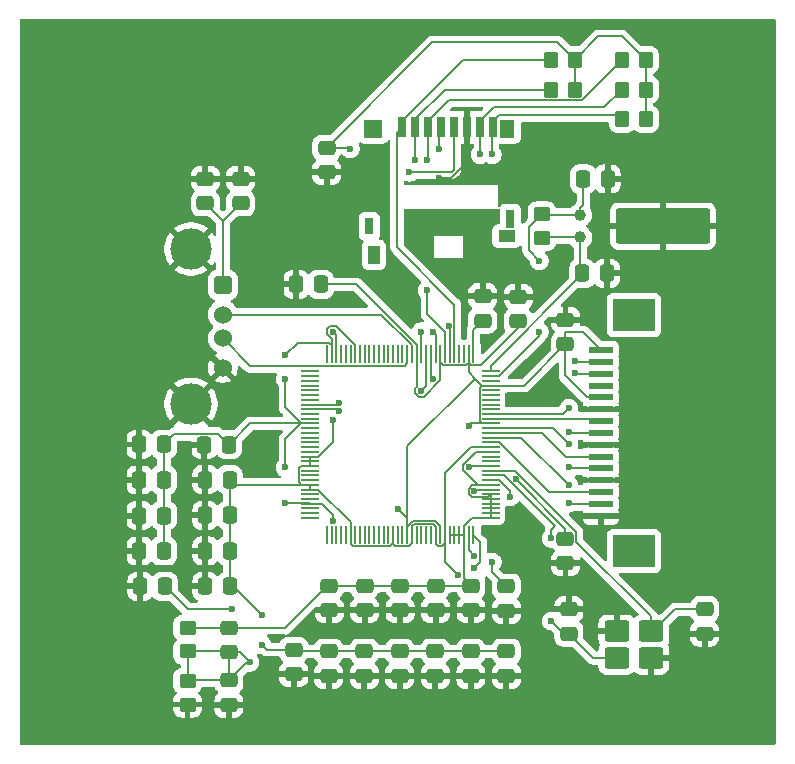
<source format=gbr>
%TF.GenerationSoftware,KiCad,Pcbnew,9.0.4*%
%TF.CreationDate,2025-10-12T20:17:52-04:00*%
%TF.ProjectId,Camera_PCB,43616d65-7261-45f5-9043-422e6b696361,rev?*%
%TF.SameCoordinates,Original*%
%TF.FileFunction,Copper,L1,Top*%
%TF.FilePolarity,Positive*%
%FSLAX46Y46*%
G04 Gerber Fmt 4.6, Leading zero omitted, Abs format (unit mm)*
G04 Created by KiCad (PCBNEW 9.0.4) date 2025-10-12 20:17:52*
%MOMM*%
%LPD*%
G01*
G04 APERTURE LIST*
G04 Aperture macros list*
%AMRoundRect*
0 Rectangle with rounded corners*
0 $1 Rounding radius*
0 $2 $3 $4 $5 $6 $7 $8 $9 X,Y pos of 4 corners*
0 Add a 4 corners polygon primitive as box body*
4,1,4,$2,$3,$4,$5,$6,$7,$8,$9,$2,$3,0*
0 Add four circle primitives for the rounded corners*
1,1,$1+$1,$2,$3*
1,1,$1+$1,$4,$5*
1,1,$1+$1,$6,$7*
1,1,$1+$1,$8,$9*
0 Add four rect primitives between the rounded corners*
20,1,$1+$1,$2,$3,$4,$5,0*
20,1,$1+$1,$4,$5,$6,$7,0*
20,1,$1+$1,$6,$7,$8,$9,0*
20,1,$1+$1,$8,$9,$2,$3,0*%
G04 Aperture macros list end*
%TA.AperFunction,SMDPad,CuDef*%
%ADD10RoundRect,0.250000X0.475000X-0.337500X0.475000X0.337500X-0.475000X0.337500X-0.475000X-0.337500X0*%
%TD*%
%TA.AperFunction,SMDPad,CuDef*%
%ADD11RoundRect,0.250000X-0.475000X0.337500X-0.475000X-0.337500X0.475000X-0.337500X0.475000X0.337500X0*%
%TD*%
%TA.AperFunction,SMDPad,CuDef*%
%ADD12RoundRect,0.250000X-0.337500X-0.475000X0.337500X-0.475000X0.337500X0.475000X-0.337500X0.475000X0*%
%TD*%
%TA.AperFunction,SMDPad,CuDef*%
%ADD13RoundRect,0.250000X-0.450000X0.350000X-0.450000X-0.350000X0.450000X-0.350000X0.450000X0.350000X0*%
%TD*%
%TA.AperFunction,ComponentPad*%
%ADD14RoundRect,0.250000X-0.512000X0.512000X-0.512000X-0.512000X0.512000X-0.512000X0.512000X0.512000X0*%
%TD*%
%TA.AperFunction,ComponentPad*%
%ADD15C,1.524000*%
%TD*%
%TA.AperFunction,ComponentPad*%
%ADD16C,3.500000*%
%TD*%
%TA.AperFunction,SMDPad,CuDef*%
%ADD17RoundRect,0.250000X0.350000X0.450000X-0.350000X0.450000X-0.350000X-0.450000X0.350000X-0.450000X0*%
%TD*%
%TA.AperFunction,SMDPad,CuDef*%
%ADD18RoundRect,0.062500X-0.675000X-0.062500X0.675000X-0.062500X0.675000X0.062500X-0.675000X0.062500X0*%
%TD*%
%TA.AperFunction,SMDPad,CuDef*%
%ADD19RoundRect,0.062500X-0.062500X-0.675000X0.062500X-0.675000X0.062500X0.675000X-0.062500X0.675000X0*%
%TD*%
%TA.AperFunction,SMDPad,CuDef*%
%ADD20RoundRect,0.250000X0.450000X-0.350000X0.450000X0.350000X-0.450000X0.350000X-0.450000X-0.350000X0*%
%TD*%
%TA.AperFunction,SMDPad,CuDef*%
%ADD21R,2.000000X0.610000*%
%TD*%
%TA.AperFunction,SMDPad,CuDef*%
%ADD22R,3.600000X2.680000*%
%TD*%
%TA.AperFunction,SMDPad,CuDef*%
%ADD23RoundRect,0.250000X0.800000X0.650000X-0.800000X0.650000X-0.800000X-0.650000X0.800000X-0.650000X0*%
%TD*%
%TA.AperFunction,ComponentPad*%
%ADD24C,1.000000*%
%TD*%
%TA.AperFunction,SMDPad,CuDef*%
%ADD25RoundRect,0.249999X3.750001X-1.250001X3.750001X1.250001X-3.750001X1.250001X-3.750001X-1.250001X0*%
%TD*%
%TA.AperFunction,SMDPad,CuDef*%
%ADD26R,0.700000X1.750000*%
%TD*%
%TA.AperFunction,SMDPad,CuDef*%
%ADD27R,1.450000X1.000000*%
%TD*%
%TA.AperFunction,SMDPad,CuDef*%
%ADD28R,1.000000X1.550000*%
%TD*%
%TA.AperFunction,SMDPad,CuDef*%
%ADD29R,0.800000X1.500000*%
%TD*%
%TA.AperFunction,SMDPad,CuDef*%
%ADD30R,1.300000X1.500000*%
%TD*%
%TA.AperFunction,SMDPad,CuDef*%
%ADD31R,1.500000X1.500000*%
%TD*%
%TA.AperFunction,SMDPad,CuDef*%
%ADD32R,0.800000X1.400000*%
%TD*%
%TA.AperFunction,ViaPad*%
%ADD33C,0.600000*%
%TD*%
%TA.AperFunction,Conductor*%
%ADD34C,0.127000*%
%TD*%
%TA.AperFunction,Conductor*%
%ADD35C,0.200000*%
%TD*%
G04 APERTURE END LIST*
D10*
%TO.P,C24,1*%
%TO.N,GNDREF*%
X156710000Y-126645000D03*
%TO.P,C24,2*%
%TO.N,VDD-CPU*%
X156710000Y-124570000D03*
%TD*%
D11*
%TO.P,C34,1*%
%TO.N,VDD*%
X141500000Y-81925000D03*
%TO.P,C34,2*%
%TO.N,GNDREF*%
X141500000Y-84000000D03*
%TD*%
D12*
%TO.P,C14,1*%
%TO.N,GNDREF*%
X138925000Y-93500000D03*
%TO.P,C14,2*%
%TO.N,HPVCC*%
X141000000Y-93500000D03*
%TD*%
D13*
%TO.P,R9,1*%
%TO.N,VCC-DRAM*%
X129710000Y-122570000D03*
%TO.P,R9,2*%
%TO.N,SVREF*%
X129710000Y-124570000D03*
%TD*%
D10*
%TO.P,C21,1*%
%TO.N,GNDREF*%
X147680000Y-126645000D03*
%TO.P,C21,2*%
%TO.N,VDD-CPU*%
X147680000Y-124570000D03*
%TD*%
%TO.P,C7,1*%
%TO.N,GNDREF*%
X141710000Y-121070000D03*
%TO.P,C7,2*%
%TO.N,VCC-DRAM*%
X141710000Y-118995000D03*
%TD*%
%TO.P,C15,1*%
%TO.N,GNDREF*%
X161710000Y-117107500D03*
%TO.P,C15,2*%
%TO.N,HPVCC*%
X161710000Y-115032500D03*
%TD*%
D12*
%TO.P,C28,1*%
%TO.N,GNDREF*%
X131210000Y-119070000D03*
%TO.P,C28,2*%
%TO.N,VDD-CPU*%
X133285000Y-119070000D03*
%TD*%
D10*
%TO.P,C12,1*%
%TO.N,SVREF*%
X133210000Y-124645000D03*
%TO.P,C12,2*%
%TO.N,VCC-DRAM*%
X133210000Y-122570000D03*
%TD*%
D14*
%TO.P,J2,1,VBUS*%
%TO.N,+5V*%
X132710000Y-93570000D03*
D15*
%TO.P,J2,2,D-*%
%TO.N,USB_N*%
X132710000Y-96070000D03*
%TO.P,J2,3,D+*%
%TO.N,USB_P*%
X132710000Y-98070000D03*
%TO.P,J2,4,GND*%
%TO.N,GNDREF*%
X132710000Y-100570000D03*
D16*
%TO.P,J2,5,Shield*%
X130000000Y-90500000D03*
X130000000Y-103640000D03*
%TD*%
D10*
%TO.P,C10,1*%
%TO.N,GNDREF*%
X150710000Y-121070000D03*
%TO.P,C10,2*%
%TO.N,VCC-DRAM*%
X150710000Y-118995000D03*
%TD*%
%TO.P,C22,1*%
%TO.N,GNDREF*%
X150690000Y-126645000D03*
%TO.P,C22,2*%
%TO.N,VDD-CPU*%
X150690000Y-124570000D03*
%TD*%
D11*
%TO.P,C40,1*%
%TO.N,X24MIN*%
X173500000Y-121000000D03*
%TO.P,C40,2*%
%TO.N,GNDREF*%
X173500000Y-123075000D03*
%TD*%
D10*
%TO.P,C19,1*%
%TO.N,GNDREF*%
X141660000Y-126645000D03*
%TO.P,C19,2*%
%TO.N,VDD-CPU*%
X141660000Y-124570000D03*
%TD*%
D12*
%TO.P,C33,1*%
%TO.N,GNDREF*%
X125635000Y-116070000D03*
%TO.P,C33,2*%
%TO.N,HPVCC*%
X127710000Y-116070000D03*
%TD*%
%TO.P,C35,1*%
%TO.N,GNDREF*%
X125710000Y-119070000D03*
%TO.P,C35,2*%
%TO.N,SZQ*%
X127785000Y-119070000D03*
%TD*%
D10*
%TO.P,C43,1*%
%TO.N,HPVCC*%
X161710000Y-98575000D03*
%TO.P,C43,2*%
%TO.N,GNDREF*%
X161710000Y-96500000D03*
%TD*%
D11*
%TO.P,C37,1*%
%TO.N,GNDREF*%
X154710000Y-94495000D03*
%TO.P,C37,2*%
%TO.N,RTC-VIO*%
X154710000Y-96570000D03*
%TD*%
D17*
%TO.P,R4,1*%
%TO.N,VDD*%
X168500000Y-77000000D03*
%TO.P,R4,2*%
%TO.N,SDC0_D0*%
X166500000Y-77000000D03*
%TD*%
D12*
%TO.P,C38,1*%
%TO.N,X32KIN*%
X163135000Y-92570000D03*
%TO.P,C38,2*%
%TO.N,GNDREF*%
X165210000Y-92570000D03*
%TD*%
%TO.P,C18,1*%
%TO.N,GNDREF*%
X131135000Y-107070000D03*
%TO.P,C18,2*%
%TO.N,HPVCC*%
X133210000Y-107070000D03*
%TD*%
%TO.P,C39,1*%
%TO.N,X32KOUT*%
X163210000Y-84570000D03*
%TO.P,C39,2*%
%TO.N,GNDREF*%
X165285000Y-84570000D03*
%TD*%
D10*
%TO.P,C11,1*%
%TO.N,GNDREF*%
X153710000Y-121070000D03*
%TO.P,C11,2*%
%TO.N,VCC-DRAM*%
X153710000Y-118995000D03*
%TD*%
D12*
%TO.P,C27,1*%
%TO.N,GNDREF*%
X131210000Y-116060000D03*
%TO.P,C27,2*%
%TO.N,VDD-CPU*%
X133285000Y-116060000D03*
%TD*%
%TO.P,C32,1*%
%TO.N,GNDREF*%
X125635000Y-113070000D03*
%TO.P,C32,2*%
%TO.N,HPVCC*%
X127710000Y-113070000D03*
%TD*%
D18*
%TO.P,U1,1,PG4*%
%TO.N,unconnected-(U1-PG4-Pad1)*%
X140047500Y-100870000D03*
%TO.P,U1,2,PG3*%
%TO.N,unconnected-(U1-PG3-Pad2)*%
X140047500Y-101270000D03*
%TO.P,U1,3,PG2*%
%TO.N,unconnected-(U1-PG2-Pad3)*%
X140047500Y-101670000D03*
%TO.P,U1,4,PG1*%
%TO.N,unconnected-(U1-PG1-Pad4)*%
X140047500Y-102070000D03*
%TO.P,U1,5,PG0*%
%TO.N,unconnected-(U1-PG0-Pad5)*%
X140047500Y-102470000D03*
%TO.P,U1,6,PE24*%
%TO.N,unconnected-(U1-PE24-Pad6)*%
X140047500Y-102870000D03*
%TO.P,U1,7,PE23*%
%TO.N,unconnected-(U1-PE23-Pad7)*%
X140047500Y-103270000D03*
%TO.P,U1,8,PE22*%
%TO.N,CSI_SDA*%
X140047500Y-103670000D03*
%TO.P,U1,9,PE21*%
%TO.N,CSI-SCK*%
X140047500Y-104070000D03*
%TO.P,U1,10,PE20*%
%TO.N,unconnected-(U1-PE20-Pad10)*%
X140047500Y-104470000D03*
%TO.P,U1,11,PE19*%
%TO.N,unconnected-(U1-PE19-Pad11)*%
X140047500Y-104870000D03*
%TO.P,U1,12,VCC-PE0*%
%TO.N,HPVCC*%
X140047500Y-105270000D03*
%TO.P,U1,13,PE18*%
%TO.N,unconnected-(U1-PE18-Pad13)*%
X140047500Y-105670000D03*
%TO.P,U1,14,PE17*%
%TO.N,unconnected-(U1-PE17-Pad14)*%
X140047500Y-106070000D03*
%TO.P,U1,15,PE16*%
%TO.N,unconnected-(U1-PE16-Pad15)*%
X140047500Y-106470000D03*
%TO.P,U1,16,PE15*%
%TO.N,unconnected-(U1-PE15-Pad16)*%
X140047500Y-106870000D03*
%TO.P,U1,17,PE14*%
%TO.N,unconnected-(U1-PE14-Pad17)*%
X140047500Y-107270000D03*
%TO.P,U1,18,PE13*%
%TO.N,unconnected-(U1-PE13-Pad18)*%
X140047500Y-107670000D03*
%TO.P,U1,19,VDD-SYS3*%
%TO.N,VDD-CPU*%
X140047500Y-108070000D03*
%TO.P,U1,20,VDD-CPU3*%
X140047500Y-108470000D03*
%TO.P,U1,21,VDD-CPU2*%
X140047500Y-108870000D03*
%TO.P,U1,22,PE12*%
%TO.N,unconnected-(U1-PE12-Pad22)*%
X140047500Y-109270000D03*
%TO.P,U1,23,PE11*%
%TO.N,unconnected-(U1-PE11-Pad23)*%
X140047500Y-109670000D03*
%TO.P,U1,24,PE10*%
%TO.N,unconnected-(U1-PE10-Pad24)*%
X140047500Y-110070000D03*
%TO.P,U1,25,VDD-CPU1*%
%TO.N,VDD-CPU*%
X140047500Y-110470000D03*
%TO.P,U1,26,VDD-CPU0*%
X140047500Y-110870000D03*
%TO.P,U1,27,PE9*%
%TO.N,unconnected-(U1-PE9-Pad27)*%
X140047500Y-111270000D03*
%TO.P,U1,28,PE8*%
%TO.N,unconnected-(U1-PE8-Pad28)*%
X140047500Y-111670000D03*
%TO.P,U1,29,VCC-PE1*%
%TO.N,HPVCC*%
X140047500Y-112070000D03*
%TO.P,U1,30,PE7*%
%TO.N,unconnected-(U1-PE7-Pad30)*%
X140047500Y-112470000D03*
%TO.P,U1,31,PE6*%
%TO.N,unconnected-(U1-PE6-Pad31)*%
X140047500Y-112870000D03*
%TO.P,U1,32,PE5*%
%TO.N,unconnected-(U1-PE5-Pad32)*%
X140047500Y-113270000D03*
D19*
%TO.P,U1,33,PE4*%
%TO.N,unconnected-(U1-PE4-Pad33)*%
X141510000Y-114732500D03*
%TO.P,U1,34,PE3*%
%TO.N,unconnected-(U1-PE3-Pad34)*%
X141910000Y-114732500D03*
%TO.P,U1,35,PE2*%
%TO.N,unconnected-(U1-PE2-Pad35)*%
X142310000Y-114732500D03*
%TO.P,U1,36,PE1*%
%TO.N,unconnected-(U1-PE1-Pad36)*%
X142710000Y-114732500D03*
%TO.P,U1,37,PE0*%
%TO.N,unconnected-(U1-PE0-Pad37)*%
X143110000Y-114732500D03*
%TO.P,U1,38,VDD-CPU4*%
%TO.N,VDD-CPU*%
X143510000Y-114732500D03*
%TO.P,U1,39,PB0*%
%TO.N,unconnected-(U1-PB0-Pad39)*%
X143910000Y-114732500D03*
%TO.P,U1,40,PB1*%
%TO.N,unconnected-(U1-PB1-Pad40)*%
X144310000Y-114732500D03*
%TO.P,U1,41,PB2*%
%TO.N,unconnected-(U1-PB2-Pad41)*%
X144710000Y-114732500D03*
%TO.P,U1,42,PB3*%
%TO.N,unconnected-(U1-PB3-Pad42)*%
X145110000Y-114732500D03*
%TO.P,U1,43,PB4*%
%TO.N,unconnected-(U1-PB4-Pad43)*%
X145510000Y-114732500D03*
%TO.P,U1,44,PB5*%
%TO.N,unconnected-(U1-PB5-Pad44)*%
X145910000Y-114732500D03*
%TO.P,U1,45,PB6*%
%TO.N,unconnected-(U1-PB6-Pad45)*%
X146310000Y-114732500D03*
%TO.P,U1,46,PB7*%
%TO.N,unconnected-(U1-PB7-Pad46)*%
X146710000Y-114732500D03*
%TO.P,U1,47,VDD-CPU5*%
%TO.N,VDD-CPU*%
X147110000Y-114732500D03*
%TO.P,U1,48,PB8*%
%TO.N,unconnected-(U1-PB8-Pad48)*%
X147510000Y-114732500D03*
%TO.P,U1,49,PB9*%
%TO.N,unconnected-(U1-PB9-Pad49)*%
X147910000Y-114732500D03*
%TO.P,U1,50,VCC-IO3*%
%TO.N,HPVCC*%
X148310000Y-114732500D03*
%TO.P,U1,51,VDD-CPU6*%
%TO.N,VDD-CPU*%
X148710000Y-114732500D03*
%TO.P,U1,52,PC0*%
%TO.N,unconnected-(U1-PC0-Pad52)*%
X149110000Y-114732500D03*
%TO.P,U1,53,PC1*%
%TO.N,unconnected-(U1-PC1-Pad53)*%
X149510000Y-114732500D03*
%TO.P,U1,54,PC2*%
%TO.N,unconnected-(U1-PC2-Pad54)*%
X149910000Y-114732500D03*
%TO.P,U1,55,PC3*%
%TO.N,unconnected-(U1-PC3-Pad55)*%
X150310000Y-114732500D03*
%TO.P,U1,56,VDD-CPU7*%
%TO.N,VDD-CPU*%
X150710000Y-114732500D03*
%TO.P,U1,57,VCC-IO2*%
%TO.N,HPVCC*%
X151110000Y-114732500D03*
%TO.P,U1,58,VDD-SYS4*%
%TO.N,VDD-CPU*%
X151510000Y-114732500D03*
%TO.P,U1,59,VCC-DRAM8*%
%TO.N,VCC-DRAM*%
X151910000Y-114732500D03*
%TO.P,U1,60,VCC-DRAM9*%
X152310000Y-114732500D03*
%TO.P,U1,61,VCC-DRAM10*%
X152710000Y-114732500D03*
%TO.P,U1,62,VCC-DRAM11*%
X153110000Y-114732500D03*
%TO.P,U1,63,SVREF1*%
%TO.N,SVREF*%
X153510000Y-114732500D03*
%TO.P,U1,64,VDD-SYS5*%
%TO.N,VDD-CPU*%
X153910000Y-114732500D03*
D18*
%TO.P,U1,65,VCC-DRAM0*%
%TO.N,VCC-DRAM*%
X155372500Y-113270000D03*
%TO.P,U1,66,VCC-DRAM1*%
X155372500Y-112870000D03*
%TO.P,U1,67,VCC-DRAM2*%
X155372500Y-112470000D03*
%TO.P,U1,68,VCC_DRAM3*%
X155372500Y-112070000D03*
%TO.P,U1,69,VCC-DRAM4*%
X155372500Y-111670000D03*
%TO.P,U1,70,VCC-DRAM5*%
X155372500Y-111270000D03*
%TO.P,U1,71,SVREF0*%
%TO.N,SVREF*%
X155372500Y-110870000D03*
%TO.P,U1,72,VCC-DRAM6*%
%TO.N,VCC-DRAM*%
X155372500Y-110470000D03*
%TO.P,U1,73,SZQ*%
%TO.N,SZQ*%
X155372500Y-110070000D03*
%TO.P,U1,74,X24MOUT*%
%TO.N,X24MOUT*%
X155372500Y-109670000D03*
%TO.P,U1,75,X24MIN*%
%TO.N,X24MIN*%
X155372500Y-109270000D03*
%TO.P,U1,76,VCC-PLL*%
%TO.N,VCC-PLL*%
X155372500Y-108870000D03*
%TO.P,U1,77,EPHY-LINK-I*%
%TO.N,unconnected-(U1-EPHY-LINK-I-Pad77)*%
X155372500Y-108470000D03*
%TO.P,U1,78,EPHY-SPD-LF*%
%TO.N,unconnected-(U1-EPHY-SPD-LF-Pad78)*%
X155372500Y-108070000D03*
%TO.P,U1,79,VCC-DRAM7*%
%TO.N,VCC-DRAM*%
X155372500Y-107670000D03*
%TO.P,U1,80,VDD-SYS0*%
%TO.N,VDD-CPU*%
X155372500Y-107270000D03*
%TO.P,U1,81,MCSI-D0P*%
%TO.N,MCSI_D0_P*%
X155372500Y-106870000D03*
%TO.P,U1,82,MCSI-D0N*%
%TO.N,MCSI_D0_N*%
X155372500Y-106470000D03*
%TO.P,U1,83,MCSI-D1P*%
%TO.N,MCSI_D1_P*%
X155372500Y-106070000D03*
%TO.P,U1,84,MCSI-D1N*%
%TO.N,MCSI_D1_N*%
X155372500Y-105670000D03*
%TO.P,U1,85,VCC-MCSI*%
%TO.N,HPVCC*%
X155372500Y-105270000D03*
%TO.P,U1,86,MCSI-CKP*%
%TO.N,MCSI_CK_P*%
X155372500Y-104870000D03*
%TO.P,U1,87,MCSI-CKN*%
%TO.N,MCSI_CK_N*%
X155372500Y-104470000D03*
%TO.P,U1,88,EPHY-VDD*%
%TO.N,VDD-EPHY*%
X155372500Y-104070000D03*
%TO.P,U1,89,EPHY-RXN*%
%TO.N,unconnected-(U1-EPHY-RXN-Pad89)*%
X155372500Y-103670000D03*
%TO.P,U1,90,EPHY-RXP*%
%TO.N,unconnected-(U1-EPHY-RXP-Pad90)*%
X155372500Y-103270000D03*
%TO.P,U1,91,EPHY-TXN*%
%TO.N,unconnected-(U1-EPHY-TXN-Pad91)*%
X155372500Y-102870000D03*
%TO.P,U1,92,EPHY-TXP*%
%TO.N,unconnected-(U1-EPHY-TXP-Pad92)*%
X155372500Y-102470000D03*
%TO.P,U1,93,EPHY-VCC*%
%TO.N,HPVCC*%
X155372500Y-102070000D03*
%TO.P,U1,94,EPHY-RTX*%
%TO.N,unconnected-(U1-EPHY-RTX-Pad94)*%
X155372500Y-101670000D03*
%TO.P,U1,95,X32KOUT*%
%TO.N,X32KOUT*%
X155372500Y-101270000D03*
%TO.P,U1,96,X32KIN*%
%TO.N,X32KIN*%
X155372500Y-100870000D03*
D19*
%TO.P,U1,97,RTC-VIO*%
%TO.N,RTC-VIO*%
X153910000Y-99407500D03*
%TO.P,U1,98,VCC-RTC*%
%TO.N,HPVCC*%
X153510000Y-99407500D03*
%TO.P,U1,99,RESET*%
%TO.N,RESET*%
X153110000Y-99407500D03*
%TO.P,U1,100,PF6*%
%TO.N,USB_ID*%
X152710000Y-99407500D03*
%TO.P,U1,101,PF5*%
%TO.N,SDC0_D2*%
X152310000Y-99407500D03*
%TO.P,U1,102,PF4*%
%TO.N,SDC0_D3*%
X151910000Y-99407500D03*
%TO.P,U1,103,PF3*%
%TO.N,SDC0_CMD*%
X151510000Y-99407500D03*
%TO.P,U1,104,VCC-IO0*%
%TO.N,HPVCC*%
X151110000Y-99407500D03*
%TO.P,U1,105,PF2*%
%TO.N,SDC0_CLK*%
X150710000Y-99407500D03*
%TO.P,U1,106,PF1*%
%TO.N,SDC0_D0*%
X150310000Y-99407500D03*
%TO.P,U1,107,PF0*%
%TO.N,SDC0_D1*%
X149910000Y-99407500D03*
%TO.P,U1,108,VDD-SYS1*%
%TO.N,VDD-CPU*%
X149510000Y-99407500D03*
%TO.P,U1,109,VCC-USB*%
%TO.N,HPVCC*%
X149110000Y-99407500D03*
%TO.P,U1,110,USB-DM*%
%TO.N,USB_N*%
X148710000Y-99407500D03*
%TO.P,U1,111,USB-DP*%
%TO.N,USB_P*%
X148310000Y-99407500D03*
%TO.P,U1,112,LARDC0*%
%TO.N,unconnected-(U1-LARDC0-Pad112)*%
X147910000Y-99407500D03*
%TO.P,U1,113,MICIN1P*%
%TO.N,unconnected-(U1-MICIN1P-Pad113)*%
X147510000Y-99407500D03*
%TO.P,U1,114,MICIN1N*%
%TO.N,unconnected-(U1-MICIN1N-Pad114)*%
X147110000Y-99407500D03*
%TO.P,U1,115,AVCC*%
%TO.N,unconnected-(U1-AVCC-Pad115)*%
X146710000Y-99407500D03*
%TO.P,U1,116,AGND*%
%TO.N,unconnected-(U1-AGND-Pad116)*%
X146310000Y-99407500D03*
%TO.P,U1,117,VRA1*%
%TO.N,unconnected-(U1-VRA1-Pad117)*%
X145910000Y-99407500D03*
%TO.P,U1,118,VRA2*%
%TO.N,unconnected-(U1-VRA2-Pad118)*%
X145510000Y-99407500D03*
%TO.P,U1,119,HBIAS*%
%TO.N,unconnected-(U1-HBIAS-Pad119)*%
X145110000Y-99407500D03*
%TO.P,U1,120,HPOUTR*%
%TO.N,unconnected-(U1-HPOUTR-Pad120)*%
X144710000Y-99407500D03*
%TO.P,U1,121,HPOUTL*%
%TO.N,unconnected-(U1-HPOUTL-Pad121)*%
X144310000Y-99407500D03*
%TO.P,U1,122,HPVCCIN*%
%TO.N,HPVCC*%
X143910000Y-99407500D03*
%TO.P,U1,123,HPVCCBP*%
%TO.N,unconnected-(U1-HPVCCBP-Pad123)*%
X143510000Y-99407500D03*
%TO.P,U1,124,HPCOMBP*%
%TO.N,unconnected-(U1-HPCOMBP-Pad124)*%
X143110000Y-99407500D03*
%TO.P,U1,125,HPCOM*%
%TO.N,unconnected-(U1-HPCOM-Pad125)*%
X142710000Y-99407500D03*
%TO.P,U1,126,VDD-SYS2*%
%TO.N,VDD-CPU*%
X142310000Y-99407500D03*
%TO.P,U1,127,VCC-IO1*%
%TO.N,HPVCC*%
X141910000Y-99407500D03*
%TO.P,U1,128,PG5*%
%TO.N,unconnected-(U1-PG5-Pad128)*%
X141510000Y-99407500D03*
%TD*%
D20*
%TO.P,R1,1*%
%TO.N,X32KIN*%
X159710000Y-89570000D03*
%TO.P,R1,2*%
%TO.N,X32KOUT*%
X159710000Y-87570000D03*
%TD*%
D21*
%TO.P,IMX1,1,GND*%
%TO.N,GNDREF*%
X164710000Y-113070000D03*
%TO.P,IMX1,2,CSI_D0N*%
%TO.N,MCSI_D0_N*%
X164710000Y-112070000D03*
%TO.P,IMX1,3,CSI_D0P*%
%TO.N,MCSI_D0_P*%
X164710000Y-111070000D03*
%TO.P,IMX1,4,GND*%
%TO.N,GNDREF*%
X164710000Y-110070000D03*
%TO.P,IMX1,5,CSI_D1N*%
%TO.N,MCSI_D1_N*%
X164710000Y-109070000D03*
%TO.P,IMX1,6,CSI_D1P*%
%TO.N,MCSI_D1_P*%
X164710000Y-108070000D03*
%TO.P,IMX1,7,GND*%
%TO.N,GNDREF*%
X164710000Y-107070000D03*
%TO.P,IMX1,8,CSI_CLKN*%
%TO.N,MCSI_CK_N*%
X164710000Y-106070000D03*
%TO.P,IMX1,9,CSI_CLKP*%
%TO.N,MCSI_CK_P*%
X164710000Y-105070000D03*
%TO.P,IMX1,10,GND*%
%TO.N,GNDREF*%
X164710000Y-104070000D03*
%TO.P,IMX1,11,CAM_EN0*%
%TO.N,HPVCC*%
X164710000Y-103070000D03*
%TO.P,IMX1,12,CAM_EN1*%
%TO.N,unconnected-(IMX1-CAM_EN1-Pad12)*%
X164710000Y-102070000D03*
%TO.P,IMX1,13,CAM_SCL*%
%TO.N,CSI-SCK*%
X164710000Y-101070000D03*
%TO.P,IMX1,14,CAM_SDA*%
%TO.N,CSI_SDA*%
X164710000Y-100070000D03*
%TO.P,IMX1,15,CAM_3.3V*%
%TO.N,HPVCC*%
X164710000Y-99070000D03*
D22*
%TO.P,IMX1,MP*%
%TO.N,N/C*%
X167510000Y-116060000D03*
X167510000Y-96080000D03*
%TD*%
D10*
%TO.P,C13,1*%
%TO.N,GNDREF*%
X133210000Y-129107500D03*
%TO.P,C13,2*%
%TO.N,SVREF*%
X133210000Y-127032500D03*
%TD*%
%TO.P,C17,1*%
%TO.N,GNDREF*%
X156710000Y-121145000D03*
%TO.P,C17,2*%
%TO.N,VCC-PLL*%
X156710000Y-119070000D03*
%TD*%
%TO.P,C23,1*%
%TO.N,GNDREF*%
X153700000Y-126645000D03*
%TO.P,C23,2*%
%TO.N,VDD-CPU*%
X153700000Y-124570000D03*
%TD*%
D23*
%TO.P,Y4,1,1*%
%TO.N,X24MIN*%
X168950000Y-122850000D03*
%TO.P,Y4,2,2*%
%TO.N,GNDREF*%
X166050000Y-122850000D03*
%TO.P,Y4,3,3*%
%TO.N,X24MOUT*%
X166050000Y-125150000D03*
%TO.P,Y4,4,4*%
%TO.N,GNDREF*%
X168950000Y-125150000D03*
%TD*%
D12*
%TO.P,C31,1*%
%TO.N,GNDREF*%
X125635000Y-110060000D03*
%TO.P,C31,2*%
%TO.N,HPVCC*%
X127710000Y-110060000D03*
%TD*%
D17*
%TO.P,R5,1*%
%TO.N,VDD*%
X168500000Y-74500000D03*
%TO.P,R5,2*%
%TO.N,SDC0_CMD*%
X166500000Y-74500000D03*
%TD*%
D12*
%TO.P,C26,1*%
%TO.N,GNDREF*%
X131210000Y-113050000D03*
%TO.P,C26,2*%
%TO.N,VDD-CPU*%
X133285000Y-113050000D03*
%TD*%
D17*
%TO.P,R2,1*%
%TO.N,VDD*%
X162500000Y-74500000D03*
%TO.P,R2,2*%
%TO.N,SDC0_D2*%
X160500000Y-74500000D03*
%TD*%
D11*
%TO.P,C16,1*%
%TO.N,GNDREF*%
X157710000Y-94532500D03*
%TO.P,C16,2*%
%TO.N,HPVCC*%
X157710000Y-96607500D03*
%TD*%
D24*
%TO.P,Y2,1,1*%
%TO.N,X32KIN*%
X162960000Y-89520000D03*
%TO.P,Y2,2,2*%
%TO.N,X32KOUT*%
X162960000Y-87620000D03*
D25*
%TO.P,Y2,3,3*%
%TO.N,GNDREF*%
X169960000Y-88570000D03*
%TD*%
D11*
%TO.P,C47,1*%
%TO.N,GNDREF*%
X131210000Y-84570000D03*
%TO.P,C47,2*%
%TO.N,+5V*%
X131210000Y-86645000D03*
%TD*%
D17*
%TO.P,R3,1*%
%TO.N,VDD*%
X162500000Y-77000000D03*
%TO.P,R3,2*%
%TO.N,SDC0_D3*%
X160500000Y-77000000D03*
%TD*%
D10*
%TO.P,C9,1*%
%TO.N,GNDREF*%
X147710000Y-121070000D03*
%TO.P,C9,2*%
%TO.N,VCC-DRAM*%
X147710000Y-118995000D03*
%TD*%
%TO.P,C29,1*%
%TO.N,GNDREF*%
X138710000Y-126500000D03*
%TO.P,C29,2*%
%TO.N,VDD-CPU*%
X138710000Y-124425000D03*
%TD*%
D26*
%TO.P,TF_Card1,1,DAT2*%
%TO.N,SDC0_D2*%
X147900000Y-80200000D03*
%TO.P,TF_Card1,2,DAT3/CS*%
%TO.N,SDC0_D3*%
X149000000Y-80200000D03*
%TO.P,TF_Card1,3,CMD/MOSI*%
%TO.N,SDC0_CMD*%
X150100000Y-80200000D03*
%TO.P,TF_Card1,4,VDD*%
%TO.N,VDD*%
X151200000Y-80200000D03*
%TO.P,TF_Card1,5,CLK*%
%TO.N,SDC0_CLK*%
X152300000Y-80200000D03*
%TO.P,TF_Card1,6,GND*%
%TO.N,GNDREF*%
X153400000Y-80200000D03*
%TO.P,TF_Card1,7,DAT0/MISO*%
%TO.N,SDC0_D0*%
X154500000Y-80200000D03*
%TO.P,TF_Card1,8,DAT1*%
%TO.N,SDC0_D1*%
X155600000Y-80200000D03*
D27*
%TO.P,TF_Card1,9*%
%TO.N,N/C*%
X156725000Y-89425000D03*
D28*
%TO.P,TF_Card1,10*%
X145500000Y-91000000D03*
D29*
%TO.P,TF_Card1,11*%
X157050000Y-87925000D03*
D30*
X156800000Y-80325000D03*
D31*
X145450000Y-80325000D03*
D32*
X145100000Y-88575000D03*
%TD*%
D13*
%TO.P,R10,1*%
%TO.N,SVREF*%
X129710000Y-127070000D03*
%TO.P,R10,2*%
%TO.N,GNDREF*%
X129710000Y-129070000D03*
%TD*%
D12*
%TO.P,C30,1*%
%TO.N,GNDREF*%
X125635000Y-107050000D03*
%TO.P,C30,2*%
%TO.N,HPVCC*%
X127710000Y-107050000D03*
%TD*%
%TO.P,C25,1*%
%TO.N,GNDREF*%
X131210000Y-110040000D03*
%TO.P,C25,2*%
%TO.N,VDD-CPU*%
X133285000Y-110040000D03*
%TD*%
D11*
%TO.P,C41,1*%
%TO.N,GNDREF*%
X162000000Y-121000000D03*
%TO.P,C41,2*%
%TO.N,X24MOUT*%
X162000000Y-123075000D03*
%TD*%
%TO.P,C46,1*%
%TO.N,GNDREF*%
X134220000Y-84570000D03*
%TO.P,C46,2*%
%TO.N,+5V*%
X134220000Y-86645000D03*
%TD*%
D10*
%TO.P,C20,1*%
%TO.N,GNDREF*%
X144670000Y-126645000D03*
%TO.P,C20,2*%
%TO.N,VDD-CPU*%
X144670000Y-124570000D03*
%TD*%
%TO.P,C8,1*%
%TO.N,GNDREF*%
X144710000Y-121070000D03*
%TO.P,C8,2*%
%TO.N,VCC-DRAM*%
X144710000Y-118995000D03*
%TD*%
D17*
%TO.P,R6,1*%
%TO.N,VDD*%
X168500000Y-79500000D03*
%TO.P,R6,2*%
%TO.N,SDC0_D1*%
X166500000Y-79500000D03*
%TD*%
D33*
%TO.N,GNDREF*%
X151000000Y-84500000D03*
%TO.N,SDC0_D0*%
X154500000Y-82500000D03*
%TO.N,X24MOUT*%
X160500000Y-115000000D03*
X160500000Y-122000000D03*
%TO.N,SDC0_CMD*%
X150000000Y-94000000D03*
X150000000Y-83000000D03*
%TO.N,VDD*%
X151000000Y-82000000D03*
X143500000Y-82000000D03*
%TO.N,SDC0_D1*%
X149500000Y-102500000D03*
X155500000Y-82500000D03*
%TO.N,X32KOUT*%
X159500000Y-91500000D03*
X159500000Y-97500000D03*
%TO.N,SDC0_D3*%
X149000000Y-83000000D03*
X151819500Y-97000000D03*
%TO.N,SDC0_D0*%
X150500000Y-101500000D03*
%TO.N,SVREF*%
X154000000Y-111000000D03*
X135000000Y-125500000D03*
X154000000Y-116500000D03*
%TO.N,GNDREF*%
X143500000Y-84000000D03*
%TO.N,HPVCC*%
X147500000Y-112500000D03*
X138000000Y-99500000D03*
X138000000Y-109000000D03*
X142000000Y-113500000D03*
X138000000Y-101500000D03*
X138000000Y-112000000D03*
X153500000Y-105500000D03*
X157500000Y-110000000D03*
%TO.N,VDD-CPU*%
X136000000Y-121500000D03*
X152596836Y-118096836D03*
X149500000Y-97500000D03*
X142000000Y-97500000D03*
X136000000Y-124000000D03*
X154000000Y-117500000D03*
X142000000Y-105000000D03*
%TO.N,MCSI_D1_N*%
X162000000Y-107000000D03*
X162000000Y-109000000D03*
%TO.N,MCSI_D0_N*%
X162000000Y-110500000D03*
X162000000Y-112000000D03*
%TO.N,SZQ*%
X157000000Y-111500000D03*
X133500000Y-121000000D03*
%TO.N,SDC0_CLK*%
X148500000Y-84000000D03*
X150500000Y-97500000D03*
%TO.N,CSI-SCK*%
X142565267Y-104224067D03*
X162500000Y-101000000D03*
%TO.N,MCSI_CK_N*%
X162000000Y-106000000D03*
X162000000Y-104000000D03*
%TO.N,CSI_SDA*%
X142500000Y-103500000D03*
X162500000Y-100000000D03*
%TO.N,VCC-PLL*%
X153500000Y-109000000D03*
X155500000Y-117000000D03*
%TD*%
D34*
%TO.N,GNDREF*%
X153400000Y-83100000D02*
X152000000Y-84500000D01*
X152000000Y-84500000D02*
X151000000Y-84500000D01*
X153400000Y-80200000D02*
X153400000Y-83100000D01*
%TO.N,SDC0_D1*%
X155500000Y-82500000D02*
X155500000Y-80300000D01*
X155500000Y-80300000D02*
X155600000Y-80200000D01*
%TO.N,SDC0_D0*%
X154500000Y-80200000D02*
X154500000Y-82500000D01*
%TO.N,X24MOUT*%
X160500000Y-114282086D02*
X160793500Y-113988586D01*
X160500000Y-115000000D02*
X160500000Y-114282086D01*
X161575000Y-123075000D02*
X160500000Y-122000000D01*
X162000000Y-123075000D02*
X161575000Y-123075000D01*
%TO.N,VDD*%
X150425000Y-73000000D02*
X141500000Y-81925000D01*
X161000000Y-73000000D02*
X150425000Y-73000000D01*
X162500000Y-74500000D02*
X161000000Y-73000000D01*
%TO.N,HPVCC*%
X158215000Y-102070000D02*
X155372500Y-102070000D01*
X161710000Y-98575000D02*
X158215000Y-102070000D01*
X161710000Y-98575000D02*
X161710000Y-101210000D01*
X161710000Y-97570000D02*
X161710000Y-98575000D01*
X157710000Y-97195000D02*
X157710000Y-96607500D01*
X154568500Y-100336500D02*
X157710000Y-97195000D01*
X153701501Y-100336500D02*
X154568500Y-100336500D01*
X153510000Y-100144999D02*
X153701501Y-100336500D01*
X153510000Y-99407500D02*
X153510000Y-100144999D01*
X154635001Y-102070000D02*
X155372500Y-102070000D01*
X154443500Y-102261501D02*
X154635001Y-102070000D01*
X154443500Y-105078499D02*
X154443500Y-102261501D01*
X154635001Y-105270000D02*
X154443500Y-105078499D01*
X155372500Y-105270000D02*
X154635001Y-105270000D01*
X149703586Y-102991500D02*
X151110000Y-101585086D01*
X149296414Y-102991500D02*
X149703586Y-102991500D01*
X149008500Y-102703586D02*
X149296414Y-102991500D01*
X149008500Y-102296414D02*
X149008500Y-102703586D01*
X151110000Y-101585086D02*
X151110000Y-99407500D01*
X149110000Y-102194914D02*
X149008500Y-102296414D01*
X149110000Y-99407500D02*
X149110000Y-102194914D01*
%TO.N,RTC-VIO*%
X153910000Y-97370000D02*
X154710000Y-96570000D01*
X153910000Y-99407500D02*
X153910000Y-97370000D01*
%TO.N,SDC0_CMD*%
X150100000Y-82900000D02*
X150000000Y-83000000D01*
X150000000Y-96000000D02*
X151510000Y-97510000D01*
X163108500Y-77891500D02*
X151883500Y-77891500D01*
X150000000Y-94000000D02*
X150000000Y-96000000D01*
X150100000Y-79675000D02*
X150100000Y-80200000D01*
X151510000Y-97510000D02*
X151510000Y-99407500D01*
X150100000Y-80200000D02*
X150100000Y-82900000D01*
X166500000Y-74500000D02*
X163108500Y-77891500D01*
X151883500Y-77891500D02*
X150100000Y-79675000D01*
%TO.N,VDD*%
X143425000Y-81925000D02*
X141500000Y-81925000D01*
X143500000Y-82000000D02*
X143425000Y-81925000D01*
X166500000Y-72500000D02*
X168500000Y-74500000D01*
X168500000Y-77000000D02*
X168500000Y-79500000D01*
X151000000Y-80400000D02*
X151000000Y-82000000D01*
X162500000Y-74500000D02*
X164500000Y-72500000D01*
X162500000Y-74500000D02*
X162500000Y-77000000D01*
X164500000Y-72500000D02*
X166500000Y-72500000D01*
X168500000Y-74500000D02*
X168500000Y-77000000D01*
X151200000Y-80200000D02*
X151000000Y-80400000D01*
%TO.N,SDC0_D1*%
X166198000Y-79198000D02*
X156077000Y-79198000D01*
X166500000Y-79500000D02*
X166198000Y-79198000D01*
X149500000Y-102500000D02*
X149910000Y-102090000D01*
X155600000Y-79675000D02*
X155600000Y-80200000D01*
X156077000Y-79198000D02*
X155600000Y-79675000D01*
X149910000Y-102090000D02*
X149910000Y-99407500D01*
%TO.N,X32KIN*%
X163135000Y-89695000D02*
X162960000Y-89520000D01*
X159760000Y-89520000D02*
X159710000Y-89570000D01*
X162960000Y-89520000D02*
X159760000Y-89520000D01*
X162960000Y-89520000D02*
X162960000Y-92801302D01*
X155372500Y-100388802D02*
X155372500Y-100870000D01*
X162960000Y-92801302D02*
X155372500Y-100388802D01*
%TO.N,X32KOUT*%
X156070944Y-101270000D02*
X155372500Y-101270000D01*
X159500000Y-97500000D02*
X159500000Y-97840944D01*
X162960000Y-87620000D02*
X159760000Y-87620000D01*
X158621302Y-88658698D02*
X158621302Y-90621302D01*
X163210000Y-86790000D02*
X163210000Y-84570000D01*
X159760000Y-87620000D02*
X159710000Y-87570000D01*
X159710000Y-87570000D02*
X158621302Y-88658698D01*
X162960000Y-87040000D02*
X163210000Y-86790000D01*
X159500000Y-97840944D02*
X156070944Y-101270000D01*
X158621302Y-90621302D02*
X159500000Y-91500000D01*
X162960000Y-87620000D02*
X162960000Y-87040000D01*
%TO.N,SDC0_D2*%
X153075000Y-74500000D02*
X147900000Y-79675000D01*
X147900000Y-79675000D02*
X147900000Y-80200000D01*
X152310000Y-95226198D02*
X152310000Y-99407500D01*
X147900000Y-80200000D02*
X147435500Y-80664500D01*
X147435500Y-90351698D02*
X152310000Y-95226198D01*
X147435500Y-80664500D02*
X147435500Y-90351698D01*
X160500000Y-74500000D02*
X153075000Y-74500000D01*
%TO.N,SDC0_D3*%
X151819500Y-97000000D02*
X151910000Y-97090500D01*
X149000000Y-80200000D02*
X149000000Y-83000000D01*
X151500000Y-77000000D02*
X160500000Y-77000000D01*
X149000000Y-79500000D02*
X151500000Y-77000000D01*
X149000000Y-80200000D02*
X149000000Y-79500000D01*
X151910000Y-97090500D02*
X151910000Y-99407500D01*
%TO.N,SDC0_D0*%
X154500000Y-79675000D02*
X154500000Y-80200000D01*
X150310000Y-101310000D02*
X150310000Y-99407500D01*
X155675000Y-78500000D02*
X154500000Y-79675000D01*
X165000000Y-78500000D02*
X155675000Y-78500000D01*
X166500000Y-77000000D02*
X165000000Y-78500000D01*
X150500000Y-101500000D02*
X150310000Y-101310000D01*
%TO.N,SVREF*%
X129747500Y-127032500D02*
X129710000Y-127070000D01*
X132780000Y-124570000D02*
X129710000Y-124570000D01*
X133210000Y-124645000D02*
X132855000Y-124645000D01*
X134145000Y-124645000D02*
X133210000Y-124645000D01*
X154000000Y-116500000D02*
X153510000Y-116010000D01*
X135000000Y-125500000D02*
X134145000Y-124645000D01*
X153510000Y-116010000D02*
X153510000Y-114732500D01*
X133210000Y-127032500D02*
X129747500Y-127032500D01*
X133210000Y-124645000D02*
X133210000Y-127032500D01*
X155372500Y-110870000D02*
X154130000Y-110870000D01*
X132855000Y-124645000D02*
X132780000Y-124570000D01*
X154130000Y-110870000D02*
X154000000Y-111000000D01*
X129710000Y-124570000D02*
X129710000Y-127070000D01*
X134742500Y-125500000D02*
X133210000Y-127032500D01*
X135000000Y-125500000D02*
X134742500Y-125500000D01*
%TO.N,GNDREF*%
X143500000Y-84000000D02*
X141500000Y-84000000D01*
%TO.N,VCC-DRAM*%
X155372500Y-111270000D02*
X155151000Y-111491500D01*
X141505000Y-118995000D02*
X137930000Y-122570000D01*
X147710000Y-118995000D02*
X144710000Y-118995000D01*
X153710000Y-118995000D02*
X153110000Y-118395000D01*
X137930000Y-122570000D02*
X133210000Y-122570000D01*
X153110000Y-113995001D02*
X153110000Y-114732500D01*
X141710000Y-118995000D02*
X141505000Y-118995000D01*
X155372500Y-111270000D02*
X155372500Y-111670000D01*
X153008500Y-109203586D02*
X153008500Y-108796414D01*
X152710000Y-114732500D02*
X152310000Y-114732500D01*
X155372500Y-110470000D02*
X154274914Y-110470000D01*
X154134914Y-107670000D02*
X155372500Y-107670000D01*
X153008500Y-108796414D02*
X154134914Y-107670000D01*
X133210000Y-122570000D02*
X129710000Y-122570000D01*
X155372500Y-112470000D02*
X155372500Y-112070000D01*
X155151000Y-111491500D02*
X153796414Y-111491500D01*
X150710000Y-118995000D02*
X147710000Y-118995000D01*
X155372500Y-112870000D02*
X155372500Y-112470000D01*
X153710000Y-118995000D02*
X150710000Y-118995000D01*
X153110000Y-114732500D02*
X152710000Y-114732500D01*
X147710000Y-118995000D02*
X141710000Y-118995000D01*
X153110000Y-118395000D02*
X153110000Y-114732500D01*
X153834914Y-110470000D02*
X155372500Y-110470000D01*
X155372500Y-112070000D02*
X155372500Y-111670000D01*
X153835001Y-113270000D02*
X153110000Y-113995001D01*
X155372500Y-113270000D02*
X155372500Y-112870000D01*
X152310000Y-114732500D02*
X151910000Y-114732500D01*
X154274914Y-110470000D02*
X153008500Y-109203586D01*
X153508500Y-110796414D02*
X153834914Y-110470000D01*
X153796414Y-111491500D02*
X153508500Y-111203586D01*
X153508500Y-111203586D02*
X153508500Y-110796414D01*
X155372500Y-113270000D02*
X153835001Y-113270000D01*
%TO.N,HPVCC*%
X139977500Y-112000000D02*
X140047500Y-112070000D01*
X138000000Y-99500000D02*
X139021500Y-98478500D01*
X161710000Y-97570000D02*
X163210000Y-97570000D01*
X141508500Y-97296414D02*
X141796414Y-97008500D01*
X144000000Y-93500000D02*
X141000000Y-93500000D01*
X148310000Y-114732500D02*
X148310000Y-114034377D01*
X142000000Y-113000000D02*
X142000000Y-113500000D01*
X138000000Y-103920944D02*
X138000000Y-101500000D01*
X143910000Y-98670001D02*
X143910000Y-99407500D01*
X153510000Y-100944999D02*
X154032501Y-101467499D01*
X139021500Y-98478500D02*
X141718499Y-98478500D01*
X147500000Y-112500000D02*
X148310000Y-113310000D01*
X128606500Y-106153500D02*
X127710000Y-107050000D01*
X139310001Y-105270000D02*
X138000000Y-106580001D01*
X148310000Y-113310000D02*
X148310000Y-114732500D01*
X161710000Y-115032500D02*
X161710000Y-114210000D01*
X153510000Y-99407500D02*
X153510000Y-100944999D01*
X150663499Y-113548500D02*
X151110000Y-113995001D01*
X141910000Y-98105086D02*
X141508500Y-97703586D01*
X154032501Y-101467499D02*
X148310000Y-107190000D01*
X135010000Y-105270000D02*
X140047500Y-105270000D01*
X127710000Y-107050000D02*
X127710000Y-110060000D01*
X133210000Y-107070000D02*
X132293500Y-106153500D01*
X141910000Y-99407500D02*
X141910000Y-98105086D01*
X151110000Y-100110000D02*
X151336500Y-100336500D01*
X148310000Y-107190000D02*
X148310000Y-114732500D01*
X132293500Y-106153500D02*
X128606500Y-106153500D01*
X149110000Y-98610000D02*
X144000000Y-93500000D01*
X127710000Y-110060000D02*
X127710000Y-113070000D01*
X161710000Y-114210000D02*
X157500000Y-110000000D01*
X140047500Y-105270000D02*
X139349056Y-105270000D01*
X164710000Y-103070000D02*
X163570000Y-103070000D01*
X127710000Y-113070000D02*
X127710000Y-116070000D01*
X140047500Y-105270000D02*
X139310001Y-105270000D01*
X133210000Y-107070000D02*
X135010000Y-105270000D01*
X153318499Y-100336500D02*
X153510000Y-100144999D01*
X163210000Y-97570000D02*
X164710000Y-99070000D01*
X141796414Y-97008500D02*
X142248499Y-97008500D01*
X140047500Y-112070000D02*
X141070000Y-112070000D01*
X139349056Y-105270000D02*
X138000000Y-103920944D01*
X163570000Y-103070000D02*
X161710000Y-101210000D01*
X154032501Y-101467499D02*
X154635001Y-102070000D01*
X138000000Y-112000000D02*
X139977500Y-112000000D01*
X153730000Y-105270000D02*
X155372500Y-105270000D01*
X148795877Y-113548500D02*
X150663499Y-113548500D01*
X142248499Y-97008500D02*
X143910000Y-98670001D01*
X151110000Y-113995001D02*
X151110000Y-114732500D01*
X138000000Y-106580001D02*
X138000000Y-109000000D01*
X141910000Y-98670001D02*
X141910000Y-99407500D01*
X148310000Y-114034377D02*
X148795877Y-113548500D01*
X151110000Y-99407500D02*
X151110000Y-100110000D01*
X141718499Y-98478500D02*
X141910000Y-98670001D01*
X141070000Y-112070000D02*
X142000000Y-113000000D01*
X151336500Y-100336500D02*
X153318499Y-100336500D01*
X153500000Y-105500000D02*
X153730000Y-105270000D01*
X141508500Y-97703586D02*
X141508500Y-97296414D01*
X149110000Y-99407500D02*
X149110000Y-98610000D01*
%TO.N,VDD-CPU*%
X143701501Y-115661500D02*
X143510000Y-115469999D01*
X138710000Y-124425000D02*
X136425000Y-124425000D01*
X136000000Y-121500000D02*
X133570000Y-119070000D01*
X140047500Y-110470000D02*
X139349056Y-110470000D01*
X148479444Y-115661500D02*
X147301501Y-115661500D01*
X150710000Y-114732500D02*
X150710000Y-114034056D01*
X138855000Y-124570000D02*
X138710000Y-124425000D01*
X139310001Y-108870000D02*
X140047500Y-108870000D01*
X153700000Y-124570000D02*
X150690000Y-124570000D01*
X153730000Y-107270000D02*
X155372500Y-107270000D01*
X150901501Y-115661500D02*
X150710000Y-115469999D01*
X140047500Y-108870000D02*
X140047500Y-108470000D01*
X148710000Y-114732500D02*
X148710000Y-115430944D01*
X151510000Y-114732500D02*
X151510000Y-115430944D01*
X143510000Y-115469999D02*
X143510000Y-114732500D01*
X136425000Y-124425000D02*
X136000000Y-124000000D01*
X143510000Y-113595001D02*
X140784999Y-110870000D01*
X151510000Y-109490000D02*
X153730000Y-107270000D01*
X149500000Y-97500000D02*
X149510000Y-97510000D01*
X140047500Y-110470000D02*
X133715000Y-110470000D01*
X147110000Y-114732500D02*
X147110000Y-115430944D01*
X133285000Y-119070000D02*
X133285000Y-116060000D01*
X133285000Y-113050000D02*
X133285000Y-110040000D01*
X151279444Y-115661500D02*
X150901501Y-115661500D01*
X150710000Y-115469999D02*
X150710000Y-114732500D01*
X142000000Y-106815944D02*
X142000000Y-105000000D01*
X133570000Y-119070000D02*
X133285000Y-119070000D01*
X154500000Y-115322500D02*
X153910000Y-114732500D01*
X140047500Y-110870000D02*
X140047500Y-110470000D01*
X133715000Y-110470000D02*
X133285000Y-110040000D01*
X142310000Y-97810000D02*
X142310000Y-99407500D01*
X140047500Y-108070000D02*
X140745944Y-108070000D01*
X142000000Y-97500000D02*
X142310000Y-97810000D01*
X147110000Y-115430944D02*
X146879444Y-115661500D01*
X133285000Y-116060000D02*
X133285000Y-113050000D01*
X150479444Y-113803500D02*
X148901501Y-113803500D01*
X147301501Y-115661500D02*
X147110000Y-115469999D01*
X150710000Y-114034056D02*
X150479444Y-113803500D01*
X147680000Y-124570000D02*
X144670000Y-124570000D01*
X139118500Y-109061501D02*
X139310001Y-108870000D01*
X143510000Y-114732500D02*
X143510000Y-113595001D01*
X144670000Y-124570000D02*
X141660000Y-124570000D01*
X146879444Y-115661500D02*
X143701501Y-115661500D01*
X151510000Y-115430944D02*
X151279444Y-115661500D01*
X154000000Y-117500000D02*
X154500000Y-117000000D01*
X148710000Y-113995001D02*
X148710000Y-114732500D01*
X151510000Y-114732500D02*
X151510000Y-109490000D01*
X141660000Y-124570000D02*
X138855000Y-124570000D01*
X140745944Y-108070000D02*
X142000000Y-106815944D01*
X151510000Y-117010000D02*
X152596836Y-118096836D01*
X148710000Y-115430944D02*
X148479444Y-115661500D01*
X156710000Y-124570000D02*
X153700000Y-124570000D01*
X139349056Y-110470000D02*
X139118500Y-110239444D01*
X139118500Y-110239444D02*
X139118500Y-109061501D01*
X149510000Y-97510000D02*
X149510000Y-99407500D01*
X150690000Y-124570000D02*
X147680000Y-124570000D01*
X147110000Y-115469999D02*
X147110000Y-114732500D01*
X148901501Y-113803500D02*
X148710000Y-113995001D01*
X140784999Y-110870000D02*
X140047500Y-110870000D01*
X151510000Y-114732500D02*
X151510000Y-117010000D01*
X154500000Y-117000000D02*
X154500000Y-115322500D01*
X140047500Y-108470000D02*
X140047500Y-108070000D01*
D35*
%TO.N,MCSI_D1_N*%
X164710000Y-109070000D02*
X162070000Y-109070000D01*
X162000000Y-107000000D02*
X160670000Y-105670000D01*
X162070000Y-109070000D02*
X162000000Y-109000000D01*
X160670000Y-105670000D02*
X155372500Y-105670000D01*
%TO.N,MCSI_D0_N*%
X162070000Y-112070000D02*
X162000000Y-112000000D01*
X157970000Y-106470000D02*
X155372500Y-106470000D01*
X162000000Y-110500000D02*
X157970000Y-106470000D01*
X164710000Y-112070000D02*
X162070000Y-112070000D01*
%TO.N,MCSI_D0_P*%
X156122562Y-106870000D02*
X155372500Y-106870000D01*
X164710000Y-111070000D02*
X160322562Y-111070000D01*
X160322562Y-111070000D02*
X156122562Y-106870000D01*
D34*
%TO.N,SZQ*%
X157000000Y-110960001D02*
X156109999Y-110070000D01*
X129715000Y-121000000D02*
X133500000Y-121000000D01*
X127785000Y-119070000D02*
X129715000Y-121000000D01*
X157000000Y-111500000D02*
X157000000Y-110960001D01*
X156109999Y-110070000D02*
X155372500Y-110070000D01*
%TO.N,X24MOUT*%
X164075000Y-125150000D02*
X162000000Y-123075000D01*
X160793500Y-113988586D02*
X156474914Y-109670000D01*
X166050000Y-125150000D02*
X164075000Y-125150000D01*
X156474914Y-109670000D02*
X155372500Y-109670000D01*
%TO.N,SDC0_CLK*%
X150710000Y-97710000D02*
X150710000Y-99407500D01*
X152100000Y-84000000D02*
X148500000Y-84000000D01*
X152300000Y-80200000D02*
X152300000Y-83800000D01*
X152300000Y-83800000D02*
X152100000Y-84000000D01*
X150500000Y-97500000D02*
X150710000Y-97710000D01*
D35*
%TO.N,MCSI_CK_P*%
X164710000Y-105070000D02*
X164510000Y-104870000D01*
X164510000Y-104870000D02*
X155372500Y-104870000D01*
D34*
%TO.N,CSI-SCK*%
X162570000Y-101070000D02*
X162500000Y-101000000D01*
X142565267Y-104224067D02*
X142411200Y-104070000D01*
X142411200Y-104070000D02*
X140047500Y-104070000D01*
X164710000Y-101070000D02*
X162570000Y-101070000D01*
D35*
%TO.N,MCSI_CK_N*%
X162070000Y-106070000D02*
X162000000Y-106000000D01*
X162000000Y-104000000D02*
X161530000Y-104470000D01*
X161530000Y-104470000D02*
X155372500Y-104470000D01*
X164710000Y-106070000D02*
X162070000Y-106070000D01*
%TO.N,MCSI_D1_P*%
X164710000Y-108070000D02*
X161722562Y-108070000D01*
X159722562Y-106070000D02*
X155372500Y-106070000D01*
X161722562Y-108070000D02*
X159722562Y-106070000D01*
%TO.N,USB_P*%
X132710000Y-98070000D02*
X135013000Y-100373000D01*
X148310000Y-100157562D02*
X148310000Y-99407500D01*
X135013000Y-100373000D02*
X148094562Y-100373000D01*
X148094562Y-100373000D02*
X148310000Y-100157562D01*
D34*
%TO.N,X24MIN*%
X168950000Y-122850000D02*
X168950000Y-121610000D01*
X162626500Y-114431414D02*
X157465086Y-109270000D01*
X171000000Y-121000000D02*
X173500000Y-121000000D01*
X162626500Y-115286500D02*
X162626500Y-114431414D01*
X168950000Y-121610000D02*
X162626500Y-115286500D01*
X168950000Y-122850000D02*
X169150000Y-122850000D01*
X169150000Y-122850000D02*
X171000000Y-121000000D01*
X157465086Y-109270000D02*
X155372500Y-109270000D01*
D35*
%TO.N,USB_N*%
X132710000Y-96070000D02*
X146122562Y-96070000D01*
X148710000Y-98657438D02*
X148710000Y-99407500D01*
X146122562Y-96070000D02*
X148710000Y-98657438D01*
D34*
%TO.N,CSI_SDA*%
X142500000Y-103500000D02*
X142330000Y-103670000D01*
X164710000Y-100070000D02*
X162570000Y-100070000D01*
X162570000Y-100070000D02*
X162500000Y-100000000D01*
X142330000Y-103670000D02*
X140047500Y-103670000D01*
%TO.N,+5V*%
X132710000Y-93570000D02*
X132710000Y-88145000D01*
X132710000Y-88145000D02*
X131210000Y-86645000D01*
X132710000Y-93570000D02*
X132710000Y-88155000D01*
X132710000Y-88155000D02*
X134220000Y-86645000D01*
%TO.N,VCC-PLL*%
X153630000Y-108870000D02*
X153500000Y-109000000D01*
X155500000Y-117000000D02*
X155500000Y-117860000D01*
X155372500Y-108870000D02*
X153630000Y-108870000D01*
X155500000Y-117860000D02*
X156710000Y-119070000D01*
%TD*%
%TA.AperFunction,Conductor*%
%TO.N,GNDREF*%
G36*
X156092539Y-87094685D02*
G01*
X156138294Y-87147489D01*
X156149500Y-87199000D01*
X156149500Y-88300500D01*
X156129815Y-88367539D01*
X156077011Y-88413294D01*
X156025502Y-88424500D01*
X155952130Y-88424500D01*
X155952123Y-88424501D01*
X155892516Y-88430908D01*
X155757671Y-88481202D01*
X155757664Y-88481206D01*
X155642455Y-88567452D01*
X155642452Y-88567455D01*
X155556206Y-88682664D01*
X155556202Y-88682671D01*
X155505908Y-88817517D01*
X155499501Y-88877116D01*
X155499500Y-88877135D01*
X155499500Y-89972870D01*
X155499501Y-89972876D01*
X155505908Y-90032483D01*
X155556202Y-90167328D01*
X155556206Y-90167335D01*
X155642452Y-90282544D01*
X155642455Y-90282547D01*
X155757664Y-90368793D01*
X155757671Y-90368797D01*
X155892517Y-90419091D01*
X155892516Y-90419091D01*
X155899444Y-90419835D01*
X155952127Y-90425500D01*
X157497872Y-90425499D01*
X157557483Y-90419091D01*
X157692331Y-90368796D01*
X157807546Y-90282546D01*
X157834037Y-90247158D01*
X157889969Y-90205289D01*
X157959660Y-90200305D01*
X158020983Y-90233790D01*
X158054468Y-90295113D01*
X158057302Y-90321471D01*
X158057302Y-90695554D01*
X158095737Y-90838998D01*
X158169989Y-90967606D01*
X158169991Y-90967608D01*
X158282063Y-91079680D01*
X158282069Y-91079685D01*
X158663181Y-91460797D01*
X158696666Y-91522120D01*
X158699500Y-91548478D01*
X158699500Y-91578846D01*
X158730261Y-91733489D01*
X158730264Y-91733501D01*
X158790602Y-91879172D01*
X158790609Y-91879185D01*
X158878210Y-92010288D01*
X158878213Y-92010292D01*
X158989707Y-92121786D01*
X158989711Y-92121789D01*
X159120814Y-92209390D01*
X159120827Y-92209397D01*
X159238703Y-92258222D01*
X159266503Y-92269737D01*
X159421153Y-92300499D01*
X159421156Y-92300500D01*
X159421158Y-92300500D01*
X159578844Y-92300500D01*
X159578845Y-92300499D01*
X159733497Y-92269737D01*
X159879179Y-92209394D01*
X160010289Y-92121789D01*
X160121789Y-92010289D01*
X160209394Y-91879179D01*
X160269737Y-91733497D01*
X160300500Y-91578842D01*
X160300500Y-91421158D01*
X160300500Y-91421155D01*
X160300499Y-91421153D01*
X160298318Y-91410187D01*
X160269737Y-91266503D01*
X160252459Y-91224790D01*
X160209397Y-91120827D01*
X160209390Y-91120814D01*
X160121789Y-90989711D01*
X160121786Y-90989707D01*
X160014259Y-90882180D01*
X159980774Y-90820857D01*
X159985758Y-90751165D01*
X160027630Y-90695232D01*
X160093094Y-90670815D01*
X160101940Y-90670499D01*
X160210002Y-90670499D01*
X160210008Y-90670499D01*
X160312797Y-90659999D01*
X160479334Y-90604814D01*
X160628656Y-90512712D01*
X160752712Y-90388656D01*
X160844814Y-90239334D01*
X160868122Y-90168994D01*
X160907895Y-90111550D01*
X160972411Y-90084728D01*
X160985828Y-90084000D01*
X162067282Y-90084000D01*
X162134321Y-90103685D01*
X162170383Y-90139109D01*
X162176691Y-90148549D01*
X162182862Y-90157784D01*
X162322212Y-90297134D01*
X162322217Y-90297138D01*
X162322218Y-90297139D01*
X162340889Y-90309614D01*
X162385695Y-90363225D01*
X162396000Y-90412717D01*
X162396000Y-91391658D01*
X162376315Y-91458697D01*
X162337102Y-91497193D01*
X162328849Y-91502283D01*
X162328843Y-91502288D01*
X162204789Y-91626342D01*
X162112687Y-91775663D01*
X162112685Y-91775668D01*
X162112615Y-91775880D01*
X162057501Y-91942203D01*
X162057501Y-91942204D01*
X162057500Y-91942204D01*
X162047000Y-92044983D01*
X162047000Y-92865323D01*
X162027315Y-92932362D01*
X162010681Y-92953004D01*
X159035337Y-95928347D01*
X158974014Y-95961832D01*
X158904322Y-95956848D01*
X158848389Y-95914976D01*
X158842117Y-95905762D01*
X158777712Y-95801344D01*
X158653657Y-95677289D01*
X158653656Y-95677288D01*
X158650342Y-95675243D01*
X158648546Y-95673248D01*
X158647989Y-95672807D01*
X158648064Y-95672711D01*
X158603618Y-95623297D01*
X158592397Y-95554334D01*
X158620240Y-95490252D01*
X158650348Y-95464165D01*
X158653342Y-95462318D01*
X158777315Y-95338345D01*
X158869356Y-95189124D01*
X158869358Y-95189119D01*
X158924505Y-95022697D01*
X158924506Y-95022690D01*
X158934999Y-94919986D01*
X158935000Y-94919973D01*
X158935000Y-94782500D01*
X156485001Y-94782500D01*
X156485001Y-94919986D01*
X156495494Y-95022697D01*
X156550641Y-95189119D01*
X156550643Y-95189124D01*
X156642684Y-95338345D01*
X156766655Y-95462316D01*
X156766659Y-95462319D01*
X156769656Y-95464168D01*
X156771279Y-95465972D01*
X156772323Y-95466798D01*
X156772181Y-95466976D01*
X156816381Y-95516116D01*
X156827602Y-95585079D01*
X156799759Y-95649161D01*
X156769661Y-95675241D01*
X156766349Y-95677283D01*
X156766343Y-95677288D01*
X156642289Y-95801342D01*
X156550187Y-95950663D01*
X156550185Y-95950668D01*
X156530590Y-96009802D01*
X156495001Y-96117203D01*
X156495001Y-96117204D01*
X156495000Y-96117204D01*
X156484500Y-96219983D01*
X156484500Y-96995001D01*
X156484501Y-96995019D01*
X156495000Y-97097796D01*
X156495001Y-97097799D01*
X156537759Y-97226831D01*
X156550186Y-97264334D01*
X156610441Y-97362024D01*
X156628881Y-97429415D01*
X156607958Y-97496078D01*
X156592583Y-97514800D01*
X154747180Y-99360203D01*
X154685857Y-99393688D01*
X154616165Y-99388704D01*
X154560232Y-99346832D01*
X154535815Y-99281368D01*
X154535499Y-99272522D01*
X154535499Y-98695596D01*
X154521011Y-98585536D01*
X154521009Y-98585531D01*
X154521009Y-98585528D01*
X154494970Y-98522664D01*
X154483439Y-98494825D01*
X154474000Y-98447373D01*
X154474000Y-97781999D01*
X154493685Y-97714960D01*
X154546489Y-97669205D01*
X154598000Y-97657999D01*
X155235002Y-97657999D01*
X155235008Y-97657999D01*
X155337797Y-97647499D01*
X155504334Y-97592314D01*
X155653656Y-97500212D01*
X155777712Y-97376156D01*
X155869814Y-97226834D01*
X155924999Y-97060297D01*
X155935500Y-96957509D01*
X155935499Y-96182492D01*
X155924999Y-96079703D01*
X155869814Y-95913166D01*
X155777712Y-95763844D01*
X155653656Y-95639788D01*
X155650342Y-95637743D01*
X155648546Y-95635748D01*
X155647989Y-95635307D01*
X155648064Y-95635211D01*
X155603618Y-95585797D01*
X155592397Y-95516834D01*
X155620240Y-95452752D01*
X155650348Y-95426665D01*
X155653342Y-95424818D01*
X155777315Y-95300845D01*
X155869356Y-95151624D01*
X155869358Y-95151619D01*
X155924505Y-94985197D01*
X155924506Y-94985190D01*
X155934999Y-94882486D01*
X155935000Y-94882473D01*
X155935000Y-94745000D01*
X153485001Y-94745000D01*
X153485001Y-94882486D01*
X153495494Y-94985197D01*
X153550641Y-95151619D01*
X153550643Y-95151624D01*
X153642684Y-95300845D01*
X153766655Y-95424816D01*
X153766659Y-95424819D01*
X153769656Y-95426668D01*
X153771279Y-95428472D01*
X153772323Y-95429298D01*
X153772181Y-95429476D01*
X153816381Y-95478616D01*
X153827602Y-95547579D01*
X153799759Y-95611661D01*
X153769661Y-95637741D01*
X153766349Y-95639783D01*
X153766343Y-95639788D01*
X153642289Y-95763842D01*
X153550187Y-95913163D01*
X153550185Y-95913168D01*
X153537761Y-95950663D01*
X153495001Y-96079703D01*
X153495001Y-96079704D01*
X153495000Y-96079704D01*
X153484500Y-96182483D01*
X153484500Y-96947962D01*
X153480186Y-96963790D01*
X153480750Y-96978226D01*
X153470445Y-96999532D01*
X153467353Y-97010879D01*
X153461408Y-97020974D01*
X153458687Y-97023696D01*
X153402612Y-97120821D01*
X153402361Y-97121255D01*
X153402342Y-97121288D01*
X153384435Y-97152302D01*
X153383277Y-97156624D01*
X153352439Y-97271721D01*
X153351040Y-97276941D01*
X153351039Y-97276944D01*
X153346000Y-97295747D01*
X153346000Y-98046088D01*
X153343449Y-98054773D01*
X153344738Y-98063734D01*
X153333759Y-98087772D01*
X153326315Y-98113127D01*
X153319473Y-98119054D01*
X153315713Y-98127290D01*
X153293480Y-98141577D01*
X153273511Y-98158882D01*
X153262996Y-98161169D01*
X153256935Y-98165065D01*
X153238415Y-98166517D01*
X153222001Y-98170088D01*
X153213867Y-98170088D01*
X153209401Y-98169500D01*
X153010600Y-98169501D01*
X153006133Y-98170088D01*
X152998001Y-98170089D01*
X152971843Y-98162408D01*
X152944918Y-98158153D01*
X152938810Y-98152709D01*
X152930961Y-98150405D01*
X152913109Y-98129803D01*
X152892758Y-98111665D01*
X152890474Y-98103680D01*
X152885206Y-98097601D01*
X152881639Y-98072794D01*
X152874000Y-98046089D01*
X152874000Y-95151948D01*
X152874000Y-95151946D01*
X152835565Y-95008502D01*
X152761313Y-94879894D01*
X152656304Y-94774885D01*
X152656303Y-94774884D01*
X152651973Y-94770554D01*
X152651962Y-94770544D01*
X151988931Y-94107513D01*
X153485000Y-94107513D01*
X153485000Y-94245000D01*
X154460000Y-94245000D01*
X154960000Y-94245000D01*
X155934999Y-94245000D01*
X155934999Y-94145013D01*
X156485000Y-94145013D01*
X156485000Y-94282500D01*
X157460000Y-94282500D01*
X157960000Y-94282500D01*
X158934999Y-94282500D01*
X158934999Y-94145028D01*
X158934998Y-94145013D01*
X158924505Y-94042302D01*
X158869358Y-93875880D01*
X158869356Y-93875875D01*
X158777315Y-93726654D01*
X158653345Y-93602684D01*
X158504124Y-93510643D01*
X158504119Y-93510641D01*
X158337697Y-93455494D01*
X158337690Y-93455493D01*
X158234986Y-93445000D01*
X157960000Y-93445000D01*
X157960000Y-94282500D01*
X157460000Y-94282500D01*
X157460000Y-93445000D01*
X157185029Y-93445000D01*
X157185012Y-93445001D01*
X157082302Y-93455494D01*
X156915880Y-93510641D01*
X156915875Y-93510643D01*
X156766654Y-93602684D01*
X156642684Y-93726654D01*
X156550643Y-93875875D01*
X156550641Y-93875880D01*
X156495494Y-94042302D01*
X156495493Y-94042309D01*
X156485000Y-94145013D01*
X155934999Y-94145013D01*
X155934999Y-94107528D01*
X155934998Y-94107513D01*
X155924505Y-94004802D01*
X155869358Y-93838380D01*
X155869356Y-93838375D01*
X155777315Y-93689154D01*
X155653345Y-93565184D01*
X155504124Y-93473143D01*
X155504119Y-93473141D01*
X155337697Y-93417994D01*
X155337690Y-93417993D01*
X155234986Y-93407500D01*
X154960000Y-93407500D01*
X154960000Y-94245000D01*
X154460000Y-94245000D01*
X154460000Y-93407500D01*
X154185029Y-93407500D01*
X154185012Y-93407501D01*
X154082302Y-93417994D01*
X153915880Y-93473141D01*
X153915875Y-93473143D01*
X153766654Y-93565184D01*
X153642684Y-93689154D01*
X153550643Y-93838375D01*
X153550641Y-93838380D01*
X153495494Y-94004802D01*
X153495493Y-94004809D01*
X153485000Y-94107513D01*
X151988931Y-94107513D01*
X149156418Y-91275000D01*
X150550000Y-91275000D01*
X153050000Y-91275000D01*
X153050000Y-89425000D01*
X150550000Y-89425000D01*
X150550000Y-91275000D01*
X149156418Y-91275000D01*
X148035819Y-90154401D01*
X148002334Y-90093078D01*
X147999500Y-90066720D01*
X147999500Y-87199000D01*
X148019185Y-87131961D01*
X148071989Y-87086206D01*
X148123500Y-87075000D01*
X156025500Y-87075000D01*
X156092539Y-87094685D01*
G37*
%TD.AperFunction*%
%TA.AperFunction,Conductor*%
G36*
X179443039Y-71019685D02*
G01*
X179488794Y-71072489D01*
X179500000Y-71124000D01*
X179500000Y-132376000D01*
X179480315Y-132443039D01*
X179427511Y-132488794D01*
X179376000Y-132500000D01*
X115624000Y-132500000D01*
X115556961Y-132480315D01*
X115511206Y-132427511D01*
X115500000Y-132376000D01*
X115500000Y-129469986D01*
X128510001Y-129469986D01*
X128520494Y-129572697D01*
X128575641Y-129739119D01*
X128575643Y-129739124D01*
X128667684Y-129888345D01*
X128791654Y-130012315D01*
X128940875Y-130104356D01*
X128940880Y-130104358D01*
X129107302Y-130159505D01*
X129107309Y-130159506D01*
X129210019Y-130169999D01*
X129459999Y-130169999D01*
X129960000Y-130169999D01*
X130209972Y-130169999D01*
X130209986Y-130169998D01*
X130312697Y-130159505D01*
X130479119Y-130104358D01*
X130479124Y-130104356D01*
X130628345Y-130012315D01*
X130752315Y-129888345D01*
X130844356Y-129739124D01*
X130844358Y-129739119D01*
X130899505Y-129572697D01*
X130899506Y-129572690D01*
X130907445Y-129494986D01*
X131985001Y-129494986D01*
X131995494Y-129597697D01*
X132050641Y-129764119D01*
X132050643Y-129764124D01*
X132142684Y-129913345D01*
X132266654Y-130037315D01*
X132415875Y-130129356D01*
X132415880Y-130129358D01*
X132582302Y-130184505D01*
X132582309Y-130184506D01*
X132685019Y-130194999D01*
X132959999Y-130194999D01*
X133460000Y-130194999D01*
X133734972Y-130194999D01*
X133734986Y-130194998D01*
X133837697Y-130184505D01*
X134004119Y-130129358D01*
X134004124Y-130129356D01*
X134153345Y-130037315D01*
X134277315Y-129913345D01*
X134369356Y-129764124D01*
X134369358Y-129764119D01*
X134424505Y-129597697D01*
X134424506Y-129597690D01*
X134434999Y-129494986D01*
X134435000Y-129494973D01*
X134435000Y-129357500D01*
X133460000Y-129357500D01*
X133460000Y-130194999D01*
X132959999Y-130194999D01*
X132960000Y-130194998D01*
X132960000Y-129357500D01*
X131985001Y-129357500D01*
X131985001Y-129494986D01*
X130907445Y-129494986D01*
X130909999Y-129469986D01*
X130910000Y-129469973D01*
X130910000Y-129320000D01*
X129960000Y-129320000D01*
X129960000Y-130169999D01*
X129459999Y-130169999D01*
X129460000Y-130169998D01*
X129460000Y-129320000D01*
X128510001Y-129320000D01*
X128510001Y-129469986D01*
X115500000Y-129469986D01*
X115500000Y-119594986D01*
X124622501Y-119594986D01*
X124632994Y-119697697D01*
X124688141Y-119864119D01*
X124688143Y-119864124D01*
X124780184Y-120013345D01*
X124904154Y-120137315D01*
X125053375Y-120229356D01*
X125053380Y-120229358D01*
X125219802Y-120284505D01*
X125219809Y-120284506D01*
X125322519Y-120294999D01*
X125459999Y-120294999D01*
X125460000Y-120294998D01*
X125460000Y-119320000D01*
X124622501Y-119320000D01*
X124622501Y-119594986D01*
X115500000Y-119594986D01*
X115500000Y-118545013D01*
X124622500Y-118545013D01*
X124622500Y-118820000D01*
X125460000Y-118820000D01*
X125460000Y-117845000D01*
X125322527Y-117845000D01*
X125322512Y-117845001D01*
X125219802Y-117855494D01*
X125053380Y-117910641D01*
X125053375Y-117910643D01*
X124904154Y-118002684D01*
X124780184Y-118126654D01*
X124688143Y-118275875D01*
X124688141Y-118275880D01*
X124632994Y-118442302D01*
X124632993Y-118442309D01*
X124622500Y-118545013D01*
X115500000Y-118545013D01*
X115500000Y-116594986D01*
X124547501Y-116594986D01*
X124557994Y-116697697D01*
X124613141Y-116864119D01*
X124613143Y-116864124D01*
X124705184Y-117013345D01*
X124829154Y-117137315D01*
X124978375Y-117229356D01*
X124978380Y-117229358D01*
X125144802Y-117284505D01*
X125144809Y-117284506D01*
X125247519Y-117294999D01*
X125384999Y-117294999D01*
X125385000Y-117294998D01*
X125385000Y-116320000D01*
X124547501Y-116320000D01*
X124547501Y-116594986D01*
X115500000Y-116594986D01*
X115500000Y-115545013D01*
X124547500Y-115545013D01*
X124547500Y-115820000D01*
X125385000Y-115820000D01*
X125385000Y-114845000D01*
X125247527Y-114845000D01*
X125247512Y-114845001D01*
X125144802Y-114855494D01*
X124978380Y-114910641D01*
X124978375Y-114910643D01*
X124829154Y-115002684D01*
X124705184Y-115126654D01*
X124613143Y-115275875D01*
X124613141Y-115275880D01*
X124557994Y-115442302D01*
X124557993Y-115442309D01*
X124547500Y-115545013D01*
X115500000Y-115545013D01*
X115500000Y-113594986D01*
X124547501Y-113594986D01*
X124557994Y-113697697D01*
X124613141Y-113864119D01*
X124613143Y-113864124D01*
X124705184Y-114013345D01*
X124829154Y-114137315D01*
X124978375Y-114229356D01*
X124978380Y-114229358D01*
X125144802Y-114284505D01*
X125144809Y-114284506D01*
X125247519Y-114294999D01*
X125384999Y-114294999D01*
X125385000Y-114294998D01*
X125385000Y-113320000D01*
X124547501Y-113320000D01*
X124547501Y-113594986D01*
X115500000Y-113594986D01*
X115500000Y-112545013D01*
X124547500Y-112545013D01*
X124547500Y-112820000D01*
X125385000Y-112820000D01*
X125385000Y-111845000D01*
X125247527Y-111845000D01*
X125247512Y-111845001D01*
X125144802Y-111855494D01*
X124978380Y-111910641D01*
X124978375Y-111910643D01*
X124829154Y-112002684D01*
X124705184Y-112126654D01*
X124613143Y-112275875D01*
X124613141Y-112275880D01*
X124557994Y-112442302D01*
X124557993Y-112442309D01*
X124547500Y-112545013D01*
X115500000Y-112545013D01*
X115500000Y-110584986D01*
X124547501Y-110584986D01*
X124557994Y-110687697D01*
X124613141Y-110854119D01*
X124613143Y-110854124D01*
X124705184Y-111003345D01*
X124829154Y-111127315D01*
X124978375Y-111219356D01*
X124978380Y-111219358D01*
X125144802Y-111274505D01*
X125144809Y-111274506D01*
X125247519Y-111284999D01*
X125384999Y-111284999D01*
X125385000Y-111284998D01*
X125385000Y-110310000D01*
X124547501Y-110310000D01*
X124547501Y-110584986D01*
X115500000Y-110584986D01*
X115500000Y-109535013D01*
X124547500Y-109535013D01*
X124547500Y-109810000D01*
X125385000Y-109810000D01*
X125385000Y-108835000D01*
X125247527Y-108835000D01*
X125247512Y-108835001D01*
X125144802Y-108845494D01*
X124978380Y-108900641D01*
X124978375Y-108900643D01*
X124829154Y-108992684D01*
X124705184Y-109116654D01*
X124613143Y-109265875D01*
X124613141Y-109265880D01*
X124557994Y-109432302D01*
X124557993Y-109432309D01*
X124547500Y-109535013D01*
X115500000Y-109535013D01*
X115500000Y-107574986D01*
X124547501Y-107574986D01*
X124557994Y-107677697D01*
X124613141Y-107844119D01*
X124613143Y-107844124D01*
X124705184Y-107993345D01*
X124829154Y-108117315D01*
X124978375Y-108209356D01*
X124978380Y-108209358D01*
X125144802Y-108264505D01*
X125144809Y-108264506D01*
X125247519Y-108274999D01*
X125384999Y-108274999D01*
X125385000Y-108274998D01*
X125385000Y-107300000D01*
X124547501Y-107300000D01*
X124547501Y-107574986D01*
X115500000Y-107574986D01*
X115500000Y-106525013D01*
X124547500Y-106525013D01*
X124547500Y-106800000D01*
X125385000Y-106800000D01*
X125385000Y-105825000D01*
X125885000Y-105825000D01*
X125885000Y-108274999D01*
X126022472Y-108274999D01*
X126022486Y-108274998D01*
X126125197Y-108264505D01*
X126291619Y-108209358D01*
X126291624Y-108209356D01*
X126440845Y-108117315D01*
X126564818Y-107993342D01*
X126566665Y-107990348D01*
X126568469Y-107988724D01*
X126569298Y-107987677D01*
X126569476Y-107987818D01*
X126618610Y-107943621D01*
X126687573Y-107932396D01*
X126751656Y-107960236D01*
X126777743Y-107990341D01*
X126779788Y-107993656D01*
X126903844Y-108117712D01*
X127053166Y-108209814D01*
X127061001Y-108212410D01*
X127118445Y-108252178D01*
X127145271Y-108316692D01*
X127146000Y-108330116D01*
X127146000Y-108779882D01*
X127126315Y-108846921D01*
X127073511Y-108892676D01*
X127061010Y-108897586D01*
X127053168Y-108900184D01*
X126903842Y-108992289D01*
X126779788Y-109116343D01*
X126779783Y-109116349D01*
X126777741Y-109119661D01*
X126775747Y-109121453D01*
X126775307Y-109122011D01*
X126775211Y-109121935D01*
X126725791Y-109166383D01*
X126656828Y-109177602D01*
X126592747Y-109149755D01*
X126566668Y-109119656D01*
X126564819Y-109116659D01*
X126564816Y-109116655D01*
X126440845Y-108992684D01*
X126291624Y-108900643D01*
X126291619Y-108900641D01*
X126125197Y-108845494D01*
X126125190Y-108845493D01*
X126022486Y-108835000D01*
X125885000Y-108835000D01*
X125885000Y-111284999D01*
X126022472Y-111284999D01*
X126022486Y-111284998D01*
X126125197Y-111274505D01*
X126291619Y-111219358D01*
X126291624Y-111219356D01*
X126440845Y-111127315D01*
X126564818Y-111003342D01*
X126566665Y-111000348D01*
X126568469Y-110998724D01*
X126569298Y-110997677D01*
X126569476Y-110997818D01*
X126618610Y-110953621D01*
X126687573Y-110942396D01*
X126751656Y-110970236D01*
X126777743Y-111000341D01*
X126779788Y-111003656D01*
X126903844Y-111127712D01*
X127053166Y-111219814D01*
X127061001Y-111222410D01*
X127118445Y-111262178D01*
X127145271Y-111326692D01*
X127146000Y-111340116D01*
X127146000Y-111789882D01*
X127126315Y-111856921D01*
X127073511Y-111902676D01*
X127061010Y-111907586D01*
X127053168Y-111910184D01*
X126903842Y-112002289D01*
X126779788Y-112126343D01*
X126779783Y-112126349D01*
X126777741Y-112129661D01*
X126775747Y-112131453D01*
X126775307Y-112132011D01*
X126775211Y-112131935D01*
X126725791Y-112176383D01*
X126656828Y-112187602D01*
X126592747Y-112159755D01*
X126566668Y-112129656D01*
X126564819Y-112126659D01*
X126564816Y-112126655D01*
X126440845Y-112002684D01*
X126291624Y-111910643D01*
X126291619Y-111910641D01*
X126125197Y-111855494D01*
X126125190Y-111855493D01*
X126022486Y-111845000D01*
X125885000Y-111845000D01*
X125885000Y-114294999D01*
X126022472Y-114294999D01*
X126022486Y-114294998D01*
X126125197Y-114284505D01*
X126291619Y-114229358D01*
X126291624Y-114229356D01*
X126440845Y-114137315D01*
X126564818Y-114013342D01*
X126566665Y-114010348D01*
X126568469Y-114008724D01*
X126569298Y-114007677D01*
X126569476Y-114007818D01*
X126618610Y-113963621D01*
X126687573Y-113952396D01*
X126751656Y-113980236D01*
X126777743Y-114010341D01*
X126779788Y-114013656D01*
X126903844Y-114137712D01*
X127053166Y-114229814D01*
X127061001Y-114232410D01*
X127118445Y-114272178D01*
X127145271Y-114336692D01*
X127146000Y-114350116D01*
X127146000Y-114789882D01*
X127126315Y-114856921D01*
X127073511Y-114902676D01*
X127061010Y-114907586D01*
X127053168Y-114910184D01*
X126903842Y-115002289D01*
X126779788Y-115126343D01*
X126779783Y-115126349D01*
X126777741Y-115129661D01*
X126775747Y-115131453D01*
X126775307Y-115132011D01*
X126775211Y-115131935D01*
X126725791Y-115176383D01*
X126656828Y-115187602D01*
X126592747Y-115159755D01*
X126566668Y-115129656D01*
X126564819Y-115126659D01*
X126564816Y-115126655D01*
X126440845Y-115002684D01*
X126291624Y-114910643D01*
X126291619Y-114910641D01*
X126125197Y-114855494D01*
X126125190Y-114855493D01*
X126022486Y-114845000D01*
X125885000Y-114845000D01*
X125885000Y-117294999D01*
X126022472Y-117294999D01*
X126022486Y-117294998D01*
X126125197Y-117284505D01*
X126291619Y-117229358D01*
X126291624Y-117229356D01*
X126440845Y-117137315D01*
X126564818Y-117013342D01*
X126566665Y-117010348D01*
X126568469Y-117008724D01*
X126569298Y-117007677D01*
X126569476Y-117007818D01*
X126618610Y-116963621D01*
X126687573Y-116952396D01*
X126751656Y-116980236D01*
X126777743Y-117010341D01*
X126779788Y-117013656D01*
X126903844Y-117137712D01*
X127053166Y-117229814D01*
X127219703Y-117284999D01*
X127322491Y-117295500D01*
X128097508Y-117295499D01*
X128097516Y-117295498D01*
X128097519Y-117295498D01*
X128153802Y-117289748D01*
X128200297Y-117284999D01*
X128366834Y-117229814D01*
X128516156Y-117137712D01*
X128640212Y-117013656D01*
X128732314Y-116864334D01*
X128787499Y-116697797D01*
X128798000Y-116595009D01*
X128798000Y-116584986D01*
X130122501Y-116584986D01*
X130132994Y-116687697D01*
X130188141Y-116854119D01*
X130188143Y-116854124D01*
X130280184Y-117003345D01*
X130404154Y-117127315D01*
X130553375Y-117219356D01*
X130553380Y-117219358D01*
X130719802Y-117274505D01*
X130719809Y-117274506D01*
X130822519Y-117284999D01*
X130959999Y-117284999D01*
X130960000Y-117284998D01*
X130960000Y-116310000D01*
X130122501Y-116310000D01*
X130122501Y-116584986D01*
X128798000Y-116584986D01*
X128797999Y-116067458D01*
X128797999Y-115544998D01*
X128797999Y-115544992D01*
X128797946Y-115544476D01*
X128797947Y-115544472D01*
X128797945Y-115544465D01*
X128796979Y-115535013D01*
X130122500Y-115535013D01*
X130122500Y-115810000D01*
X130960000Y-115810000D01*
X130960000Y-114835000D01*
X130822527Y-114835000D01*
X130822512Y-114835001D01*
X130719802Y-114845494D01*
X130553380Y-114900641D01*
X130553375Y-114900643D01*
X130404154Y-114992684D01*
X130280184Y-115116654D01*
X130188143Y-115265875D01*
X130188141Y-115265880D01*
X130132994Y-115432302D01*
X130132993Y-115432309D01*
X130122500Y-115535013D01*
X128796979Y-115535013D01*
X128787499Y-115442203D01*
X128732314Y-115275666D01*
X128640212Y-115126344D01*
X128516156Y-115002288D01*
X128384623Y-114921158D01*
X128366831Y-114910184D01*
X128358990Y-114907586D01*
X128301547Y-114867810D01*
X128274727Y-114803293D01*
X128274000Y-114789882D01*
X128274000Y-114350116D01*
X128293685Y-114283077D01*
X128346489Y-114237322D01*
X128358981Y-114232416D01*
X128366834Y-114229814D01*
X128516156Y-114137712D01*
X128640212Y-114013656D01*
X128732314Y-113864334D01*
X128787499Y-113697797D01*
X128798000Y-113595009D01*
X128798000Y-113574986D01*
X130122501Y-113574986D01*
X130132994Y-113677697D01*
X130188141Y-113844119D01*
X130188143Y-113844124D01*
X130280184Y-113993345D01*
X130404154Y-114117315D01*
X130553375Y-114209356D01*
X130553380Y-114209358D01*
X130719802Y-114264505D01*
X130719809Y-114264506D01*
X130822519Y-114274999D01*
X130959999Y-114274999D01*
X130960000Y-114274998D01*
X130960000Y-113300000D01*
X130122501Y-113300000D01*
X130122501Y-113574986D01*
X128798000Y-113574986D01*
X128797999Y-113070000D01*
X128797999Y-112544998D01*
X128797999Y-112544992D01*
X128795958Y-112525013D01*
X130122500Y-112525013D01*
X130122500Y-112800000D01*
X130960000Y-112800000D01*
X130960000Y-111825000D01*
X130822527Y-111825000D01*
X130822512Y-111825001D01*
X130719802Y-111835494D01*
X130553380Y-111890641D01*
X130553375Y-111890643D01*
X130404154Y-111982684D01*
X130280184Y-112106654D01*
X130188143Y-112255875D01*
X130188141Y-112255880D01*
X130132994Y-112422302D01*
X130132993Y-112422309D01*
X130122500Y-112525013D01*
X128795958Y-112525013D01*
X128787499Y-112442203D01*
X128732314Y-112275666D01*
X128640212Y-112126344D01*
X128516156Y-112002288D01*
X128384623Y-111921158D01*
X128366831Y-111910184D01*
X128358990Y-111907586D01*
X128301547Y-111867810D01*
X128274727Y-111803293D01*
X128274000Y-111789882D01*
X128274000Y-111340116D01*
X128293685Y-111273077D01*
X128346489Y-111227322D01*
X128358981Y-111222416D01*
X128366834Y-111219814D01*
X128516156Y-111127712D01*
X128640212Y-111003656D01*
X128732314Y-110854334D01*
X128787499Y-110687797D01*
X128798000Y-110585009D01*
X128798000Y-110564986D01*
X130122501Y-110564986D01*
X130132994Y-110667697D01*
X130188141Y-110834119D01*
X130188143Y-110834124D01*
X130280184Y-110983345D01*
X130404154Y-111107315D01*
X130553375Y-111199356D01*
X130553380Y-111199358D01*
X130719802Y-111254505D01*
X130719809Y-111254506D01*
X130822519Y-111264999D01*
X130959999Y-111264999D01*
X130960000Y-111264998D01*
X130960000Y-110290000D01*
X130122501Y-110290000D01*
X130122501Y-110564986D01*
X128798000Y-110564986D01*
X128797999Y-109989711D01*
X128797999Y-109534998D01*
X128797999Y-109534992D01*
X128795958Y-109515013D01*
X130122500Y-109515013D01*
X130122500Y-109790000D01*
X130960000Y-109790000D01*
X130960000Y-108815000D01*
X130822527Y-108815000D01*
X130822512Y-108815001D01*
X130719802Y-108825494D01*
X130553380Y-108880641D01*
X130553375Y-108880643D01*
X130404154Y-108972684D01*
X130280184Y-109096654D01*
X130188143Y-109245875D01*
X130188141Y-109245880D01*
X130132994Y-109412302D01*
X130132993Y-109412309D01*
X130122500Y-109515013D01*
X128795958Y-109515013D01*
X128795475Y-109510288D01*
X128792518Y-109481337D01*
X128787499Y-109432203D01*
X128732314Y-109265666D01*
X128640212Y-109116344D01*
X128516156Y-108992288D01*
X128366834Y-108900186D01*
X128366831Y-108900184D01*
X128358990Y-108897586D01*
X128301547Y-108857810D01*
X128274727Y-108793293D01*
X128274000Y-108779882D01*
X128274000Y-108330116D01*
X128293685Y-108263077D01*
X128346489Y-108217322D01*
X128358981Y-108212416D01*
X128366834Y-108209814D01*
X128516156Y-108117712D01*
X128640212Y-107993656D01*
X128732314Y-107844334D01*
X128787499Y-107677797D01*
X128795959Y-107594986D01*
X130047501Y-107594986D01*
X130057994Y-107697697D01*
X130113141Y-107864119D01*
X130113143Y-107864124D01*
X130205184Y-108013345D01*
X130329154Y-108137315D01*
X130478375Y-108229356D01*
X130478380Y-108229358D01*
X130644802Y-108284505D01*
X130644809Y-108284506D01*
X130747519Y-108294999D01*
X130884999Y-108294999D01*
X130885000Y-108294998D01*
X130885000Y-107320000D01*
X130047501Y-107320000D01*
X130047501Y-107594986D01*
X128795959Y-107594986D01*
X128798000Y-107575009D01*
X128797999Y-107162250D01*
X128797999Y-106841500D01*
X128817683Y-106774461D01*
X128870487Y-106728706D01*
X128921999Y-106717500D01*
X129923500Y-106717500D01*
X129990539Y-106737185D01*
X130036294Y-106789989D01*
X130041522Y-106814022D01*
X130047500Y-106820000D01*
X131011000Y-106820000D01*
X131078039Y-106839685D01*
X131123794Y-106892489D01*
X131135000Y-106944000D01*
X131135000Y-107070000D01*
X131261000Y-107070000D01*
X131328039Y-107089685D01*
X131373794Y-107142489D01*
X131385000Y-107194000D01*
X131385000Y-108294999D01*
X131522472Y-108294999D01*
X131522486Y-108294998D01*
X131625197Y-108284505D01*
X131791619Y-108229358D01*
X131791624Y-108229356D01*
X131940845Y-108137315D01*
X132064818Y-108013342D01*
X132066665Y-108010348D01*
X132068469Y-108008724D01*
X132069298Y-108007677D01*
X132069476Y-108007818D01*
X132118610Y-107963621D01*
X132187573Y-107952396D01*
X132251656Y-107980236D01*
X132277743Y-108010341D01*
X132279788Y-108013656D01*
X132403844Y-108137712D01*
X132553166Y-108229814D01*
X132719703Y-108284999D01*
X132822491Y-108295500D01*
X133597508Y-108295499D01*
X133597516Y-108295498D01*
X133597519Y-108295498D01*
X133653802Y-108289748D01*
X133700297Y-108284999D01*
X133866834Y-108229814D01*
X134016156Y-108137712D01*
X134140212Y-108013656D01*
X134232314Y-107864334D01*
X134287499Y-107697797D01*
X134298000Y-107595009D01*
X134297999Y-106830976D01*
X134317683Y-106763938D01*
X134334313Y-106743301D01*
X135207297Y-105870319D01*
X135268620Y-105836834D01*
X135294978Y-105834000D01*
X137649022Y-105834000D01*
X137716061Y-105853685D01*
X137761816Y-105906489D01*
X137771760Y-105975647D01*
X137742735Y-106039203D01*
X137736703Y-106045681D01*
X137548689Y-106233694D01*
X137548685Y-106233700D01*
X137527728Y-106269999D01*
X137481828Y-106349500D01*
X137474435Y-106362305D01*
X137436127Y-106505276D01*
X137436000Y-106505749D01*
X137436000Y-106506031D01*
X137436000Y-108380559D01*
X137416315Y-108447598D01*
X137399681Y-108468240D01*
X137378213Y-108489707D01*
X137378210Y-108489711D01*
X137290609Y-108620814D01*
X137290602Y-108620827D01*
X137230264Y-108766498D01*
X137230261Y-108766510D01*
X137199500Y-108921153D01*
X137199500Y-109078846D01*
X137230261Y-109233489D01*
X137230264Y-109233501D01*
X137290602Y-109379172D01*
X137290609Y-109379185D01*
X137378210Y-109510288D01*
X137378213Y-109510292D01*
X137489707Y-109621786D01*
X137489711Y-109621789D01*
X137575180Y-109678898D01*
X137619985Y-109732510D01*
X137628692Y-109801835D01*
X137598538Y-109864863D01*
X137539095Y-109901582D01*
X137506289Y-109906000D01*
X134496999Y-109906000D01*
X134429960Y-109886315D01*
X134384205Y-109833511D01*
X134372999Y-109782000D01*
X134372999Y-109514998D01*
X134372998Y-109514981D01*
X134362499Y-109412203D01*
X134362498Y-109412200D01*
X134351556Y-109379179D01*
X134307314Y-109245666D01*
X134215212Y-109096344D01*
X134091156Y-108972288D01*
X133974997Y-108900641D01*
X133941836Y-108880187D01*
X133941831Y-108880185D01*
X133909353Y-108869423D01*
X133775297Y-108825001D01*
X133775295Y-108825000D01*
X133672510Y-108814500D01*
X132897498Y-108814500D01*
X132897480Y-108814501D01*
X132794703Y-108825000D01*
X132794700Y-108825001D01*
X132628168Y-108880185D01*
X132628163Y-108880187D01*
X132478842Y-108972289D01*
X132354788Y-109096343D01*
X132354783Y-109096349D01*
X132352741Y-109099661D01*
X132350747Y-109101453D01*
X132350307Y-109102011D01*
X132350211Y-109101935D01*
X132300791Y-109146383D01*
X132231828Y-109157602D01*
X132167747Y-109129755D01*
X132141668Y-109099656D01*
X132139819Y-109096659D01*
X132139816Y-109096655D01*
X132015845Y-108972684D01*
X131866624Y-108880643D01*
X131866619Y-108880641D01*
X131700197Y-108825494D01*
X131700190Y-108825493D01*
X131597486Y-108815000D01*
X131460000Y-108815000D01*
X131460000Y-111264999D01*
X131597472Y-111264999D01*
X131597486Y-111264998D01*
X131700197Y-111254505D01*
X131866619Y-111199358D01*
X131866624Y-111199356D01*
X132015845Y-111107315D01*
X132139818Y-110983342D01*
X132141665Y-110980348D01*
X132143469Y-110978724D01*
X132144298Y-110977677D01*
X132144476Y-110977818D01*
X132193610Y-110933621D01*
X132262573Y-110922396D01*
X132326656Y-110950236D01*
X132352743Y-110980341D01*
X132354788Y-110983656D01*
X132478844Y-111107712D01*
X132628166Y-111199814D01*
X132636001Y-111202410D01*
X132693445Y-111242178D01*
X132720271Y-111306692D01*
X132721000Y-111320116D01*
X132721000Y-111769882D01*
X132701315Y-111836921D01*
X132648511Y-111882676D01*
X132636010Y-111887586D01*
X132628168Y-111890184D01*
X132478842Y-111982289D01*
X132354788Y-112106343D01*
X132354783Y-112106349D01*
X132352741Y-112109661D01*
X132350747Y-112111453D01*
X132350307Y-112112011D01*
X132350211Y-112111935D01*
X132300791Y-112156383D01*
X132231828Y-112167602D01*
X132167747Y-112139755D01*
X132141668Y-112109656D01*
X132139819Y-112106659D01*
X132139816Y-112106655D01*
X132015845Y-111982684D01*
X131866624Y-111890643D01*
X131866619Y-111890641D01*
X131700197Y-111835494D01*
X131700190Y-111835493D01*
X131597486Y-111825000D01*
X131460000Y-111825000D01*
X131460000Y-114274999D01*
X131597472Y-114274999D01*
X131597486Y-114274998D01*
X131700197Y-114264505D01*
X131866619Y-114209358D01*
X131866624Y-114209356D01*
X132015845Y-114117315D01*
X132139818Y-113993342D01*
X132141665Y-113990348D01*
X132143469Y-113988724D01*
X132144298Y-113987677D01*
X132144476Y-113987818D01*
X132193610Y-113943621D01*
X132262573Y-113932396D01*
X132326656Y-113960236D01*
X132352743Y-113990341D01*
X132354788Y-113993656D01*
X132478844Y-114117712D01*
X132628166Y-114209814D01*
X132636001Y-114212410D01*
X132693445Y-114252178D01*
X132720271Y-114316692D01*
X132721000Y-114330116D01*
X132721000Y-114779882D01*
X132701315Y-114846921D01*
X132648511Y-114892676D01*
X132636010Y-114897586D01*
X132628168Y-114900184D01*
X132478842Y-114992289D01*
X132354788Y-115116343D01*
X132354783Y-115116349D01*
X132352741Y-115119661D01*
X132350747Y-115121453D01*
X132350307Y-115122011D01*
X132350211Y-115121935D01*
X132300791Y-115166383D01*
X132231828Y-115177602D01*
X132167747Y-115149755D01*
X132141668Y-115119656D01*
X132139819Y-115116659D01*
X132139816Y-115116655D01*
X132015845Y-114992684D01*
X131866624Y-114900643D01*
X131866619Y-114900641D01*
X131700197Y-114845494D01*
X131700190Y-114845493D01*
X131597486Y-114835000D01*
X131460000Y-114835000D01*
X131460000Y-117284999D01*
X131597472Y-117284999D01*
X131597486Y-117284998D01*
X131700197Y-117274505D01*
X131866619Y-117219358D01*
X131866624Y-117219356D01*
X132015845Y-117127315D01*
X132139818Y-117003342D01*
X132141665Y-117000348D01*
X132143469Y-116998724D01*
X132144298Y-116997677D01*
X132144476Y-116997818D01*
X132193610Y-116953621D01*
X132262573Y-116942396D01*
X132326656Y-116970236D01*
X132352743Y-117000341D01*
X132354788Y-117003656D01*
X132478844Y-117127712D01*
X132628166Y-117219814D01*
X132636001Y-117222410D01*
X132693445Y-117262178D01*
X132720271Y-117326692D01*
X132721000Y-117340116D01*
X132721000Y-117789882D01*
X132701315Y-117856921D01*
X132648511Y-117902676D01*
X132636010Y-117907586D01*
X132628168Y-117910184D01*
X132478842Y-118002289D01*
X132354788Y-118126343D01*
X132354783Y-118126349D01*
X132352741Y-118129661D01*
X132350747Y-118131453D01*
X132350307Y-118132011D01*
X132350211Y-118131935D01*
X132300791Y-118176383D01*
X132231828Y-118187602D01*
X132167747Y-118159755D01*
X132141668Y-118129656D01*
X132139819Y-118126659D01*
X132139816Y-118126655D01*
X132015845Y-118002684D01*
X131866624Y-117910643D01*
X131866619Y-117910641D01*
X131700197Y-117855494D01*
X131700190Y-117855493D01*
X131597486Y-117845000D01*
X131460000Y-117845000D01*
X131460000Y-118946000D01*
X131440315Y-119013039D01*
X131387511Y-119058794D01*
X131336000Y-119070000D01*
X131210000Y-119070000D01*
X131210000Y-119196000D01*
X131190315Y-119263039D01*
X131137511Y-119308794D01*
X131086000Y-119320000D01*
X130122501Y-119320000D01*
X130122501Y-119594986D01*
X130132994Y-119697697D01*
X130188141Y-119864119D01*
X130188143Y-119864124D01*
X130280184Y-120013345D01*
X130404154Y-120137315D01*
X130516257Y-120206461D01*
X130562981Y-120258409D01*
X130574204Y-120327372D01*
X130546360Y-120391454D01*
X130488291Y-120430310D01*
X130451160Y-120436000D01*
X129999978Y-120436000D01*
X129932939Y-120416315D01*
X129912297Y-120399681D01*
X128909318Y-119396702D01*
X128875833Y-119335379D01*
X128872999Y-119309021D01*
X128872999Y-118545013D01*
X130122500Y-118545013D01*
X130122500Y-118820000D01*
X130960000Y-118820000D01*
X130960000Y-117845000D01*
X130822527Y-117845000D01*
X130822512Y-117845001D01*
X130719802Y-117855494D01*
X130553380Y-117910641D01*
X130553375Y-117910643D01*
X130404154Y-118002684D01*
X130280184Y-118126654D01*
X130188143Y-118275875D01*
X130188141Y-118275880D01*
X130132994Y-118442302D01*
X130132993Y-118442309D01*
X130122500Y-118545013D01*
X128872999Y-118545013D01*
X128872999Y-118544998D01*
X128872998Y-118544981D01*
X128862499Y-118442203D01*
X128862498Y-118442200D01*
X128852264Y-118411315D01*
X128807314Y-118275666D01*
X128715212Y-118126344D01*
X128591156Y-118002288D01*
X128441834Y-117910186D01*
X128275297Y-117855001D01*
X128275295Y-117855000D01*
X128172510Y-117844500D01*
X127397498Y-117844500D01*
X127397480Y-117844501D01*
X127294703Y-117855000D01*
X127294700Y-117855001D01*
X127128168Y-117910185D01*
X127128163Y-117910187D01*
X126978842Y-118002289D01*
X126854788Y-118126343D01*
X126854783Y-118126349D01*
X126852741Y-118129661D01*
X126850747Y-118131453D01*
X126850307Y-118132011D01*
X126850211Y-118131935D01*
X126800791Y-118176383D01*
X126731828Y-118187602D01*
X126667747Y-118159755D01*
X126641668Y-118129656D01*
X126639819Y-118126659D01*
X126639816Y-118126655D01*
X126515845Y-118002684D01*
X126366624Y-117910643D01*
X126366619Y-117910641D01*
X126200197Y-117855494D01*
X126200190Y-117855493D01*
X126097486Y-117845000D01*
X125960000Y-117845000D01*
X125960000Y-120294999D01*
X126097472Y-120294999D01*
X126097486Y-120294998D01*
X126200197Y-120284505D01*
X126366619Y-120229358D01*
X126366624Y-120229356D01*
X126515845Y-120137315D01*
X126639818Y-120013342D01*
X126641665Y-120010348D01*
X126643469Y-120008724D01*
X126644298Y-120007677D01*
X126644476Y-120007818D01*
X126693610Y-119963621D01*
X126762573Y-119952396D01*
X126826656Y-119980236D01*
X126852743Y-120010341D01*
X126854788Y-120013656D01*
X126978844Y-120137712D01*
X127128166Y-120229814D01*
X127294703Y-120284999D01*
X127397491Y-120295500D01*
X128161521Y-120295499D01*
X128228560Y-120315183D01*
X128249202Y-120331818D01*
X129185969Y-121268585D01*
X129219454Y-121329908D01*
X129214470Y-121399600D01*
X129172598Y-121455533D01*
X129113798Y-121478489D01*
X129113819Y-121478585D01*
X129113231Y-121478710D01*
X129110895Y-121479623D01*
X129107209Y-121479999D01*
X129107200Y-121480001D01*
X128940668Y-121535185D01*
X128940663Y-121535187D01*
X128791342Y-121627289D01*
X128667289Y-121751342D01*
X128575187Y-121900663D01*
X128575185Y-121900668D01*
X128556076Y-121958336D01*
X128520001Y-122067203D01*
X128520001Y-122067204D01*
X128520000Y-122067204D01*
X128509500Y-122169983D01*
X128509500Y-122970001D01*
X128509501Y-122970019D01*
X128520000Y-123072796D01*
X128520001Y-123072799D01*
X128559198Y-123191086D01*
X128575186Y-123239334D01*
X128659300Y-123375706D01*
X128667289Y-123388657D01*
X128760951Y-123482319D01*
X128794436Y-123543642D01*
X128789452Y-123613334D01*
X128760951Y-123657681D01*
X128667289Y-123751342D01*
X128575187Y-123900663D01*
X128575185Y-123900668D01*
X128552656Y-123968656D01*
X128520001Y-124067203D01*
X128520001Y-124067204D01*
X128520000Y-124067204D01*
X128509500Y-124169983D01*
X128509500Y-124970001D01*
X128509501Y-124970019D01*
X128520000Y-125072796D01*
X128520001Y-125072799D01*
X128568446Y-125218995D01*
X128575186Y-125239334D01*
X128667288Y-125388656D01*
X128791344Y-125512712D01*
X128940666Y-125604814D01*
X129061004Y-125644690D01*
X129081036Y-125658560D01*
X129103203Y-125668683D01*
X129109251Y-125678095D01*
X129118449Y-125684463D01*
X129127802Y-125706961D01*
X129140977Y-125727461D01*
X129143435Y-125744562D01*
X129145272Y-125748979D01*
X129146000Y-125762396D01*
X129146000Y-125877604D01*
X129126315Y-125944643D01*
X129073511Y-125990398D01*
X129061004Y-125995310D01*
X128940668Y-126035185D01*
X128940663Y-126035187D01*
X128791342Y-126127289D01*
X128667289Y-126251342D01*
X128575187Y-126400663D01*
X128575185Y-126400668D01*
X128573149Y-126406813D01*
X128520001Y-126567203D01*
X128520001Y-126567204D01*
X128520000Y-126567204D01*
X128509500Y-126669983D01*
X128509500Y-127470001D01*
X128509501Y-127470019D01*
X128520000Y-127572796D01*
X128520001Y-127572799D01*
X128575185Y-127739331D01*
X128575187Y-127739336D01*
X128667289Y-127888657D01*
X128761304Y-127982672D01*
X128794789Y-128043995D01*
X128789805Y-128113687D01*
X128761305Y-128158034D01*
X128667682Y-128251657D01*
X128575643Y-128400875D01*
X128575641Y-128400880D01*
X128520494Y-128567302D01*
X128520493Y-128567309D01*
X128510000Y-128670013D01*
X128510000Y-128820000D01*
X130909999Y-128820000D01*
X130909999Y-128670028D01*
X130909998Y-128670013D01*
X130899505Y-128567302D01*
X130844358Y-128400880D01*
X130844356Y-128400875D01*
X130752315Y-128251654D01*
X130658695Y-128158034D01*
X130625210Y-128096711D01*
X130630194Y-128027019D01*
X130658691Y-127982676D01*
X130752712Y-127888656D01*
X130844814Y-127739334D01*
X130863980Y-127681494D01*
X130903753Y-127624051D01*
X130968269Y-127597228D01*
X130981686Y-127596500D01*
X131929883Y-127596500D01*
X131996922Y-127616185D01*
X132042677Y-127668989D01*
X132047588Y-127681495D01*
X132050182Y-127689325D01*
X132050187Y-127689336D01*
X132070338Y-127722006D01*
X132142288Y-127838656D01*
X132266344Y-127962712D01*
X132269628Y-127964737D01*
X132269653Y-127964753D01*
X132271445Y-127966746D01*
X132272011Y-127967193D01*
X132271934Y-127967289D01*
X132316379Y-128016699D01*
X132327603Y-128085661D01*
X132299761Y-128149744D01*
X132269665Y-128175826D01*
X132266660Y-128177679D01*
X132266655Y-128177683D01*
X132142684Y-128301654D01*
X132050643Y-128450875D01*
X132050641Y-128450880D01*
X131995494Y-128617302D01*
X131995493Y-128617309D01*
X131985000Y-128720013D01*
X131985000Y-128857500D01*
X134434999Y-128857500D01*
X134434999Y-128720028D01*
X134434998Y-128720013D01*
X134424505Y-128617302D01*
X134369358Y-128450880D01*
X134369356Y-128450875D01*
X134277315Y-128301654D01*
X134153344Y-128177683D01*
X134153341Y-128177681D01*
X134150339Y-128175829D01*
X134148713Y-128174021D01*
X134147677Y-128173202D01*
X134147817Y-128173024D01*
X134103617Y-128123880D01*
X134092397Y-128054917D01*
X134120243Y-127990836D01*
X134150344Y-127964754D01*
X134153656Y-127962712D01*
X134277712Y-127838656D01*
X134369814Y-127689334D01*
X134424999Y-127522797D01*
X134435500Y-127420009D01*
X134435499Y-126887486D01*
X137485001Y-126887486D01*
X137495494Y-126990197D01*
X137550641Y-127156619D01*
X137550643Y-127156624D01*
X137642684Y-127305845D01*
X137766654Y-127429815D01*
X137915875Y-127521856D01*
X137915880Y-127521858D01*
X138082302Y-127577005D01*
X138082309Y-127577006D01*
X138185019Y-127587499D01*
X138459999Y-127587499D01*
X138960000Y-127587499D01*
X139234972Y-127587499D01*
X139234986Y-127587498D01*
X139337697Y-127577005D01*
X139504119Y-127521858D01*
X139504124Y-127521856D01*
X139653345Y-127429815D01*
X139777315Y-127305845D01*
X139869356Y-127156624D01*
X139869358Y-127156619D01*
X139910492Y-127032486D01*
X140435001Y-127032486D01*
X140445494Y-127135197D01*
X140500641Y-127301619D01*
X140500643Y-127301624D01*
X140592684Y-127450845D01*
X140716654Y-127574815D01*
X140865875Y-127666856D01*
X140865880Y-127666858D01*
X141032302Y-127722005D01*
X141032309Y-127722006D01*
X141135019Y-127732499D01*
X141409999Y-127732499D01*
X141910000Y-127732499D01*
X142184972Y-127732499D01*
X142184986Y-127732498D01*
X142287697Y-127722005D01*
X142454119Y-127666858D01*
X142454124Y-127666856D01*
X142603345Y-127574815D01*
X142727315Y-127450845D01*
X142819356Y-127301624D01*
X142819358Y-127301619D01*
X142874505Y-127135197D01*
X142874506Y-127135190D01*
X142884999Y-127032486D01*
X143445001Y-127032486D01*
X143455494Y-127135197D01*
X143510641Y-127301619D01*
X143510643Y-127301624D01*
X143602684Y-127450845D01*
X143726654Y-127574815D01*
X143875875Y-127666856D01*
X143875880Y-127666858D01*
X144042302Y-127722005D01*
X144042309Y-127722006D01*
X144145019Y-127732499D01*
X144419999Y-127732499D01*
X144920000Y-127732499D01*
X145194972Y-127732499D01*
X145194986Y-127732498D01*
X145297697Y-127722005D01*
X145464119Y-127666858D01*
X145464124Y-127666856D01*
X145613345Y-127574815D01*
X145737315Y-127450845D01*
X145829356Y-127301624D01*
X145829358Y-127301619D01*
X145884505Y-127135197D01*
X145884506Y-127135190D01*
X145894999Y-127032486D01*
X146455001Y-127032486D01*
X146465494Y-127135197D01*
X146520641Y-127301619D01*
X146520643Y-127301624D01*
X146612684Y-127450845D01*
X146736654Y-127574815D01*
X146885875Y-127666856D01*
X146885880Y-127666858D01*
X147052302Y-127722005D01*
X147052309Y-127722006D01*
X147155019Y-127732499D01*
X147429999Y-127732499D01*
X147930000Y-127732499D01*
X148204972Y-127732499D01*
X148204986Y-127732498D01*
X148307697Y-127722005D01*
X148474119Y-127666858D01*
X148474124Y-127666856D01*
X148623345Y-127574815D01*
X148747315Y-127450845D01*
X148839356Y-127301624D01*
X148839358Y-127301619D01*
X148894505Y-127135197D01*
X148894506Y-127135190D01*
X148904999Y-127032486D01*
X149465001Y-127032486D01*
X149475494Y-127135197D01*
X149530641Y-127301619D01*
X149530643Y-127301624D01*
X149622684Y-127450845D01*
X149746654Y-127574815D01*
X149895875Y-127666856D01*
X149895880Y-127666858D01*
X150062302Y-127722005D01*
X150062309Y-127722006D01*
X150165019Y-127732499D01*
X150439999Y-127732499D01*
X150940000Y-127732499D01*
X151214972Y-127732499D01*
X151214986Y-127732498D01*
X151317697Y-127722005D01*
X151484119Y-127666858D01*
X151484124Y-127666856D01*
X151633345Y-127574815D01*
X151757315Y-127450845D01*
X151849356Y-127301624D01*
X151849358Y-127301619D01*
X151904505Y-127135197D01*
X151904506Y-127135190D01*
X151914999Y-127032486D01*
X152475001Y-127032486D01*
X152485494Y-127135197D01*
X152540641Y-127301619D01*
X152540643Y-127301624D01*
X152632684Y-127450845D01*
X152756654Y-127574815D01*
X152905875Y-127666856D01*
X152905880Y-127666858D01*
X153072302Y-127722005D01*
X153072309Y-127722006D01*
X153175019Y-127732499D01*
X153449999Y-127732499D01*
X153950000Y-127732499D01*
X154224972Y-127732499D01*
X154224986Y-127732498D01*
X154327697Y-127722005D01*
X154494119Y-127666858D01*
X154494124Y-127666856D01*
X154643345Y-127574815D01*
X154767315Y-127450845D01*
X154859356Y-127301624D01*
X154859358Y-127301619D01*
X154914505Y-127135197D01*
X154914506Y-127135190D01*
X154924999Y-127032486D01*
X155485001Y-127032486D01*
X155495494Y-127135197D01*
X155550641Y-127301619D01*
X155550643Y-127301624D01*
X155642684Y-127450845D01*
X155766654Y-127574815D01*
X155915875Y-127666856D01*
X155915880Y-127666858D01*
X156082302Y-127722005D01*
X156082309Y-127722006D01*
X156185019Y-127732499D01*
X156459999Y-127732499D01*
X156960000Y-127732499D01*
X157234972Y-127732499D01*
X157234986Y-127732498D01*
X157337697Y-127722005D01*
X157504119Y-127666858D01*
X157504124Y-127666856D01*
X157653345Y-127574815D01*
X157777315Y-127450845D01*
X157869356Y-127301624D01*
X157869358Y-127301619D01*
X157924505Y-127135197D01*
X157924506Y-127135190D01*
X157934999Y-127032486D01*
X157935000Y-127032473D01*
X157935000Y-126895000D01*
X156960000Y-126895000D01*
X156960000Y-127732499D01*
X156459999Y-127732499D01*
X156460000Y-127732498D01*
X156460000Y-126895000D01*
X155485001Y-126895000D01*
X155485001Y-127032486D01*
X154924999Y-127032486D01*
X154925000Y-127032473D01*
X154925000Y-126895000D01*
X153950000Y-126895000D01*
X153950000Y-127732499D01*
X153449999Y-127732499D01*
X153450000Y-127732498D01*
X153450000Y-126895000D01*
X152475001Y-126895000D01*
X152475001Y-127032486D01*
X151914999Y-127032486D01*
X151915000Y-127032473D01*
X151915000Y-126895000D01*
X150940000Y-126895000D01*
X150940000Y-127732499D01*
X150439999Y-127732499D01*
X150440000Y-127732498D01*
X150440000Y-126895000D01*
X149465001Y-126895000D01*
X149465001Y-127032486D01*
X148904999Y-127032486D01*
X148905000Y-127032473D01*
X148905000Y-126895000D01*
X147930000Y-126895000D01*
X147930000Y-127732499D01*
X147429999Y-127732499D01*
X147430000Y-127732498D01*
X147430000Y-126895000D01*
X146455001Y-126895000D01*
X146455001Y-127032486D01*
X145894999Y-127032486D01*
X145895000Y-127032473D01*
X145895000Y-126895000D01*
X144920000Y-126895000D01*
X144920000Y-127732499D01*
X144419999Y-127732499D01*
X144420000Y-127732498D01*
X144420000Y-126895000D01*
X143445001Y-126895000D01*
X143445001Y-127032486D01*
X142884999Y-127032486D01*
X142885000Y-127032473D01*
X142885000Y-126895000D01*
X141910000Y-126895000D01*
X141910000Y-127732499D01*
X141409999Y-127732499D01*
X141410000Y-127732498D01*
X141410000Y-126895000D01*
X140435001Y-126895000D01*
X140435001Y-127032486D01*
X139910492Y-127032486D01*
X139924505Y-126990197D01*
X139924506Y-126990190D01*
X139934999Y-126887486D01*
X139935000Y-126887473D01*
X139935000Y-126750000D01*
X138960000Y-126750000D01*
X138960000Y-127587499D01*
X138459999Y-127587499D01*
X138460000Y-127587498D01*
X138460000Y-126750000D01*
X137485001Y-126750000D01*
X137485001Y-126887486D01*
X134435499Y-126887486D01*
X134435499Y-126655976D01*
X134455184Y-126588938D01*
X134471813Y-126568301D01*
X134722870Y-126317244D01*
X134784191Y-126283761D01*
X134834738Y-126283310D01*
X134902771Y-126296842D01*
X134921157Y-126300500D01*
X134921158Y-126300500D01*
X135078844Y-126300500D01*
X135078845Y-126300499D01*
X135233497Y-126269737D01*
X135379179Y-126209394D01*
X135510289Y-126121789D01*
X135621789Y-126010289D01*
X135709394Y-125879179D01*
X135769737Y-125733497D01*
X135800500Y-125578842D01*
X135800500Y-125421158D01*
X135800500Y-125421155D01*
X135800499Y-125421153D01*
X135787788Y-125357253D01*
X135769737Y-125266503D01*
X135753306Y-125226834D01*
X135709397Y-125120827D01*
X135709390Y-125120814D01*
X135621789Y-124989711D01*
X135621786Y-124989707D01*
X135584746Y-124952667D01*
X135551261Y-124891344D01*
X135556245Y-124821652D01*
X135598117Y-124765719D01*
X135663581Y-124741302D01*
X135719878Y-124750424D01*
X135766503Y-124769737D01*
X135871418Y-124790606D01*
X135921153Y-124800499D01*
X135921156Y-124800500D01*
X135921158Y-124800500D01*
X135951521Y-124800500D01*
X136018560Y-124820185D01*
X136022992Y-124823169D01*
X136031679Y-124829296D01*
X136078696Y-124876313D01*
X136182077Y-124936000D01*
X136207304Y-124950565D01*
X136350748Y-124989001D01*
X136350751Y-124989001D01*
X136506849Y-124989001D01*
X136506865Y-124989000D01*
X137429883Y-124989000D01*
X137496922Y-125008685D01*
X137542677Y-125061489D01*
X137547588Y-125073995D01*
X137550182Y-125081825D01*
X137550185Y-125081833D01*
X137550186Y-125081834D01*
X137642288Y-125231156D01*
X137766344Y-125355212D01*
X137769628Y-125357237D01*
X137769653Y-125357253D01*
X137771445Y-125359246D01*
X137772011Y-125359693D01*
X137771934Y-125359789D01*
X137816379Y-125409199D01*
X137827603Y-125478161D01*
X137799761Y-125542244D01*
X137769665Y-125568326D01*
X137766660Y-125570179D01*
X137766655Y-125570183D01*
X137642684Y-125694154D01*
X137550643Y-125843375D01*
X137550641Y-125843380D01*
X137495494Y-126009802D01*
X137495493Y-126009809D01*
X137485000Y-126112513D01*
X137485000Y-126250000D01*
X139934999Y-126250000D01*
X139934999Y-126112528D01*
X139934998Y-126112513D01*
X139924505Y-126009802D01*
X139869358Y-125843380D01*
X139869356Y-125843375D01*
X139777315Y-125694154D01*
X139653344Y-125570183D01*
X139653341Y-125570181D01*
X139650339Y-125568329D01*
X139648713Y-125566521D01*
X139647677Y-125565702D01*
X139647817Y-125565524D01*
X139603617Y-125516380D01*
X139592397Y-125447417D01*
X139620243Y-125383336D01*
X139650344Y-125357254D01*
X139653656Y-125355212D01*
X139777712Y-125231156D01*
X139801307Y-125192901D01*
X139853254Y-125146179D01*
X139906845Y-125134000D01*
X140379883Y-125134000D01*
X140446922Y-125153685D01*
X140492677Y-125206489D01*
X140497588Y-125218995D01*
X140500182Y-125226825D01*
X140500185Y-125226831D01*
X140500186Y-125226834D01*
X140592288Y-125376156D01*
X140716344Y-125500212D01*
X140719628Y-125502237D01*
X140719653Y-125502253D01*
X140721445Y-125504246D01*
X140722011Y-125504693D01*
X140721934Y-125504789D01*
X140766379Y-125554199D01*
X140777603Y-125623161D01*
X140749761Y-125687244D01*
X140719665Y-125713326D01*
X140716660Y-125715179D01*
X140716655Y-125715183D01*
X140592684Y-125839154D01*
X140500643Y-125988375D01*
X140500641Y-125988380D01*
X140445494Y-126154802D01*
X140445493Y-126154809D01*
X140435000Y-126257513D01*
X140435000Y-126395000D01*
X142884999Y-126395000D01*
X142884999Y-126257528D01*
X142884998Y-126257513D01*
X142874505Y-126154802D01*
X142819358Y-125988380D01*
X142819356Y-125988375D01*
X142727315Y-125839154D01*
X142603344Y-125715183D01*
X142603341Y-125715181D01*
X142600339Y-125713329D01*
X142598713Y-125711521D01*
X142597677Y-125710702D01*
X142597817Y-125710524D01*
X142553617Y-125661380D01*
X142542397Y-125592417D01*
X142570243Y-125528336D01*
X142600344Y-125502254D01*
X142603656Y-125500212D01*
X142727712Y-125376156D01*
X142819814Y-125226834D01*
X142819817Y-125226825D01*
X142822412Y-125218995D01*
X142862185Y-125161550D01*
X142926701Y-125134728D01*
X142940117Y-125134000D01*
X143389883Y-125134000D01*
X143456922Y-125153685D01*
X143502677Y-125206489D01*
X143507588Y-125218995D01*
X143510182Y-125226825D01*
X143510185Y-125226831D01*
X143510186Y-125226834D01*
X143602288Y-125376156D01*
X143726344Y-125500212D01*
X143729628Y-125502237D01*
X143729653Y-125502253D01*
X143731445Y-125504246D01*
X143732011Y-125504693D01*
X143731934Y-125504789D01*
X143776379Y-125554199D01*
X143787603Y-125623161D01*
X143759761Y-125687244D01*
X143729665Y-125713326D01*
X143726660Y-125715179D01*
X143726655Y-125715183D01*
X143602684Y-125839154D01*
X143510643Y-125988375D01*
X143510641Y-125988380D01*
X143455494Y-126154802D01*
X143455493Y-126154809D01*
X143445000Y-126257513D01*
X143445000Y-126395000D01*
X145894999Y-126395000D01*
X145894999Y-126257528D01*
X145894998Y-126257513D01*
X145884505Y-126154802D01*
X145829358Y-125988380D01*
X145829356Y-125988375D01*
X145737315Y-125839154D01*
X145613344Y-125715183D01*
X145613341Y-125715181D01*
X145610339Y-125713329D01*
X145608713Y-125711521D01*
X145607677Y-125710702D01*
X145607817Y-125710524D01*
X145563617Y-125661380D01*
X145552397Y-125592417D01*
X145580243Y-125528336D01*
X145610344Y-125502254D01*
X145613656Y-125500212D01*
X145737712Y-125376156D01*
X145829814Y-125226834D01*
X145829817Y-125226825D01*
X145832412Y-125218995D01*
X145872185Y-125161550D01*
X145936701Y-125134728D01*
X145950117Y-125134000D01*
X146399883Y-125134000D01*
X146466922Y-125153685D01*
X146512677Y-125206489D01*
X146517588Y-125218995D01*
X146520182Y-125226825D01*
X146520185Y-125226831D01*
X146520186Y-125226834D01*
X146612288Y-125376156D01*
X146736344Y-125500212D01*
X146739628Y-125502237D01*
X146739653Y-125502253D01*
X146741445Y-125504246D01*
X146742011Y-125504693D01*
X146741934Y-125504789D01*
X146786379Y-125554199D01*
X146797603Y-125623161D01*
X146769761Y-125687244D01*
X146739665Y-125713326D01*
X146736660Y-125715179D01*
X146736655Y-125715183D01*
X146612684Y-125839154D01*
X146520643Y-125988375D01*
X146520641Y-125988380D01*
X146465494Y-126154802D01*
X146465493Y-126154809D01*
X146455000Y-126257513D01*
X146455000Y-126395000D01*
X148904999Y-126395000D01*
X148904999Y-126257528D01*
X148904998Y-126257513D01*
X148894505Y-126154802D01*
X148839358Y-125988380D01*
X148839356Y-125988375D01*
X148747315Y-125839154D01*
X148623344Y-125715183D01*
X148623341Y-125715181D01*
X148620339Y-125713329D01*
X148618713Y-125711521D01*
X148617677Y-125710702D01*
X148617817Y-125710524D01*
X148573617Y-125661380D01*
X148562397Y-125592417D01*
X148590243Y-125528336D01*
X148620344Y-125502254D01*
X148623656Y-125500212D01*
X148747712Y-125376156D01*
X148839814Y-125226834D01*
X148839817Y-125226825D01*
X148842412Y-125218995D01*
X148882185Y-125161550D01*
X148946701Y-125134728D01*
X148960117Y-125134000D01*
X149409883Y-125134000D01*
X149476922Y-125153685D01*
X149522677Y-125206489D01*
X149527588Y-125218995D01*
X149530182Y-125226825D01*
X149530185Y-125226831D01*
X149530186Y-125226834D01*
X149622288Y-125376156D01*
X149746344Y-125500212D01*
X149749628Y-125502237D01*
X149749653Y-125502253D01*
X149751445Y-125504246D01*
X149752011Y-125504693D01*
X149751934Y-125504789D01*
X149796379Y-125554199D01*
X149807603Y-125623161D01*
X149779761Y-125687244D01*
X149749665Y-125713326D01*
X149746660Y-125715179D01*
X149746655Y-125715183D01*
X149622684Y-125839154D01*
X149530643Y-125988375D01*
X149530641Y-125988380D01*
X149475494Y-126154802D01*
X149475493Y-126154809D01*
X149465000Y-126257513D01*
X149465000Y-126395000D01*
X151914999Y-126395000D01*
X151914999Y-126257528D01*
X151914998Y-126257513D01*
X151904505Y-126154802D01*
X151849358Y-125988380D01*
X151849356Y-125988375D01*
X151757315Y-125839154D01*
X151633344Y-125715183D01*
X151633341Y-125715181D01*
X151630339Y-125713329D01*
X151628713Y-125711521D01*
X151627677Y-125710702D01*
X151627817Y-125710524D01*
X151583617Y-125661380D01*
X151572397Y-125592417D01*
X151600243Y-125528336D01*
X151630344Y-125502254D01*
X151633656Y-125500212D01*
X151757712Y-125376156D01*
X151849814Y-125226834D01*
X151849817Y-125226825D01*
X151852412Y-125218995D01*
X151892185Y-125161550D01*
X151956701Y-125134728D01*
X151970117Y-125134000D01*
X152419883Y-125134000D01*
X152486922Y-125153685D01*
X152532677Y-125206489D01*
X152537588Y-125218995D01*
X152540182Y-125226825D01*
X152540185Y-125226831D01*
X152540186Y-125226834D01*
X152632288Y-125376156D01*
X152756344Y-125500212D01*
X152759628Y-125502237D01*
X152759653Y-125502253D01*
X152761445Y-125504246D01*
X152762011Y-125504693D01*
X152761934Y-125504789D01*
X152806379Y-125554199D01*
X152817603Y-125623161D01*
X152789761Y-125687244D01*
X152759665Y-125713326D01*
X152756660Y-125715179D01*
X152756655Y-125715183D01*
X152632684Y-125839154D01*
X152540643Y-125988375D01*
X152540641Y-125988380D01*
X152485494Y-126154802D01*
X152485493Y-126154809D01*
X152475000Y-126257513D01*
X152475000Y-126395000D01*
X154924999Y-126395000D01*
X154924999Y-126257528D01*
X154924998Y-126257513D01*
X154914505Y-126154802D01*
X154859358Y-125988380D01*
X154859356Y-125988375D01*
X154767315Y-125839154D01*
X154643344Y-125715183D01*
X154643341Y-125715181D01*
X154640339Y-125713329D01*
X154638713Y-125711521D01*
X154637677Y-125710702D01*
X154637817Y-125710524D01*
X154593617Y-125661380D01*
X154582397Y-125592417D01*
X154610243Y-125528336D01*
X154640344Y-125502254D01*
X154643656Y-125500212D01*
X154767712Y-125376156D01*
X154859814Y-125226834D01*
X154859817Y-125226825D01*
X154862412Y-125218995D01*
X154902185Y-125161550D01*
X154966701Y-125134728D01*
X154980117Y-125134000D01*
X155429883Y-125134000D01*
X155496922Y-125153685D01*
X155542677Y-125206489D01*
X155547588Y-125218995D01*
X155550182Y-125226825D01*
X155550185Y-125226831D01*
X155550186Y-125226834D01*
X155642288Y-125376156D01*
X155766344Y-125500212D01*
X155769628Y-125502237D01*
X155769653Y-125502253D01*
X155771445Y-125504246D01*
X155772011Y-125504693D01*
X155771934Y-125504789D01*
X155816379Y-125554199D01*
X155827603Y-125623161D01*
X155799761Y-125687244D01*
X155769665Y-125713326D01*
X155766660Y-125715179D01*
X155766655Y-125715183D01*
X155642684Y-125839154D01*
X155550643Y-125988375D01*
X155550641Y-125988380D01*
X155495494Y-126154802D01*
X155495493Y-126154809D01*
X155485000Y-126257513D01*
X155485000Y-126395000D01*
X157934999Y-126395000D01*
X157934999Y-126257528D01*
X157934998Y-126257513D01*
X157924505Y-126154802D01*
X157869358Y-125988380D01*
X157869356Y-125988375D01*
X157777315Y-125839154D01*
X157653344Y-125715183D01*
X157653341Y-125715181D01*
X157650339Y-125713329D01*
X157648713Y-125711521D01*
X157647677Y-125710702D01*
X157647817Y-125710524D01*
X157603617Y-125661380D01*
X157592397Y-125592417D01*
X157620243Y-125528336D01*
X157650344Y-125502254D01*
X157653656Y-125500212D01*
X157777712Y-125376156D01*
X157869814Y-125226834D01*
X157924999Y-125060297D01*
X157935500Y-124957509D01*
X157935499Y-124182492D01*
X157935334Y-124180880D01*
X157924999Y-124079703D01*
X157924998Y-124079700D01*
X157900314Y-124005210D01*
X157869814Y-123913166D01*
X157777712Y-123763844D01*
X157653656Y-123639788D01*
X157540511Y-123570000D01*
X157504336Y-123547687D01*
X157504331Y-123547685D01*
X157478731Y-123539202D01*
X157337797Y-123492501D01*
X157337795Y-123492500D01*
X157235010Y-123482000D01*
X156184998Y-123482000D01*
X156184980Y-123482001D01*
X156082203Y-123492500D01*
X156082200Y-123492501D01*
X155915668Y-123547685D01*
X155915663Y-123547687D01*
X155766342Y-123639789D01*
X155642289Y-123763842D01*
X155550187Y-123913163D01*
X155550182Y-123913174D01*
X155547588Y-123921005D01*
X155507815Y-123978450D01*
X155443299Y-124005272D01*
X155429883Y-124006000D01*
X154980117Y-124006000D01*
X154913078Y-123986315D01*
X154867323Y-123933511D01*
X154862412Y-123921005D01*
X154859817Y-123913174D01*
X154859815Y-123913171D01*
X154859814Y-123913166D01*
X154767712Y-123763844D01*
X154643656Y-123639788D01*
X154530511Y-123570000D01*
X154494336Y-123547687D01*
X154494331Y-123547685D01*
X154468731Y-123539202D01*
X154327797Y-123492501D01*
X154327795Y-123492500D01*
X154225010Y-123482000D01*
X153174998Y-123482000D01*
X153174980Y-123482001D01*
X153072203Y-123492500D01*
X153072200Y-123492501D01*
X152905668Y-123547685D01*
X152905663Y-123547687D01*
X152756342Y-123639789D01*
X152632289Y-123763842D01*
X152540187Y-123913163D01*
X152540182Y-123913174D01*
X152537588Y-123921005D01*
X152497815Y-123978450D01*
X152433299Y-124005272D01*
X152419883Y-124006000D01*
X151970117Y-124006000D01*
X151903078Y-123986315D01*
X151857323Y-123933511D01*
X151852412Y-123921005D01*
X151849817Y-123913174D01*
X151849815Y-123913171D01*
X151849814Y-123913166D01*
X151757712Y-123763844D01*
X151633656Y-123639788D01*
X151520511Y-123570000D01*
X151484336Y-123547687D01*
X151484331Y-123547685D01*
X151458731Y-123539202D01*
X151317797Y-123492501D01*
X151317795Y-123492500D01*
X151215010Y-123482000D01*
X150164998Y-123482000D01*
X150164980Y-123482001D01*
X150062203Y-123492500D01*
X150062200Y-123492501D01*
X149895668Y-123547685D01*
X149895663Y-123547687D01*
X149746342Y-123639789D01*
X149622289Y-123763842D01*
X149530187Y-123913163D01*
X149530182Y-123913174D01*
X149527588Y-123921005D01*
X149487815Y-123978450D01*
X149423299Y-124005272D01*
X149409883Y-124006000D01*
X148960117Y-124006000D01*
X148893078Y-123986315D01*
X148847323Y-123933511D01*
X148842412Y-123921005D01*
X148839817Y-123913174D01*
X148839815Y-123913171D01*
X148839814Y-123913166D01*
X148747712Y-123763844D01*
X148623656Y-123639788D01*
X148510511Y-123570000D01*
X148474336Y-123547687D01*
X148474331Y-123547685D01*
X148448731Y-123539202D01*
X148307797Y-123492501D01*
X148307795Y-123492500D01*
X148205010Y-123482000D01*
X147154998Y-123482000D01*
X147154980Y-123482001D01*
X147052203Y-123492500D01*
X147052200Y-123492501D01*
X146885668Y-123547685D01*
X146885663Y-123547687D01*
X146736342Y-123639789D01*
X146612289Y-123763842D01*
X146520187Y-123913163D01*
X146520182Y-123913174D01*
X146517588Y-123921005D01*
X146477815Y-123978450D01*
X146413299Y-124005272D01*
X146399883Y-124006000D01*
X145950117Y-124006000D01*
X145883078Y-123986315D01*
X145837323Y-123933511D01*
X145832412Y-123921005D01*
X145829817Y-123913174D01*
X145829815Y-123913171D01*
X145829814Y-123913166D01*
X145737712Y-123763844D01*
X145613656Y-123639788D01*
X145500511Y-123570000D01*
X145464336Y-123547687D01*
X145464331Y-123547685D01*
X145438731Y-123539202D01*
X145297797Y-123492501D01*
X145297795Y-123492500D01*
X145195010Y-123482000D01*
X144144998Y-123482000D01*
X144144980Y-123482001D01*
X144042203Y-123492500D01*
X144042200Y-123492501D01*
X143875668Y-123547685D01*
X143875663Y-123547687D01*
X143726342Y-123639789D01*
X143602289Y-123763842D01*
X143510187Y-123913163D01*
X143510182Y-123913174D01*
X143507588Y-123921005D01*
X143467815Y-123978450D01*
X143403299Y-124005272D01*
X143389883Y-124006000D01*
X142940117Y-124006000D01*
X142873078Y-123986315D01*
X142827323Y-123933511D01*
X142822412Y-123921005D01*
X142819817Y-123913174D01*
X142819815Y-123913171D01*
X142819814Y-123913166D01*
X142727712Y-123763844D01*
X142603656Y-123639788D01*
X142490511Y-123570000D01*
X142454336Y-123547687D01*
X142454331Y-123547685D01*
X142428731Y-123539202D01*
X142287797Y-123492501D01*
X142287795Y-123492500D01*
X142185010Y-123482000D01*
X141134998Y-123482000D01*
X141134980Y-123482001D01*
X141032203Y-123492500D01*
X141032200Y-123492501D01*
X140865668Y-123547685D01*
X140865663Y-123547687D01*
X140716342Y-123639789D01*
X140592289Y-123763842D01*
X140500187Y-123913163D01*
X140500182Y-123913174D01*
X140497588Y-123921005D01*
X140457815Y-123978450D01*
X140393299Y-124005272D01*
X140379883Y-124006000D01*
X140038166Y-124006000D01*
X139971127Y-123986315D01*
X139925372Y-123933511D01*
X139920460Y-123921005D01*
X139913719Y-123900663D01*
X139869814Y-123768166D01*
X139777712Y-123618844D01*
X139653656Y-123494788D01*
X139504334Y-123402686D01*
X139337797Y-123347501D01*
X139337795Y-123347500D01*
X139235016Y-123337000D01*
X138188207Y-123337000D01*
X138183708Y-123335678D01*
X138179124Y-123336667D01*
X138150494Y-123325926D01*
X138121168Y-123317315D01*
X138118098Y-123313772D01*
X138113707Y-123312125D01*
X138095426Y-123287608D01*
X138079975Y-123269776D01*
X138080820Y-123275647D01*
X138051795Y-123339203D01*
X137997087Y-123375705D01*
X137989530Y-123378210D01*
X137915666Y-123402686D01*
X137915663Y-123402687D01*
X137766342Y-123494789D01*
X137642289Y-123618842D01*
X137550187Y-123768163D01*
X137550182Y-123768174D01*
X137547588Y-123776005D01*
X137507815Y-123833450D01*
X137443299Y-123860272D01*
X137429883Y-123861000D01*
X136890298Y-123861000D01*
X136823259Y-123841315D01*
X136777504Y-123788511D01*
X136772209Y-123772121D01*
X136771506Y-123772335D01*
X136769735Y-123766498D01*
X136709397Y-123620827D01*
X136709390Y-123620814D01*
X136621789Y-123489711D01*
X136621786Y-123489707D01*
X136510289Y-123378210D01*
X136484684Y-123361102D01*
X136439879Y-123307490D01*
X136431172Y-123238165D01*
X136461326Y-123175138D01*
X136520769Y-123138418D01*
X136553575Y-123134000D01*
X137958082Y-123134000D01*
X138025121Y-123153685D01*
X138066313Y-123201223D01*
X138065469Y-123195353D01*
X138067417Y-123191086D01*
X138067092Y-123186410D01*
X138081791Y-123159611D01*
X138094494Y-123131797D01*
X138099065Y-123128120D01*
X138100694Y-123125151D01*
X138112760Y-123117105D01*
X138128989Y-123104054D01*
X138141602Y-123097197D01*
X138147696Y-123095565D01*
X138195966Y-123067696D01*
X138276304Y-123021313D01*
X138381313Y-122916304D01*
X138381313Y-122916302D01*
X138391517Y-122906099D01*
X138391521Y-122906094D01*
X139840128Y-121457486D01*
X140485001Y-121457486D01*
X140495494Y-121560197D01*
X140550641Y-121726619D01*
X140550643Y-121726624D01*
X140642684Y-121875845D01*
X140766654Y-121999815D01*
X140915875Y-122091856D01*
X140915880Y-122091858D01*
X141082302Y-122147005D01*
X141082309Y-122147006D01*
X141185019Y-122157499D01*
X141459999Y-122157499D01*
X141960000Y-122157499D01*
X142234972Y-122157499D01*
X142234986Y-122157498D01*
X142337697Y-122147005D01*
X142504119Y-122091858D01*
X142504124Y-122091856D01*
X142653345Y-121999815D01*
X142777315Y-121875845D01*
X142869356Y-121726624D01*
X142869358Y-121726619D01*
X142924505Y-121560197D01*
X142924506Y-121560190D01*
X142934999Y-121457486D01*
X143485001Y-121457486D01*
X143495494Y-121560197D01*
X143550641Y-121726619D01*
X143550643Y-121726624D01*
X143642684Y-121875845D01*
X143766654Y-121999815D01*
X143915875Y-122091856D01*
X143915880Y-122091858D01*
X144082302Y-122147005D01*
X144082309Y-122147006D01*
X144185019Y-122157499D01*
X144459999Y-122157499D01*
X144960000Y-122157499D01*
X145234972Y-122157499D01*
X145234986Y-122157498D01*
X145337697Y-122147005D01*
X145504119Y-122091858D01*
X145504124Y-122091856D01*
X145653345Y-121999815D01*
X145777315Y-121875845D01*
X145869356Y-121726624D01*
X145869358Y-121726619D01*
X145924505Y-121560197D01*
X145924506Y-121560190D01*
X145934999Y-121457486D01*
X146485001Y-121457486D01*
X146495494Y-121560197D01*
X146550641Y-121726619D01*
X146550643Y-121726624D01*
X146642684Y-121875845D01*
X146766654Y-121999815D01*
X146915875Y-122091856D01*
X146915880Y-122091858D01*
X147082302Y-122147005D01*
X147082309Y-122147006D01*
X147185019Y-122157499D01*
X147459999Y-122157499D01*
X147960000Y-122157499D01*
X148234972Y-122157499D01*
X148234986Y-122157498D01*
X148337697Y-122147005D01*
X148504119Y-122091858D01*
X148504124Y-122091856D01*
X148653345Y-121999815D01*
X148777315Y-121875845D01*
X148869356Y-121726624D01*
X148869358Y-121726619D01*
X148924505Y-121560197D01*
X148924506Y-121560190D01*
X148934999Y-121457486D01*
X149485001Y-121457486D01*
X149495494Y-121560197D01*
X149550641Y-121726619D01*
X149550643Y-121726624D01*
X149642684Y-121875845D01*
X149766654Y-121999815D01*
X149915875Y-122091856D01*
X149915880Y-122091858D01*
X150082302Y-122147005D01*
X150082309Y-122147006D01*
X150185019Y-122157499D01*
X150459999Y-122157499D01*
X150960000Y-122157499D01*
X151234972Y-122157499D01*
X151234986Y-122157498D01*
X151337697Y-122147005D01*
X151504119Y-122091858D01*
X151504124Y-122091856D01*
X151653345Y-121999815D01*
X151777315Y-121875845D01*
X151869356Y-121726624D01*
X151869358Y-121726619D01*
X151924505Y-121560197D01*
X151924506Y-121560190D01*
X151934999Y-121457486D01*
X152485001Y-121457486D01*
X152495494Y-121560197D01*
X152550641Y-121726619D01*
X152550643Y-121726624D01*
X152642684Y-121875845D01*
X152766654Y-121999815D01*
X152915875Y-122091856D01*
X152915880Y-122091858D01*
X153082302Y-122147005D01*
X153082309Y-122147006D01*
X153185019Y-122157499D01*
X153459999Y-122157499D01*
X153960000Y-122157499D01*
X154234972Y-122157499D01*
X154234986Y-122157498D01*
X154337697Y-122147005D01*
X154504119Y-122091858D01*
X154504124Y-122091856D01*
X154653345Y-121999815D01*
X154777315Y-121875845D01*
X154869356Y-121726624D01*
X154869358Y-121726619D01*
X154924505Y-121560197D01*
X154924506Y-121560190D01*
X154927336Y-121532486D01*
X155485001Y-121532486D01*
X155495494Y-121635197D01*
X155550641Y-121801619D01*
X155550643Y-121801624D01*
X155642684Y-121950845D01*
X155766654Y-122074815D01*
X155915875Y-122166856D01*
X155915880Y-122166858D01*
X156082302Y-122222005D01*
X156082309Y-122222006D01*
X156185019Y-122232499D01*
X156459999Y-122232499D01*
X156960000Y-122232499D01*
X157234972Y-122232499D01*
X157234986Y-122232498D01*
X157337697Y-122222005D01*
X157504119Y-122166858D01*
X157504124Y-122166856D01*
X157653345Y-122074815D01*
X157777315Y-121950845D01*
X157869356Y-121801624D01*
X157869358Y-121801619D01*
X157924505Y-121635197D01*
X157924506Y-121635190D01*
X157934999Y-121532486D01*
X157935000Y-121532473D01*
X157935000Y-121395000D01*
X156960000Y-121395000D01*
X156960000Y-122232499D01*
X156459999Y-122232499D01*
X156460000Y-122232498D01*
X156460000Y-121395000D01*
X155485001Y-121395000D01*
X155485001Y-121532486D01*
X154927336Y-121532486D01*
X154934999Y-121457486D01*
X154935000Y-121457473D01*
X154935000Y-121320000D01*
X153960000Y-121320000D01*
X153960000Y-122157499D01*
X153459999Y-122157499D01*
X153460000Y-122157498D01*
X153460000Y-121320000D01*
X152485001Y-121320000D01*
X152485001Y-121457486D01*
X151934999Y-121457486D01*
X151935000Y-121457473D01*
X151935000Y-121320000D01*
X150960000Y-121320000D01*
X150960000Y-122157499D01*
X150459999Y-122157499D01*
X150460000Y-122157498D01*
X150460000Y-121320000D01*
X149485001Y-121320000D01*
X149485001Y-121457486D01*
X148934999Y-121457486D01*
X148935000Y-121457473D01*
X148935000Y-121320000D01*
X147960000Y-121320000D01*
X147960000Y-122157499D01*
X147459999Y-122157499D01*
X147460000Y-122157498D01*
X147460000Y-121320000D01*
X146485001Y-121320000D01*
X146485001Y-121457486D01*
X145934999Y-121457486D01*
X145935000Y-121457473D01*
X145935000Y-121320000D01*
X144960000Y-121320000D01*
X144960000Y-122157499D01*
X144459999Y-122157499D01*
X144460000Y-122157498D01*
X144460000Y-121320000D01*
X143485001Y-121320000D01*
X143485001Y-121457486D01*
X142934999Y-121457486D01*
X142935000Y-121457473D01*
X142935000Y-121320000D01*
X141960000Y-121320000D01*
X141960000Y-122157499D01*
X141459999Y-122157499D01*
X141460000Y-122157498D01*
X141460000Y-121320000D01*
X140485001Y-121320000D01*
X140485001Y-121457486D01*
X139840128Y-121457486D01*
X140441297Y-120856317D01*
X140502618Y-120822834D01*
X140528976Y-120820000D01*
X142934999Y-120820000D01*
X142934999Y-120682528D01*
X142934998Y-120682513D01*
X142924505Y-120579802D01*
X142869358Y-120413380D01*
X142869356Y-120413375D01*
X142777315Y-120264154D01*
X142653344Y-120140183D01*
X142653341Y-120140181D01*
X142650339Y-120138329D01*
X142648713Y-120136521D01*
X142647677Y-120135702D01*
X142647817Y-120135524D01*
X142603617Y-120086380D01*
X142592397Y-120017417D01*
X142620243Y-119953336D01*
X142650344Y-119927254D01*
X142653656Y-119925212D01*
X142777712Y-119801156D01*
X142869814Y-119651834D01*
X142872412Y-119643995D01*
X142912185Y-119586550D01*
X142976701Y-119559728D01*
X142990117Y-119559000D01*
X143429883Y-119559000D01*
X143496922Y-119578685D01*
X143542677Y-119631489D01*
X143547588Y-119643995D01*
X143550182Y-119651825D01*
X143550185Y-119651831D01*
X143550186Y-119651834D01*
X143642288Y-119801156D01*
X143766344Y-119925212D01*
X143769628Y-119927237D01*
X143769653Y-119927253D01*
X143771445Y-119929246D01*
X143772011Y-119929693D01*
X143771934Y-119929789D01*
X143816379Y-119979199D01*
X143827603Y-120048161D01*
X143799761Y-120112244D01*
X143769665Y-120138326D01*
X143766660Y-120140179D01*
X143766655Y-120140183D01*
X143642684Y-120264154D01*
X143550643Y-120413375D01*
X143550641Y-120413380D01*
X143495494Y-120579802D01*
X143495493Y-120579809D01*
X143485000Y-120682513D01*
X143485000Y-120820000D01*
X145934999Y-120820000D01*
X145934999Y-120682528D01*
X145934998Y-120682513D01*
X145924505Y-120579802D01*
X145869358Y-120413380D01*
X145869356Y-120413375D01*
X145777315Y-120264154D01*
X145653344Y-120140183D01*
X145653341Y-120140181D01*
X145650339Y-120138329D01*
X145648713Y-120136521D01*
X145647677Y-120135702D01*
X145647817Y-120135524D01*
X145603617Y-120086380D01*
X145592397Y-120017417D01*
X145620243Y-119953336D01*
X145650344Y-119927254D01*
X145653656Y-119925212D01*
X145777712Y-119801156D01*
X145869814Y-119651834D01*
X145872412Y-119643995D01*
X145912185Y-119586550D01*
X145976701Y-119559728D01*
X145990117Y-119559000D01*
X146429883Y-119559000D01*
X146496922Y-119578685D01*
X146542677Y-119631489D01*
X146547588Y-119643995D01*
X146550182Y-119651825D01*
X146550185Y-119651831D01*
X146550186Y-119651834D01*
X146642288Y-119801156D01*
X146766344Y-119925212D01*
X146769628Y-119927237D01*
X146769653Y-119927253D01*
X146771445Y-119929246D01*
X146772011Y-119929693D01*
X146771934Y-119929789D01*
X146816379Y-119979199D01*
X146827603Y-120048161D01*
X146799761Y-120112244D01*
X146769665Y-120138326D01*
X146766660Y-120140179D01*
X146766655Y-120140183D01*
X146642684Y-120264154D01*
X146550643Y-120413375D01*
X146550641Y-120413380D01*
X146495494Y-120579802D01*
X146495493Y-120579809D01*
X146485000Y-120682513D01*
X146485000Y-120820000D01*
X148934999Y-120820000D01*
X148934999Y-120682528D01*
X148934998Y-120682513D01*
X148924505Y-120579802D01*
X148869358Y-120413380D01*
X148869356Y-120413375D01*
X148777315Y-120264154D01*
X148653344Y-120140183D01*
X148653341Y-120140181D01*
X148650339Y-120138329D01*
X148648713Y-120136521D01*
X148647677Y-120135702D01*
X148647817Y-120135524D01*
X148603617Y-120086380D01*
X148592397Y-120017417D01*
X148620243Y-119953336D01*
X148650344Y-119927254D01*
X148653656Y-119925212D01*
X148777712Y-119801156D01*
X148869814Y-119651834D01*
X148872412Y-119643995D01*
X148912185Y-119586550D01*
X148976701Y-119559728D01*
X148990117Y-119559000D01*
X149429883Y-119559000D01*
X149496922Y-119578685D01*
X149542677Y-119631489D01*
X149547588Y-119643995D01*
X149550182Y-119651825D01*
X149550185Y-119651831D01*
X149550186Y-119651834D01*
X149642288Y-119801156D01*
X149766344Y-119925212D01*
X149769628Y-119927237D01*
X149769653Y-119927253D01*
X149771445Y-119929246D01*
X149772011Y-119929693D01*
X149771934Y-119929789D01*
X149816379Y-119979199D01*
X149827603Y-120048161D01*
X149799761Y-120112244D01*
X149769665Y-120138326D01*
X149766660Y-120140179D01*
X149766655Y-120140183D01*
X149642684Y-120264154D01*
X149550643Y-120413375D01*
X149550641Y-120413380D01*
X149495494Y-120579802D01*
X149495493Y-120579809D01*
X149485000Y-120682513D01*
X149485000Y-120820000D01*
X151934999Y-120820000D01*
X151934999Y-120682528D01*
X151934998Y-120682513D01*
X151924505Y-120579802D01*
X151869358Y-120413380D01*
X151869356Y-120413375D01*
X151777315Y-120264154D01*
X151653344Y-120140183D01*
X151653341Y-120140181D01*
X151650339Y-120138329D01*
X151648713Y-120136521D01*
X151647677Y-120135702D01*
X151647817Y-120135524D01*
X151603617Y-120086380D01*
X151592397Y-120017417D01*
X151620243Y-119953336D01*
X151650344Y-119927254D01*
X151653656Y-119925212D01*
X151777712Y-119801156D01*
X151869814Y-119651834D01*
X151872412Y-119643995D01*
X151912185Y-119586550D01*
X151976701Y-119559728D01*
X151990117Y-119559000D01*
X152429883Y-119559000D01*
X152496922Y-119578685D01*
X152542677Y-119631489D01*
X152547588Y-119643995D01*
X152550182Y-119651825D01*
X152550185Y-119651831D01*
X152550186Y-119651834D01*
X152642288Y-119801156D01*
X152766344Y-119925212D01*
X152769628Y-119927237D01*
X152769653Y-119927253D01*
X152771445Y-119929246D01*
X152772011Y-119929693D01*
X152771934Y-119929789D01*
X152816379Y-119979199D01*
X152827603Y-120048161D01*
X152799761Y-120112244D01*
X152769665Y-120138326D01*
X152766660Y-120140179D01*
X152766655Y-120140183D01*
X152642684Y-120264154D01*
X152550643Y-120413375D01*
X152550641Y-120413380D01*
X152495494Y-120579802D01*
X152495493Y-120579809D01*
X152485000Y-120682513D01*
X152485000Y-120820000D01*
X154934999Y-120820000D01*
X154934999Y-120682528D01*
X154934998Y-120682513D01*
X154924505Y-120579802D01*
X154869358Y-120413380D01*
X154869356Y-120413375D01*
X154777315Y-120264154D01*
X154653344Y-120140183D01*
X154653341Y-120140181D01*
X154650339Y-120138329D01*
X154648713Y-120136521D01*
X154647677Y-120135702D01*
X154647817Y-120135524D01*
X154603617Y-120086380D01*
X154592397Y-120017417D01*
X154620243Y-119953336D01*
X154650344Y-119927254D01*
X154653656Y-119925212D01*
X154777712Y-119801156D01*
X154869814Y-119651834D01*
X154924999Y-119485297D01*
X154935500Y-119382509D01*
X154935499Y-118607492D01*
X154929114Y-118544991D01*
X154924999Y-118504703D01*
X154880386Y-118370072D01*
X154880155Y-118363343D01*
X154876927Y-118357431D01*
X154878969Y-118328870D01*
X154877985Y-118300249D01*
X154881430Y-118294459D01*
X154881911Y-118287739D01*
X154899071Y-118264814D01*
X154913716Y-118240206D01*
X154919744Y-118237198D01*
X154923782Y-118231805D01*
X154950609Y-118221798D01*
X154976236Y-118209013D01*
X154982934Y-118209742D01*
X154989246Y-118207388D01*
X155017226Y-118213474D01*
X155045696Y-118216573D01*
X155052547Y-118221157D01*
X155057519Y-118222239D01*
X155085761Y-118243381D01*
X155085770Y-118243387D01*
X155153696Y-118311313D01*
X155153698Y-118311314D01*
X155160768Y-118318384D01*
X155448181Y-118605797D01*
X155481666Y-118667120D01*
X155484500Y-118693478D01*
X155484500Y-119457501D01*
X155484501Y-119457519D01*
X155495000Y-119560296D01*
X155495001Y-119560299D01*
X155525330Y-119651825D01*
X155550186Y-119726834D01*
X155642288Y-119876156D01*
X155766344Y-120000212D01*
X155769628Y-120002237D01*
X155769653Y-120002253D01*
X155771445Y-120004246D01*
X155772011Y-120004693D01*
X155771934Y-120004789D01*
X155816379Y-120054199D01*
X155827603Y-120123161D01*
X155799761Y-120187244D01*
X155769665Y-120213326D01*
X155766660Y-120215179D01*
X155766655Y-120215183D01*
X155642684Y-120339154D01*
X155550643Y-120488375D01*
X155550641Y-120488380D01*
X155495494Y-120654802D01*
X155495493Y-120654809D01*
X155485000Y-120757513D01*
X155485000Y-120895000D01*
X157934999Y-120895000D01*
X157934999Y-120757528D01*
X157934998Y-120757513D01*
X157924505Y-120654801D01*
X157922373Y-120648365D01*
X157910492Y-120612513D01*
X160775000Y-120612513D01*
X160775000Y-120750000D01*
X161750000Y-120750000D01*
X162250000Y-120750000D01*
X163224999Y-120750000D01*
X163224999Y-120612528D01*
X163224998Y-120612513D01*
X163214505Y-120509802D01*
X163159358Y-120343380D01*
X163159356Y-120343375D01*
X163067315Y-120194154D01*
X162943345Y-120070184D01*
X162794124Y-119978143D01*
X162794119Y-119978141D01*
X162627697Y-119922994D01*
X162627690Y-119922993D01*
X162524986Y-119912500D01*
X162250000Y-119912500D01*
X162250000Y-120750000D01*
X161750000Y-120750000D01*
X161750000Y-119912500D01*
X161475029Y-119912500D01*
X161475012Y-119912501D01*
X161372302Y-119922994D01*
X161205880Y-119978141D01*
X161205875Y-119978143D01*
X161056654Y-120070184D01*
X160932684Y-120194154D01*
X160840643Y-120343375D01*
X160840641Y-120343380D01*
X160785494Y-120509802D01*
X160785493Y-120509809D01*
X160775000Y-120612513D01*
X157910492Y-120612513D01*
X157869357Y-120488378D01*
X157869356Y-120488375D01*
X157777315Y-120339154D01*
X157653344Y-120215183D01*
X157653341Y-120215181D01*
X157650339Y-120213329D01*
X157648713Y-120211521D01*
X157647677Y-120210702D01*
X157647817Y-120210524D01*
X157603617Y-120161380D01*
X157592397Y-120092417D01*
X157620243Y-120028336D01*
X157650344Y-120002254D01*
X157653656Y-120000212D01*
X157777712Y-119876156D01*
X157869814Y-119726834D01*
X157924999Y-119560297D01*
X157935500Y-119457509D01*
X157935499Y-118682492D01*
X157927836Y-118607480D01*
X157924999Y-118579703D01*
X157924998Y-118579700D01*
X157913497Y-118544992D01*
X157869814Y-118413166D01*
X157777712Y-118263844D01*
X157653656Y-118139788D01*
X157504334Y-118047686D01*
X157337797Y-117992501D01*
X157337795Y-117992500D01*
X157235016Y-117982000D01*
X157235009Y-117982000D01*
X156470978Y-117982000D01*
X156403939Y-117962315D01*
X156383297Y-117945681D01*
X156122528Y-117684912D01*
X156089043Y-117623589D01*
X156094027Y-117553897D01*
X156118647Y-117515592D01*
X156117924Y-117514999D01*
X156121784Y-117510293D01*
X156121789Y-117510289D01*
X156132014Y-117494986D01*
X160485001Y-117494986D01*
X160495494Y-117597697D01*
X160550641Y-117764119D01*
X160550643Y-117764124D01*
X160642684Y-117913345D01*
X160766654Y-118037315D01*
X160915875Y-118129356D01*
X160915880Y-118129358D01*
X161082302Y-118184505D01*
X161082309Y-118184506D01*
X161185019Y-118194999D01*
X161459999Y-118194999D01*
X161960000Y-118194999D01*
X162234972Y-118194999D01*
X162234986Y-118194998D01*
X162337697Y-118184505D01*
X162504119Y-118129358D01*
X162504124Y-118129356D01*
X162653345Y-118037315D01*
X162777315Y-117913345D01*
X162869356Y-117764124D01*
X162869358Y-117764119D01*
X162924505Y-117597697D01*
X162924506Y-117597690D01*
X162934999Y-117494986D01*
X162935000Y-117494973D01*
X162935000Y-117357500D01*
X161960000Y-117357500D01*
X161960000Y-118194999D01*
X161459999Y-118194999D01*
X161460000Y-118194998D01*
X161460000Y-117357500D01*
X160485001Y-117357500D01*
X160485001Y-117494986D01*
X156132014Y-117494986D01*
X156209394Y-117379179D01*
X156269737Y-117233497D01*
X156300500Y-117078842D01*
X156300500Y-116921158D01*
X156300500Y-116921155D01*
X156300499Y-116921153D01*
X156269737Y-116766503D01*
X156250487Y-116720028D01*
X156209397Y-116620827D01*
X156209390Y-116620814D01*
X156121789Y-116489711D01*
X156121786Y-116489707D01*
X156010292Y-116378213D01*
X156010288Y-116378210D01*
X155879185Y-116290609D01*
X155879172Y-116290602D01*
X155733501Y-116230264D01*
X155733489Y-116230261D01*
X155578845Y-116199500D01*
X155578842Y-116199500D01*
X155421158Y-116199500D01*
X155421155Y-116199500D01*
X155266510Y-116230261D01*
X155266503Y-116230263D01*
X155235451Y-116243125D01*
X155165982Y-116250593D01*
X155103503Y-116219317D01*
X155067851Y-116159228D01*
X155064000Y-116128563D01*
X155064000Y-115248250D01*
X155064000Y-115248248D01*
X155025565Y-115104804D01*
X154951313Y-114976196D01*
X154846304Y-114871187D01*
X154846303Y-114871186D01*
X154841973Y-114866856D01*
X154841962Y-114866846D01*
X154571818Y-114596702D01*
X154538333Y-114535379D01*
X154535499Y-114509021D01*
X154535499Y-114019499D01*
X154555184Y-113952460D01*
X154607988Y-113906705D01*
X154659499Y-113895499D01*
X154660591Y-113895499D01*
X154660599Y-113895500D01*
X156084400Y-113895499D01*
X156084403Y-113895499D01*
X156194463Y-113881011D01*
X156194467Y-113881009D01*
X156194472Y-113881009D01*
X156331429Y-113824279D01*
X156449036Y-113734036D01*
X156539279Y-113616429D01*
X156596009Y-113479472D01*
X156610500Y-113369401D01*
X156610499Y-113170600D01*
X156599386Y-113086184D01*
X156599386Y-113053812D01*
X156610500Y-112969401D01*
X156610499Y-112770600D01*
X156610499Y-112770598D01*
X156599386Y-112686184D01*
X156599386Y-112653812D01*
X156601885Y-112634832D01*
X156610500Y-112569401D01*
X156610499Y-112389608D01*
X156630183Y-112322569D01*
X156682987Y-112276814D01*
X156752145Y-112266870D01*
X156760492Y-112268725D01*
X156760528Y-112268549D01*
X156921153Y-112300499D01*
X156921156Y-112300500D01*
X156921158Y-112300500D01*
X157078844Y-112300500D01*
X157078845Y-112300499D01*
X157233497Y-112269737D01*
X157379179Y-112209394D01*
X157510289Y-112121789D01*
X157621789Y-112010289D01*
X157696380Y-111898654D01*
X157749991Y-111853850D01*
X157819316Y-111845143D01*
X157882344Y-111875297D01*
X157887163Y-111879865D01*
X159944363Y-113937065D01*
X159950114Y-113947598D01*
X159959371Y-113955241D01*
X159966550Y-113977697D01*
X159977848Y-113998388D01*
X159977523Y-114012022D01*
X159980647Y-114021793D01*
X159976457Y-114056837D01*
X159949085Y-114158998D01*
X159949085Y-114159000D01*
X159936000Y-114207833D01*
X159936000Y-114380559D01*
X159916315Y-114447598D01*
X159899681Y-114468240D01*
X159878213Y-114489707D01*
X159878210Y-114489711D01*
X159790609Y-114620814D01*
X159790602Y-114620827D01*
X159730264Y-114766498D01*
X159730261Y-114766510D01*
X159699500Y-114921153D01*
X159699500Y-115078846D01*
X159730261Y-115233489D01*
X159730264Y-115233501D01*
X159790602Y-115379172D01*
X159790609Y-115379185D01*
X159878210Y-115510288D01*
X159878213Y-115510292D01*
X159989707Y-115621786D01*
X159989711Y-115621789D01*
X160120814Y-115709390D01*
X160120827Y-115709397D01*
X160266498Y-115769735D01*
X160266503Y-115769737D01*
X160385605Y-115793428D01*
X160421153Y-115800499D01*
X160421156Y-115800500D01*
X160552770Y-115800500D01*
X160581059Y-115808806D01*
X160609992Y-115814493D01*
X160616386Y-115819180D01*
X160619809Y-115820185D01*
X160638667Y-115835070D01*
X160642124Y-115838390D01*
X160642288Y-115838656D01*
X160766344Y-115962712D01*
X160780916Y-115971700D01*
X160790456Y-115980863D01*
X160801506Y-116000164D01*
X160816379Y-116016699D01*
X160818526Y-116029895D01*
X160825170Y-116041499D01*
X160824030Y-116063710D01*
X160827603Y-116085661D01*
X160822275Y-116097924D01*
X160821590Y-116111277D01*
X160808622Y-116129346D01*
X160799761Y-116149744D01*
X160784486Y-116162981D01*
X160780854Y-116168043D01*
X160776786Y-116169654D01*
X160769665Y-116175826D01*
X160766660Y-116177679D01*
X160766655Y-116177683D01*
X160642684Y-116301654D01*
X160550643Y-116450875D01*
X160550641Y-116450880D01*
X160495494Y-116617302D01*
X160495493Y-116617309D01*
X160485000Y-116720013D01*
X160485000Y-116857500D01*
X162934999Y-116857500D01*
X162934999Y-116720028D01*
X162934998Y-116720013D01*
X162933169Y-116702107D01*
X162945939Y-116633414D01*
X162993819Y-116582530D01*
X163061609Y-116565609D01*
X163127786Y-116588025D01*
X163144208Y-116601824D01*
X167860189Y-121317805D01*
X167893674Y-121379128D01*
X167888690Y-121448820D01*
X167846818Y-121504753D01*
X167836521Y-121510922D01*
X167836813Y-121511395D01*
X167830667Y-121515185D01*
X167830666Y-121515186D01*
X167757691Y-121560197D01*
X167681345Y-121607287D01*
X167587327Y-121701305D01*
X167526003Y-121734789D01*
X167456312Y-121729805D01*
X167411965Y-121701304D01*
X167318345Y-121607684D01*
X167169124Y-121515643D01*
X167169119Y-121515641D01*
X167002697Y-121460494D01*
X167002690Y-121460493D01*
X166899986Y-121450000D01*
X166300000Y-121450000D01*
X166300000Y-122726000D01*
X166280315Y-122793039D01*
X166227511Y-122838794D01*
X166176000Y-122850000D01*
X166050000Y-122850000D01*
X166050000Y-122976000D01*
X166030315Y-123043039D01*
X165977511Y-123088794D01*
X165926000Y-123100000D01*
X164500001Y-123100000D01*
X164500001Y-123549986D01*
X164510494Y-123652697D01*
X164565641Y-123819119D01*
X164565643Y-123819124D01*
X164636763Y-123934426D01*
X164655203Y-124001818D01*
X164636763Y-124064619D01*
X164565189Y-124180659D01*
X164565185Y-124180668D01*
X164547678Y-124233501D01*
X164510001Y-124347203D01*
X164510001Y-124347204D01*
X164510000Y-124347204D01*
X164499500Y-124449983D01*
X164499500Y-124462000D01*
X164496949Y-124470685D01*
X164498238Y-124479647D01*
X164487259Y-124503687D01*
X164479815Y-124529039D01*
X164472974Y-124534966D01*
X164469213Y-124543203D01*
X164446978Y-124557492D01*
X164427011Y-124574794D01*
X164416496Y-124577081D01*
X164410435Y-124580977D01*
X164375500Y-124586000D01*
X164359978Y-124586000D01*
X164292939Y-124566315D01*
X164272297Y-124549681D01*
X163261818Y-123539202D01*
X163228333Y-123477879D01*
X163225499Y-123451530D01*
X163225499Y-122687492D01*
X163214999Y-122584703D01*
X163159814Y-122418166D01*
X163067712Y-122268844D01*
X162948881Y-122150013D01*
X164500000Y-122150013D01*
X164500000Y-122600000D01*
X165800000Y-122600000D01*
X165800000Y-121450000D01*
X165200028Y-121450000D01*
X165200012Y-121450001D01*
X165097302Y-121460494D01*
X164930880Y-121515641D01*
X164930875Y-121515643D01*
X164781654Y-121607684D01*
X164657684Y-121731654D01*
X164565643Y-121880875D01*
X164565641Y-121880880D01*
X164510494Y-122047302D01*
X164510493Y-122047309D01*
X164500000Y-122150013D01*
X162948881Y-122150013D01*
X162943656Y-122144788D01*
X162929426Y-122136011D01*
X162920122Y-122127189D01*
X162908752Y-122107623D01*
X162893618Y-122090797D01*
X162891534Y-122077992D01*
X162885018Y-122066778D01*
X162886031Y-122044170D01*
X162882397Y-122021834D01*
X162887566Y-122009937D01*
X162888147Y-121996979D01*
X162901221Y-121978508D01*
X162910240Y-121957752D01*
X162924914Y-121945037D01*
X162928515Y-121939951D01*
X162932764Y-121938236D01*
X162940348Y-121931665D01*
X162943342Y-121929818D01*
X163067315Y-121805845D01*
X163159356Y-121656624D01*
X163159358Y-121656619D01*
X163214505Y-121490197D01*
X163214506Y-121490190D01*
X163224999Y-121387486D01*
X163225000Y-121387473D01*
X163225000Y-121250000D01*
X160805811Y-121250000D01*
X160758363Y-121240562D01*
X160733497Y-121230263D01*
X160733490Y-121230261D01*
X160733489Y-121230261D01*
X160733488Y-121230260D01*
X160578845Y-121199500D01*
X160578842Y-121199500D01*
X160421158Y-121199500D01*
X160421155Y-121199500D01*
X160266510Y-121230261D01*
X160266498Y-121230264D01*
X160120827Y-121290602D01*
X160120814Y-121290609D01*
X159989711Y-121378210D01*
X159989707Y-121378213D01*
X159878213Y-121489707D01*
X159878210Y-121489711D01*
X159790609Y-121620814D01*
X159790602Y-121620827D01*
X159730264Y-121766498D01*
X159730261Y-121766510D01*
X159699500Y-121921153D01*
X159699500Y-122078846D01*
X159730261Y-122233489D01*
X159730264Y-122233501D01*
X159790602Y-122379172D01*
X159790609Y-122379185D01*
X159878210Y-122510288D01*
X159878213Y-122510292D01*
X159989707Y-122621786D01*
X159989711Y-122621789D01*
X160120814Y-122709390D01*
X160120827Y-122709397D01*
X160266498Y-122769735D01*
X160266503Y-122769737D01*
X160421153Y-122800499D01*
X160421156Y-122800500D01*
X160421158Y-122800500D01*
X160451522Y-122800500D01*
X160518561Y-122820185D01*
X160539202Y-122836818D01*
X160738182Y-123035798D01*
X160771666Y-123097120D01*
X160774500Y-123123478D01*
X160774500Y-123462500D01*
X160774501Y-123462519D01*
X160785000Y-123565296D01*
X160785001Y-123565299D01*
X160840185Y-123731831D01*
X160840187Y-123731836D01*
X160865035Y-123772121D01*
X160932288Y-123881156D01*
X161056344Y-124005212D01*
X161205666Y-124097314D01*
X161372203Y-124152499D01*
X161474991Y-124163000D01*
X162239021Y-124162999D01*
X162306060Y-124182683D01*
X162326702Y-124199318D01*
X163619346Y-125491962D01*
X163619356Y-125491973D01*
X163623686Y-125496303D01*
X163623687Y-125496304D01*
X163728696Y-125601313D01*
X163848531Y-125670500D01*
X163857304Y-125675565D01*
X164000747Y-125714000D01*
X164000748Y-125714000D01*
X164375501Y-125714000D01*
X164442540Y-125733685D01*
X164488295Y-125786489D01*
X164499501Y-125838000D01*
X164499501Y-125850018D01*
X164510000Y-125952796D01*
X164510001Y-125952799D01*
X164565185Y-126119331D01*
X164565187Y-126119336D01*
X164587063Y-126154802D01*
X164657288Y-126268656D01*
X164781344Y-126392712D01*
X164930666Y-126484814D01*
X165097203Y-126539999D01*
X165199991Y-126550500D01*
X166900008Y-126550499D01*
X167002797Y-126539999D01*
X167169334Y-126484814D01*
X167318656Y-126392712D01*
X167412675Y-126298692D01*
X167473994Y-126265210D01*
X167543686Y-126270194D01*
X167588034Y-126298695D01*
X167681654Y-126392315D01*
X167830875Y-126484356D01*
X167830880Y-126484358D01*
X167997302Y-126539505D01*
X167997309Y-126539506D01*
X168100019Y-126549999D01*
X168699999Y-126549999D01*
X169200000Y-126549999D01*
X169799972Y-126549999D01*
X169799986Y-126549998D01*
X169902697Y-126539505D01*
X170069119Y-126484358D01*
X170069124Y-126484356D01*
X170218345Y-126392315D01*
X170342315Y-126268345D01*
X170434356Y-126119124D01*
X170434358Y-126119119D01*
X170489505Y-125952697D01*
X170489506Y-125952690D01*
X170499999Y-125849986D01*
X170500000Y-125849973D01*
X170500000Y-125400000D01*
X169200000Y-125400000D01*
X169200000Y-126549999D01*
X168699999Y-126549999D01*
X168700000Y-126549998D01*
X168700000Y-125274000D01*
X168719685Y-125206961D01*
X168772489Y-125161206D01*
X168824000Y-125150000D01*
X168950000Y-125150000D01*
X168950000Y-125024000D01*
X168969685Y-124956961D01*
X169022489Y-124911206D01*
X169074000Y-124900000D01*
X170499999Y-124900000D01*
X170499999Y-124450028D01*
X170499998Y-124450013D01*
X170489505Y-124347302D01*
X170434358Y-124180880D01*
X170434353Y-124180869D01*
X170363237Y-124065573D01*
X170344796Y-123998181D01*
X170363234Y-123935383D01*
X170434814Y-123819334D01*
X170489999Y-123652797D01*
X170500500Y-123550009D01*
X170500500Y-123462486D01*
X172275001Y-123462486D01*
X172285494Y-123565197D01*
X172340641Y-123731619D01*
X172340643Y-123731624D01*
X172432684Y-123880845D01*
X172556654Y-124004815D01*
X172705875Y-124096856D01*
X172705880Y-124096858D01*
X172872302Y-124152005D01*
X172872309Y-124152006D01*
X172975019Y-124162499D01*
X173249999Y-124162499D01*
X173750000Y-124162499D01*
X174024972Y-124162499D01*
X174024986Y-124162498D01*
X174127697Y-124152005D01*
X174294119Y-124096858D01*
X174294124Y-124096856D01*
X174443345Y-124004815D01*
X174567315Y-123880845D01*
X174659356Y-123731624D01*
X174659358Y-123731619D01*
X174714505Y-123565197D01*
X174714506Y-123565190D01*
X174724999Y-123462486D01*
X174725000Y-123462473D01*
X174725000Y-123325000D01*
X173750000Y-123325000D01*
X173750000Y-124162499D01*
X173249999Y-124162499D01*
X173250000Y-124162498D01*
X173250000Y-123325000D01*
X172275001Y-123325000D01*
X172275001Y-123462486D01*
X170500500Y-123462486D01*
X170500499Y-122916304D01*
X170500499Y-122348478D01*
X170520183Y-122281439D01*
X170536818Y-122260797D01*
X171197297Y-121600319D01*
X171258620Y-121566834D01*
X171284978Y-121564000D01*
X172219883Y-121564000D01*
X172286922Y-121583685D01*
X172332677Y-121636489D01*
X172337588Y-121648995D01*
X172340182Y-121656825D01*
X172340185Y-121656831D01*
X172340186Y-121656834D01*
X172432288Y-121806156D01*
X172556344Y-121930212D01*
X172558700Y-121931665D01*
X172559653Y-121932253D01*
X172561445Y-121934246D01*
X172562011Y-121934693D01*
X172561934Y-121934789D01*
X172606379Y-121984199D01*
X172617603Y-122053161D01*
X172589761Y-122117244D01*
X172559665Y-122143326D01*
X172556660Y-122145179D01*
X172556655Y-122145183D01*
X172432684Y-122269154D01*
X172340643Y-122418375D01*
X172340641Y-122418380D01*
X172285494Y-122584802D01*
X172285493Y-122584809D01*
X172275000Y-122687513D01*
X172275000Y-122825000D01*
X174724999Y-122825000D01*
X174724999Y-122687528D01*
X174724998Y-122687513D01*
X174714505Y-122584802D01*
X174659358Y-122418380D01*
X174659356Y-122418375D01*
X174567315Y-122269154D01*
X174443344Y-122145183D01*
X174443341Y-122145181D01*
X174440339Y-122143329D01*
X174438713Y-122141521D01*
X174437677Y-122140702D01*
X174437817Y-122140524D01*
X174393617Y-122091380D01*
X174382397Y-122022417D01*
X174410243Y-121958336D01*
X174440344Y-121932254D01*
X174443656Y-121930212D01*
X174567712Y-121806156D01*
X174659814Y-121656834D01*
X174714999Y-121490297D01*
X174725500Y-121387509D01*
X174725499Y-120612492D01*
X174722160Y-120579809D01*
X174714999Y-120509703D01*
X174714998Y-120509700D01*
X174707933Y-120488380D01*
X174659814Y-120343166D01*
X174567712Y-120193844D01*
X174443656Y-120069788D01*
X174330848Y-120000208D01*
X174294336Y-119977687D01*
X174294331Y-119977685D01*
X174292862Y-119977198D01*
X174127797Y-119922501D01*
X174127795Y-119922500D01*
X174025010Y-119912000D01*
X172974998Y-119912000D01*
X172974980Y-119912001D01*
X172872203Y-119922500D01*
X172872200Y-119922501D01*
X172705668Y-119977685D01*
X172705663Y-119977687D01*
X172556342Y-120069789D01*
X172432289Y-120193842D01*
X172340187Y-120343163D01*
X172340182Y-120343174D01*
X172337588Y-120351005D01*
X172297815Y-120408450D01*
X172233299Y-120435272D01*
X172219883Y-120436000D01*
X170925747Y-120436000D01*
X170782304Y-120474435D01*
X170782301Y-120474436D01*
X170653699Y-120548685D01*
X170653693Y-120548689D01*
X169789202Y-121413181D01*
X169762274Y-121427884D01*
X169736456Y-121444477D01*
X169730255Y-121445368D01*
X169727879Y-121446666D01*
X169701521Y-121449500D01*
X169580179Y-121449500D01*
X169513140Y-121429815D01*
X169472792Y-121387500D01*
X169426965Y-121308126D01*
X169426963Y-121308124D01*
X169401315Y-121263699D01*
X169401314Y-121263698D01*
X169401313Y-121263696D01*
X169296304Y-121158687D01*
X169296303Y-121158686D01*
X169291973Y-121154356D01*
X169291962Y-121154346D01*
X166249796Y-118112180D01*
X166216311Y-118050857D01*
X166221295Y-117981165D01*
X166263167Y-117925232D01*
X166328631Y-117900815D01*
X166337477Y-117900499D01*
X169357871Y-117900499D01*
X169357872Y-117900499D01*
X169417483Y-117894091D01*
X169552331Y-117843796D01*
X169667546Y-117757546D01*
X169753796Y-117642331D01*
X169804091Y-117507483D01*
X169810500Y-117447873D01*
X169810499Y-114672128D01*
X169804091Y-114612517D01*
X169798192Y-114596702D01*
X169753797Y-114477671D01*
X169753793Y-114477664D01*
X169667547Y-114362455D01*
X169667544Y-114362452D01*
X169552335Y-114276206D01*
X169552328Y-114276202D01*
X169417482Y-114225908D01*
X169417483Y-114225908D01*
X169357883Y-114219501D01*
X169357881Y-114219500D01*
X169357873Y-114219500D01*
X169357864Y-114219500D01*
X165662129Y-114219500D01*
X165662123Y-114219501D01*
X165602516Y-114225908D01*
X165467671Y-114276202D01*
X165467664Y-114276206D01*
X165352455Y-114362452D01*
X165352452Y-114362455D01*
X165266206Y-114477664D01*
X165266202Y-114477671D01*
X165215908Y-114612517D01*
X165209501Y-114672116D01*
X165209501Y-114672123D01*
X165209500Y-114672135D01*
X165209500Y-116772522D01*
X165189815Y-116839561D01*
X165137011Y-116885316D01*
X165067853Y-116895260D01*
X165004297Y-116866235D01*
X164997819Y-116860203D01*
X163226819Y-115089203D01*
X163193334Y-115027880D01*
X163190500Y-115001522D01*
X163190500Y-114515669D01*
X163190501Y-114515656D01*
X163190501Y-114357164D01*
X163190501Y-114357162D01*
X163152065Y-114213718D01*
X163149810Y-114209813D01*
X163077815Y-114085113D01*
X163077810Y-114085107D01*
X162415547Y-113422844D01*
X163210000Y-113422844D01*
X163216401Y-113482372D01*
X163216403Y-113482379D01*
X163266645Y-113617086D01*
X163266649Y-113617093D01*
X163352809Y-113732187D01*
X163352812Y-113732190D01*
X163467906Y-113818350D01*
X163467913Y-113818354D01*
X163602620Y-113868596D01*
X163602627Y-113868598D01*
X163662155Y-113874999D01*
X163662172Y-113875000D01*
X164460000Y-113875000D01*
X164960000Y-113875000D01*
X165757828Y-113875000D01*
X165757844Y-113874999D01*
X165817372Y-113868598D01*
X165817379Y-113868596D01*
X165952086Y-113818354D01*
X165952093Y-113818350D01*
X166067187Y-113732190D01*
X166067190Y-113732187D01*
X166153350Y-113617093D01*
X166153354Y-113617086D01*
X166203596Y-113482379D01*
X166203598Y-113482372D01*
X166209999Y-113422844D01*
X166210000Y-113422827D01*
X166210000Y-113320000D01*
X164960000Y-113320000D01*
X164960000Y-113875000D01*
X164460000Y-113875000D01*
X164460000Y-113320000D01*
X163210000Y-113320000D01*
X163210000Y-113422844D01*
X162415547Y-113422844D01*
X162004199Y-113011496D01*
X161970714Y-112950173D01*
X161975698Y-112880481D01*
X162017570Y-112824548D01*
X162073125Y-112802982D01*
X162072868Y-112801689D01*
X162159334Y-112784488D01*
X162233497Y-112769737D01*
X162379179Y-112709394D01*
X162379184Y-112709390D01*
X162379187Y-112709389D01*
X162406111Y-112691399D01*
X162472788Y-112670520D01*
X162475003Y-112670500D01*
X163086000Y-112670500D01*
X163153039Y-112690185D01*
X163198794Y-112742989D01*
X163210000Y-112794500D01*
X163210000Y-112820000D01*
X163448525Y-112820000D01*
X163491858Y-112827818D01*
X163602517Y-112869091D01*
X163602516Y-112869091D01*
X163609444Y-112869835D01*
X163662127Y-112875500D01*
X165757872Y-112875499D01*
X165817483Y-112869091D01*
X165928142Y-112827818D01*
X165971475Y-112820000D01*
X166210000Y-112820000D01*
X166210000Y-112717172D01*
X166209999Y-112717155D01*
X166203597Y-112657622D01*
X166203597Y-112657620D01*
X166187345Y-112614048D01*
X166182359Y-112544357D01*
X166187340Y-112527393D01*
X166204091Y-112482483D01*
X166210500Y-112422873D01*
X166210499Y-111717128D01*
X166204091Y-111657517D01*
X166200800Y-111648694D01*
X166187612Y-111613334D01*
X166182627Y-111543643D01*
X166187612Y-111526665D01*
X166201395Y-111489711D01*
X166204091Y-111482483D01*
X166210500Y-111422873D01*
X166210499Y-110717128D01*
X166204091Y-110657517D01*
X166187343Y-110612615D01*
X166182360Y-110542927D01*
X166187345Y-110525949D01*
X166203597Y-110482375D01*
X166203598Y-110482372D01*
X166209999Y-110422844D01*
X166210000Y-110422827D01*
X166210000Y-110320000D01*
X165971475Y-110320000D01*
X165928142Y-110312182D01*
X165817482Y-110270908D01*
X165817483Y-110270908D01*
X165757883Y-110264501D01*
X165757881Y-110264500D01*
X165757873Y-110264500D01*
X165757865Y-110264500D01*
X163662129Y-110264500D01*
X163662123Y-110264501D01*
X163602516Y-110270908D01*
X163491858Y-110312182D01*
X163448525Y-110320000D01*
X163210000Y-110320000D01*
X163210000Y-110345500D01*
X163207449Y-110354185D01*
X163208738Y-110363147D01*
X163197759Y-110387187D01*
X163190315Y-110412539D01*
X163183474Y-110418466D01*
X163179713Y-110426703D01*
X163157478Y-110440992D01*
X163137511Y-110458294D01*
X163126996Y-110460581D01*
X163120935Y-110464477D01*
X163086000Y-110469500D01*
X162911880Y-110469500D01*
X162844841Y-110449815D01*
X162799086Y-110397011D01*
X162790263Y-110369691D01*
X162773652Y-110286185D01*
X162769737Y-110266503D01*
X162762901Y-110250000D01*
X162709397Y-110120827D01*
X162709390Y-110120814D01*
X162621789Y-109989711D01*
X162621786Y-109989707D01*
X162514260Y-109882181D01*
X162480775Y-109820858D01*
X162485759Y-109751166D01*
X162527631Y-109695233D01*
X162593095Y-109670816D01*
X162601941Y-109670500D01*
X163086000Y-109670500D01*
X163153039Y-109690185D01*
X163198794Y-109742989D01*
X163210000Y-109794500D01*
X163210000Y-109820000D01*
X163448525Y-109820000D01*
X163491858Y-109827818D01*
X163602517Y-109869091D01*
X163602516Y-109869091D01*
X163609444Y-109869835D01*
X163662127Y-109875500D01*
X165757872Y-109875499D01*
X165817483Y-109869091D01*
X165828819Y-109864863D01*
X165928142Y-109827818D01*
X165971475Y-109820000D01*
X166210000Y-109820000D01*
X166210000Y-109717172D01*
X166209999Y-109717155D01*
X166203597Y-109657622D01*
X166203597Y-109657620D01*
X166187345Y-109614048D01*
X166182359Y-109544357D01*
X166187340Y-109527393D01*
X166204091Y-109482483D01*
X166210500Y-109422873D01*
X166210499Y-108717128D01*
X166204091Y-108657517D01*
X166204090Y-108657514D01*
X166187612Y-108613334D01*
X166182627Y-108543643D01*
X166187612Y-108526665D01*
X166201395Y-108489711D01*
X166204091Y-108482483D01*
X166210500Y-108422873D01*
X166210499Y-107717128D01*
X166204091Y-107657517D01*
X166187343Y-107612615D01*
X166182360Y-107542927D01*
X166187345Y-107525949D01*
X166203597Y-107482375D01*
X166203598Y-107482372D01*
X166209999Y-107422844D01*
X166210000Y-107422827D01*
X166210000Y-107320000D01*
X165971475Y-107320000D01*
X165928142Y-107312182D01*
X165817482Y-107270908D01*
X165817483Y-107270908D01*
X165757883Y-107264501D01*
X165757881Y-107264500D01*
X165757873Y-107264500D01*
X165757865Y-107264500D01*
X163662129Y-107264500D01*
X163662123Y-107264501D01*
X163602516Y-107270908D01*
X163491858Y-107312182D01*
X163448525Y-107320000D01*
X163210000Y-107320000D01*
X163210000Y-107345500D01*
X163207449Y-107354185D01*
X163208738Y-107363147D01*
X163197759Y-107387187D01*
X163190315Y-107412539D01*
X163183474Y-107418466D01*
X163179713Y-107426703D01*
X163157478Y-107440992D01*
X163137511Y-107458294D01*
X163126996Y-107460581D01*
X163120935Y-107464477D01*
X163086000Y-107469500D01*
X162857561Y-107469500D01*
X162790522Y-107449815D01*
X162744767Y-107397011D01*
X162734823Y-107327853D01*
X162743000Y-107298048D01*
X162769735Y-107233501D01*
X162769737Y-107233497D01*
X162800500Y-107078842D01*
X162800500Y-106921158D01*
X162800500Y-106921155D01*
X162780118Y-106818692D01*
X162781995Y-106797707D01*
X162778997Y-106776853D01*
X162785047Y-106763605D01*
X162786345Y-106749100D01*
X162799269Y-106732462D01*
X162808022Y-106713297D01*
X162820274Y-106705422D01*
X162829208Y-106693923D01*
X162849074Y-106686914D01*
X162866800Y-106675523D01*
X162891382Y-106671988D01*
X162895097Y-106670678D01*
X162901735Y-106670500D01*
X163086000Y-106670500D01*
X163153039Y-106690185D01*
X163198794Y-106742989D01*
X163210000Y-106794500D01*
X163210000Y-106820000D01*
X163448525Y-106820000D01*
X163491858Y-106827818D01*
X163602517Y-106869091D01*
X163602516Y-106869091D01*
X163609444Y-106869835D01*
X163662127Y-106875500D01*
X165757872Y-106875499D01*
X165817483Y-106869091D01*
X165885579Y-106843693D01*
X165928142Y-106827818D01*
X165971475Y-106820000D01*
X166210000Y-106820000D01*
X166210000Y-106717172D01*
X166209999Y-106717155D01*
X166203597Y-106657622D01*
X166203597Y-106657620D01*
X166187345Y-106614048D01*
X166182359Y-106544357D01*
X166187340Y-106527393D01*
X166204091Y-106482483D01*
X166210500Y-106422873D01*
X166210499Y-105717128D01*
X166204091Y-105657517D01*
X166192150Y-105625501D01*
X166187612Y-105613334D01*
X166182627Y-105543643D01*
X166187612Y-105526665D01*
X166204089Y-105482488D01*
X166204088Y-105482488D01*
X166204091Y-105482483D01*
X166210500Y-105422873D01*
X166210499Y-104717128D01*
X166204091Y-104657517D01*
X166187343Y-104612615D01*
X166182360Y-104542927D01*
X166187345Y-104525949D01*
X166203597Y-104482375D01*
X166203598Y-104482372D01*
X166209999Y-104422844D01*
X166210000Y-104422827D01*
X166210000Y-104320000D01*
X165971475Y-104320000D01*
X165928142Y-104312182D01*
X165817482Y-104270908D01*
X165817483Y-104270908D01*
X165757883Y-104264501D01*
X165757881Y-104264500D01*
X165757873Y-104264500D01*
X165757865Y-104264500D01*
X163662129Y-104264500D01*
X163662125Y-104264501D01*
X163636555Y-104267250D01*
X163622227Y-104268790D01*
X163608976Y-104269500D01*
X162913670Y-104269500D01*
X162846631Y-104249815D01*
X162800876Y-104197011D01*
X162790932Y-104127853D01*
X162792053Y-104121308D01*
X162800500Y-104078843D01*
X162800500Y-103921155D01*
X162800499Y-103921153D01*
X162791418Y-103875499D01*
X162769737Y-103766503D01*
X162736942Y-103687328D01*
X162709397Y-103620827D01*
X162709390Y-103620814D01*
X162621789Y-103489711D01*
X162621786Y-103489707D01*
X162510292Y-103378213D01*
X162510288Y-103378210D01*
X162379185Y-103290609D01*
X162379172Y-103290602D01*
X162233501Y-103230264D01*
X162233489Y-103230261D01*
X162078845Y-103199500D01*
X162078842Y-103199500D01*
X161921158Y-103199500D01*
X161921155Y-103199500D01*
X161766510Y-103230261D01*
X161766498Y-103230264D01*
X161620827Y-103290602D01*
X161620814Y-103290609D01*
X161489711Y-103378210D01*
X161489707Y-103378213D01*
X161378213Y-103489707D01*
X161378210Y-103489711D01*
X161290609Y-103620814D01*
X161290602Y-103620827D01*
X161230264Y-103766498D01*
X161230260Y-103766512D01*
X161229627Y-103769696D01*
X161228835Y-103771208D01*
X161228494Y-103772335D01*
X161228280Y-103772270D01*
X161197240Y-103831606D01*
X161136523Y-103866178D01*
X161108011Y-103869500D01*
X156734500Y-103869500D01*
X156667461Y-103849815D01*
X156621706Y-103797011D01*
X156610500Y-103745501D01*
X156610499Y-103570598D01*
X156599386Y-103486184D01*
X156599386Y-103453812D01*
X156600835Y-103442810D01*
X156610500Y-103369401D01*
X156610499Y-103170600D01*
X156608432Y-103154899D01*
X156599386Y-103086184D01*
X156599386Y-103053812D01*
X156599902Y-103049892D01*
X156610500Y-102969401D01*
X156610499Y-102770600D01*
X156610499Y-102770598D01*
X156610499Y-102770592D01*
X156610234Y-102766549D01*
X156612194Y-102766420D01*
X156621712Y-102705201D01*
X156668068Y-102652924D01*
X156733910Y-102634000D01*
X158289251Y-102634000D01*
X158289253Y-102634000D01*
X158432696Y-102595565D01*
X158442274Y-102590034D01*
X158478012Y-102569402D01*
X158478013Y-102569401D01*
X158478025Y-102569394D01*
X158561304Y-102521313D01*
X158666313Y-102416304D01*
X158666313Y-102416302D01*
X158676517Y-102406099D01*
X158676520Y-102406094D01*
X160934321Y-100148294D01*
X160995642Y-100114811D01*
X161065334Y-100119795D01*
X161121267Y-100161667D01*
X161145684Y-100227131D01*
X161146000Y-100235977D01*
X161146000Y-101284254D01*
X161155900Y-101321204D01*
X161155901Y-101321204D01*
X161184435Y-101427697D01*
X161184436Y-101427698D01*
X161187792Y-101433511D01*
X161258687Y-101556304D01*
X161258689Y-101556306D01*
X161370761Y-101668378D01*
X161370767Y-101668383D01*
X163118685Y-103416301D01*
X163118687Y-103416304D01*
X163199064Y-103496681D01*
X163232548Y-103558002D01*
X163227565Y-103627691D01*
X163216403Y-103657617D01*
X163216401Y-103657627D01*
X163210000Y-103717155D01*
X163210000Y-103820000D01*
X163448525Y-103820000D01*
X163491858Y-103827818D01*
X163602517Y-103869091D01*
X163602516Y-103869091D01*
X163606321Y-103869500D01*
X163662127Y-103875500D01*
X165757872Y-103875499D01*
X165817483Y-103869091D01*
X165928142Y-103827818D01*
X165971475Y-103820000D01*
X166210000Y-103820000D01*
X166210000Y-103717172D01*
X166209999Y-103717155D01*
X166203597Y-103657622D01*
X166203597Y-103657620D01*
X166187345Y-103614048D01*
X166182359Y-103544357D01*
X166187340Y-103527393D01*
X166204091Y-103482483D01*
X166210500Y-103422873D01*
X166210499Y-102717128D01*
X166204091Y-102657517D01*
X166195320Y-102634000D01*
X166187612Y-102613334D01*
X166182627Y-102543643D01*
X166187612Y-102526665D01*
X166204089Y-102482488D01*
X166204088Y-102482488D01*
X166204091Y-102482483D01*
X166210500Y-102422873D01*
X166210499Y-101717128D01*
X166204091Y-101657517D01*
X166204090Y-101657514D01*
X166187612Y-101613334D01*
X166182627Y-101543643D01*
X166187612Y-101526665D01*
X166193517Y-101510833D01*
X166204091Y-101482483D01*
X166210500Y-101422873D01*
X166210499Y-100717128D01*
X166204091Y-100657517D01*
X166187612Y-100613334D01*
X166182627Y-100543643D01*
X166187612Y-100526665D01*
X166204089Y-100482488D01*
X166204088Y-100482488D01*
X166204091Y-100482483D01*
X166210500Y-100422873D01*
X166210499Y-99717128D01*
X166204091Y-99657517D01*
X166187612Y-99613334D01*
X166182627Y-99543643D01*
X166187612Y-99526665D01*
X166204089Y-99482488D01*
X166204088Y-99482488D01*
X166204091Y-99482483D01*
X166210500Y-99422873D01*
X166210499Y-98717128D01*
X166204091Y-98657517D01*
X166177239Y-98585524D01*
X166153797Y-98522671D01*
X166153793Y-98522664D01*
X166067547Y-98407455D01*
X166067544Y-98407452D01*
X165952335Y-98321206D01*
X165952328Y-98321202D01*
X165817482Y-98270908D01*
X165817483Y-98270908D01*
X165757883Y-98264501D01*
X165757881Y-98264500D01*
X165757873Y-98264500D01*
X165757865Y-98264500D01*
X164753478Y-98264500D01*
X164686439Y-98244815D01*
X164665797Y-98228181D01*
X163668383Y-97230767D01*
X163668381Y-97230764D01*
X163556306Y-97118689D01*
X163556304Y-97118687D01*
X163427696Y-97044435D01*
X163284253Y-97006000D01*
X163284252Y-97006000D01*
X163059000Y-97006000D01*
X162991961Y-96986315D01*
X162946206Y-96933511D01*
X162935000Y-96882000D01*
X162935000Y-96750000D01*
X160485001Y-96750000D01*
X160485001Y-96887486D01*
X160495494Y-96990197D01*
X160550641Y-97156619D01*
X160550643Y-97156624D01*
X160642684Y-97305845D01*
X160766655Y-97429816D01*
X160766659Y-97429819D01*
X160769656Y-97431668D01*
X160771279Y-97433472D01*
X160772323Y-97434298D01*
X160772181Y-97434476D01*
X160816381Y-97483616D01*
X160827602Y-97552579D01*
X160799759Y-97616661D01*
X160769661Y-97642741D01*
X160766349Y-97644783D01*
X160766343Y-97644788D01*
X160642289Y-97768842D01*
X160550187Y-97918163D01*
X160550185Y-97918168D01*
X160522349Y-98002170D01*
X160495001Y-98084703D01*
X160495001Y-98084704D01*
X160495000Y-98084704D01*
X160484500Y-98187483D01*
X160484500Y-98951520D01*
X160464815Y-99018559D01*
X160448181Y-99039201D01*
X158017703Y-101469681D01*
X157956380Y-101503166D01*
X157930022Y-101506000D01*
X156931922Y-101506000D01*
X156864883Y-101486315D01*
X156819128Y-101433511D01*
X156809184Y-101364353D01*
X156838209Y-101300797D01*
X156844241Y-101294319D01*
X158366061Y-99772500D01*
X159951313Y-98187248D01*
X159961344Y-98169872D01*
X159999842Y-98128769D01*
X160010289Y-98121789D01*
X160121789Y-98010289D01*
X160209394Y-97879179D01*
X160269737Y-97733497D01*
X160300500Y-97578842D01*
X160300500Y-97421158D01*
X160300500Y-97421155D01*
X160300499Y-97421153D01*
X160286804Y-97352304D01*
X160269737Y-97266503D01*
X160261881Y-97247536D01*
X160209397Y-97120827D01*
X160209390Y-97120814D01*
X160121789Y-96989711D01*
X160121786Y-96989707D01*
X160010292Y-96878213D01*
X160010288Y-96878210D01*
X159938348Y-96830141D01*
X159893543Y-96776529D01*
X159884836Y-96707204D01*
X159914991Y-96644176D01*
X159919539Y-96639377D01*
X160309279Y-96249637D01*
X160370600Y-96216154D01*
X160440292Y-96221138D01*
X160484639Y-96249639D01*
X160485000Y-96250000D01*
X161460000Y-96250000D01*
X161960000Y-96250000D01*
X162934999Y-96250000D01*
X162934999Y-96112528D01*
X162934998Y-96112513D01*
X162924505Y-96009802D01*
X162869358Y-95843380D01*
X162869356Y-95843375D01*
X162777315Y-95694154D01*
X162653345Y-95570184D01*
X162504124Y-95478143D01*
X162504119Y-95478141D01*
X162337697Y-95422994D01*
X162337690Y-95422993D01*
X162234986Y-95412500D01*
X161960000Y-95412500D01*
X161960000Y-96250000D01*
X161460000Y-96250000D01*
X161460000Y-95436054D01*
X161388093Y-95398266D01*
X161384086Y-95394385D01*
X161378738Y-95392815D01*
X161359271Y-95370349D01*
X161337906Y-95349655D01*
X161336633Y-95344223D01*
X161332983Y-95340011D01*
X161328751Y-95310580D01*
X161321968Y-95281628D01*
X161323832Y-95276373D01*
X161323039Y-95270853D01*
X161335392Y-95243803D01*
X161345337Y-95215782D01*
X161349747Y-95212369D01*
X161352064Y-95207297D01*
X161358068Y-95200848D01*
X161866781Y-94692135D01*
X165209500Y-94692135D01*
X165209500Y-97467870D01*
X165209501Y-97467876D01*
X165215908Y-97527483D01*
X165266202Y-97662328D01*
X165266206Y-97662335D01*
X165352452Y-97777544D01*
X165352455Y-97777547D01*
X165467664Y-97863793D01*
X165467671Y-97863797D01*
X165602517Y-97914091D01*
X165602516Y-97914091D01*
X165606321Y-97914500D01*
X165662127Y-97920500D01*
X169357872Y-97920499D01*
X169417483Y-97914091D01*
X169552331Y-97863796D01*
X169667546Y-97777546D01*
X169753796Y-97662331D01*
X169804091Y-97527483D01*
X169810500Y-97467873D01*
X169810499Y-94692128D01*
X169804091Y-94632517D01*
X169779920Y-94567712D01*
X169753797Y-94497671D01*
X169753793Y-94497664D01*
X169667547Y-94382455D01*
X169667544Y-94382452D01*
X169552335Y-94296206D01*
X169552328Y-94296202D01*
X169417482Y-94245908D01*
X169417483Y-94245908D01*
X169357883Y-94239501D01*
X169357881Y-94239500D01*
X169357873Y-94239500D01*
X169357864Y-94239500D01*
X165662129Y-94239500D01*
X165662123Y-94239501D01*
X165602516Y-94245908D01*
X165467671Y-94296202D01*
X165467664Y-94296206D01*
X165352455Y-94382452D01*
X165352452Y-94382455D01*
X165266206Y-94497664D01*
X165266202Y-94497671D01*
X165215908Y-94632517D01*
X165211372Y-94674712D01*
X165209501Y-94692123D01*
X165209500Y-94692135D01*
X161866781Y-94692135D01*
X162727099Y-93831818D01*
X162788422Y-93798333D01*
X162814780Y-93795499D01*
X163522502Y-93795499D01*
X163522508Y-93795499D01*
X163625297Y-93784999D01*
X163791834Y-93729814D01*
X163941156Y-93637712D01*
X164065212Y-93513656D01*
X164067252Y-93510347D01*
X164069245Y-93508555D01*
X164069693Y-93507989D01*
X164069789Y-93508065D01*
X164119194Y-93463623D01*
X164188156Y-93452395D01*
X164252240Y-93480234D01*
X164278329Y-93510339D01*
X164280181Y-93513341D01*
X164280183Y-93513344D01*
X164404154Y-93637315D01*
X164553375Y-93729356D01*
X164553380Y-93729358D01*
X164719802Y-93784505D01*
X164719809Y-93784506D01*
X164822519Y-93794999D01*
X164959999Y-93794999D01*
X165460000Y-93794999D01*
X165597472Y-93794999D01*
X165597486Y-93794998D01*
X165700197Y-93784505D01*
X165866619Y-93729358D01*
X165866624Y-93729356D01*
X166015845Y-93637315D01*
X166139815Y-93513345D01*
X166231856Y-93364124D01*
X166231858Y-93364119D01*
X166287005Y-93197697D01*
X166287006Y-93197690D01*
X166297499Y-93094986D01*
X166297500Y-93094973D01*
X166297500Y-92820000D01*
X165460000Y-92820000D01*
X165460000Y-93794999D01*
X164959999Y-93794999D01*
X164960000Y-93794998D01*
X164960000Y-92320000D01*
X165460000Y-92320000D01*
X166297499Y-92320000D01*
X166297499Y-92045028D01*
X166297498Y-92045013D01*
X166287005Y-91942302D01*
X166231858Y-91775880D01*
X166231856Y-91775875D01*
X166139815Y-91626654D01*
X166015845Y-91502684D01*
X165866624Y-91410643D01*
X165866619Y-91410641D01*
X165700197Y-91355494D01*
X165700190Y-91355493D01*
X165597486Y-91345000D01*
X165460000Y-91345000D01*
X165460000Y-92320000D01*
X164960000Y-92320000D01*
X164960000Y-91345000D01*
X164822527Y-91345000D01*
X164822512Y-91345001D01*
X164719802Y-91355494D01*
X164553380Y-91410641D01*
X164553375Y-91410643D01*
X164404154Y-91502684D01*
X164280183Y-91626655D01*
X164280179Y-91626660D01*
X164278326Y-91629665D01*
X164276518Y-91631290D01*
X164275702Y-91632323D01*
X164275525Y-91632183D01*
X164226374Y-91676385D01*
X164157411Y-91687601D01*
X164093331Y-91659752D01*
X164067253Y-91629653D01*
X164067237Y-91629628D01*
X164065212Y-91626344D01*
X163941156Y-91502288D01*
X163809618Y-91421155D01*
X163791836Y-91410187D01*
X163791831Y-91410185D01*
X163625289Y-91354998D01*
X163622031Y-91354301D01*
X163620217Y-91353318D01*
X163618871Y-91352872D01*
X163618950Y-91352631D01*
X163560601Y-91321013D01*
X163526919Y-91259798D01*
X163524000Y-91233051D01*
X163524000Y-90412717D01*
X163543685Y-90345678D01*
X163579109Y-90309615D01*
X163597782Y-90297139D01*
X163737139Y-90157782D01*
X163846632Y-89993914D01*
X163897964Y-89869986D01*
X165460001Y-89869986D01*
X165470494Y-89972696D01*
X165470494Y-89972698D01*
X165525640Y-90139119D01*
X165525645Y-90139130D01*
X165617680Y-90288340D01*
X165617683Y-90288344D01*
X165741655Y-90412316D01*
X165741659Y-90412319D01*
X165890869Y-90504354D01*
X165890880Y-90504359D01*
X166057302Y-90559505D01*
X166160020Y-90569999D01*
X169709999Y-90569999D01*
X170210000Y-90569999D01*
X173759972Y-90569999D01*
X173759986Y-90569998D01*
X173862696Y-90559505D01*
X173862698Y-90559505D01*
X174029119Y-90504359D01*
X174029130Y-90504354D01*
X174178340Y-90412319D01*
X174178344Y-90412316D01*
X174302316Y-90288344D01*
X174302319Y-90288340D01*
X174394354Y-90139130D01*
X174394359Y-90139119D01*
X174449505Y-89972697D01*
X174459999Y-89869986D01*
X174460000Y-89869973D01*
X174460000Y-88820000D01*
X170210000Y-88820000D01*
X170210000Y-90569999D01*
X169709999Y-90569999D01*
X169710000Y-90569998D01*
X169710000Y-88820000D01*
X165460001Y-88820000D01*
X165460001Y-89869986D01*
X163897964Y-89869986D01*
X163922051Y-89811835D01*
X163939423Y-89724500D01*
X163960500Y-89618543D01*
X163960500Y-89421456D01*
X163922052Y-89228170D01*
X163922051Y-89228169D01*
X163922051Y-89228165D01*
X163867030Y-89095331D01*
X163846635Y-89046092D01*
X163846628Y-89046079D01*
X163737139Y-88882218D01*
X163737136Y-88882214D01*
X163597785Y-88742863D01*
X163597777Y-88742857D01*
X163493381Y-88673102D01*
X163448575Y-88619490D01*
X163439868Y-88550165D01*
X163470022Y-88487138D01*
X163493381Y-88466898D01*
X163588082Y-88403620D01*
X163597782Y-88397139D01*
X163737139Y-88257782D01*
X163846632Y-88093914D01*
X163922051Y-87911835D01*
X163938900Y-87827129D01*
X163960500Y-87718543D01*
X163960500Y-87521456D01*
X163922052Y-87328170D01*
X163922051Y-87328169D01*
X163922051Y-87328165D01*
X163911145Y-87301836D01*
X163897964Y-87270013D01*
X165460000Y-87270013D01*
X165460000Y-88320000D01*
X169710000Y-88320000D01*
X170210000Y-88320000D01*
X174459999Y-88320000D01*
X174459999Y-87270028D01*
X174459998Y-87270013D01*
X174449505Y-87167303D01*
X174449505Y-87167301D01*
X174394359Y-87000880D01*
X174394354Y-87000869D01*
X174302319Y-86851659D01*
X174302316Y-86851655D01*
X174178344Y-86727683D01*
X174178340Y-86727680D01*
X174029130Y-86635645D01*
X174029119Y-86635640D01*
X173862697Y-86580494D01*
X173759986Y-86570000D01*
X170210000Y-86570000D01*
X170210000Y-88320000D01*
X169710000Y-88320000D01*
X169710000Y-86570000D01*
X166160028Y-86570000D01*
X166160012Y-86570001D01*
X166057303Y-86580494D01*
X166057301Y-86580494D01*
X165890880Y-86635640D01*
X165890869Y-86635645D01*
X165741659Y-86727680D01*
X165741655Y-86727683D01*
X165617683Y-86851655D01*
X165617680Y-86851659D01*
X165525645Y-87000869D01*
X165525640Y-87000880D01*
X165470494Y-87167302D01*
X165460000Y-87270013D01*
X163897964Y-87270013D01*
X163846635Y-87146092D01*
X163846628Y-87146079D01*
X163772102Y-87034543D01*
X163751224Y-86967865D01*
X163755428Y-86933563D01*
X163774000Y-86864253D01*
X163774000Y-86715748D01*
X163774000Y-85850116D01*
X163793685Y-85783077D01*
X163846489Y-85737322D01*
X163858981Y-85732416D01*
X163866834Y-85729814D01*
X164016156Y-85637712D01*
X164140212Y-85513656D01*
X164142252Y-85510347D01*
X164144245Y-85508555D01*
X164144693Y-85507989D01*
X164144789Y-85508065D01*
X164194194Y-85463623D01*
X164263156Y-85452395D01*
X164327240Y-85480234D01*
X164353329Y-85510339D01*
X164355181Y-85513341D01*
X164355183Y-85513344D01*
X164479154Y-85637315D01*
X164628375Y-85729356D01*
X164628380Y-85729358D01*
X164794802Y-85784505D01*
X164794809Y-85784506D01*
X164897519Y-85794999D01*
X165034999Y-85794999D01*
X165535000Y-85794999D01*
X165672472Y-85794999D01*
X165672486Y-85794998D01*
X165775197Y-85784505D01*
X165941619Y-85729358D01*
X165941624Y-85729356D01*
X166090845Y-85637315D01*
X166214815Y-85513345D01*
X166306856Y-85364124D01*
X166306858Y-85364119D01*
X166362005Y-85197697D01*
X166362006Y-85197690D01*
X166372499Y-85094986D01*
X166372500Y-85094973D01*
X166372500Y-84820000D01*
X165535000Y-84820000D01*
X165535000Y-85794999D01*
X165034999Y-85794999D01*
X165035000Y-85794998D01*
X165035000Y-84320000D01*
X165535000Y-84320000D01*
X166372499Y-84320000D01*
X166372499Y-84045028D01*
X166372498Y-84045013D01*
X166362005Y-83942302D01*
X166306858Y-83775880D01*
X166306856Y-83775875D01*
X166214815Y-83626654D01*
X166090845Y-83502684D01*
X165941624Y-83410643D01*
X165941619Y-83410641D01*
X165775197Y-83355494D01*
X165775190Y-83355493D01*
X165672486Y-83345000D01*
X165535000Y-83345000D01*
X165535000Y-84320000D01*
X165035000Y-84320000D01*
X165035000Y-83345000D01*
X164897527Y-83345000D01*
X164897512Y-83345001D01*
X164794802Y-83355494D01*
X164628380Y-83410641D01*
X164628375Y-83410643D01*
X164479154Y-83502684D01*
X164355183Y-83626655D01*
X164355179Y-83626660D01*
X164353326Y-83629665D01*
X164351518Y-83631290D01*
X164350702Y-83632323D01*
X164350525Y-83632183D01*
X164301374Y-83676385D01*
X164232411Y-83687601D01*
X164168331Y-83659752D01*
X164142253Y-83629653D01*
X164142237Y-83629628D01*
X164140212Y-83626344D01*
X164016156Y-83502288D01*
X163923388Y-83445069D01*
X163866836Y-83410187D01*
X163866831Y-83410185D01*
X163865362Y-83409698D01*
X163700297Y-83355001D01*
X163700295Y-83355000D01*
X163597510Y-83344500D01*
X162822498Y-83344500D01*
X162822480Y-83344501D01*
X162719703Y-83355000D01*
X162719700Y-83355001D01*
X162553168Y-83410185D01*
X162553163Y-83410187D01*
X162403842Y-83502289D01*
X162279789Y-83626342D01*
X162187687Y-83775663D01*
X162187685Y-83775668D01*
X162187615Y-83775880D01*
X162132501Y-83942203D01*
X162132501Y-83942204D01*
X162132500Y-83942204D01*
X162122000Y-84044983D01*
X162122000Y-85095001D01*
X162122001Y-85095019D01*
X162132500Y-85197796D01*
X162132501Y-85197799D01*
X162142053Y-85226624D01*
X162187686Y-85364334D01*
X162279788Y-85513656D01*
X162403844Y-85637712D01*
X162553166Y-85729814D01*
X162561001Y-85732410D01*
X162618445Y-85772178D01*
X162645271Y-85836692D01*
X162646000Y-85850116D01*
X162646000Y-86505020D01*
X162638118Y-86531862D01*
X162633415Y-86559452D01*
X162627642Y-86567539D01*
X162626315Y-86572059D01*
X162613566Y-86588636D01*
X162611662Y-86590720D01*
X162508687Y-86693696D01*
X162493313Y-86720321D01*
X162484226Y-86730274D01*
X162473985Y-86736484D01*
X162461551Y-86749760D01*
X162322218Y-86842860D01*
X162322214Y-86842863D01*
X162182862Y-86982215D01*
X162173566Y-86996128D01*
X162170392Y-87000880D01*
X162170385Y-87000890D01*
X162116773Y-87045696D01*
X162067282Y-87056000D01*
X160985828Y-87056000D01*
X160918789Y-87036315D01*
X160873034Y-86983511D01*
X160868122Y-86971005D01*
X160844814Y-86900666D01*
X160752712Y-86751344D01*
X160628656Y-86627288D01*
X160479334Y-86535186D01*
X160312797Y-86480001D01*
X160312795Y-86480000D01*
X160210010Y-86469500D01*
X159209998Y-86469500D01*
X159209980Y-86469501D01*
X159107203Y-86480000D01*
X159107200Y-86480001D01*
X158940668Y-86535185D01*
X158940663Y-86535187D01*
X158791342Y-86627289D01*
X158667289Y-86751342D01*
X158575187Y-86900663D01*
X158575185Y-86900668D01*
X158558259Y-86951747D01*
X158520001Y-87067203D01*
X158520001Y-87067204D01*
X158520000Y-87067204D01*
X158509500Y-87169983D01*
X158509500Y-87921520D01*
X158489815Y-87988559D01*
X158473181Y-88009201D01*
X158275241Y-88207140D01*
X158275242Y-88207141D01*
X158275000Y-88207383D01*
X158274998Y-88207385D01*
X158169989Y-88312394D01*
X158169187Y-88313781D01*
X158162422Y-88320585D01*
X158138487Y-88333739D01*
X158116421Y-88349845D01*
X158108309Y-88350326D01*
X158101191Y-88354239D01*
X158073942Y-88352365D01*
X158046674Y-88353984D01*
X158039591Y-88350004D01*
X158031486Y-88349447D01*
X158009574Y-88333138D01*
X157985761Y-88319758D01*
X157981954Y-88312580D01*
X157975437Y-88307730D01*
X157965821Y-88282164D01*
X157953022Y-88258033D01*
X157951648Y-88244481D01*
X157950840Y-88242333D01*
X157951240Y-88240464D01*
X157950499Y-88233152D01*
X157950499Y-87127128D01*
X157944266Y-87069141D01*
X157944091Y-87067516D01*
X157893797Y-86932671D01*
X157893793Y-86932664D01*
X157807547Y-86817455D01*
X157807544Y-86817452D01*
X157692335Y-86731206D01*
X157692328Y-86731202D01*
X157557482Y-86680908D01*
X157557483Y-86680908D01*
X157497883Y-86674501D01*
X157497881Y-86674500D01*
X157497873Y-86674500D01*
X157497864Y-86674500D01*
X156602129Y-86674500D01*
X156602123Y-86674501D01*
X156542516Y-86680908D01*
X156407671Y-86731202D01*
X156407664Y-86731206D01*
X156292455Y-86817452D01*
X156292452Y-86817455D01*
X156223266Y-86909876D01*
X156167332Y-86951747D01*
X156097641Y-86956731D01*
X156036318Y-86923245D01*
X156002834Y-86861922D01*
X156000000Y-86835565D01*
X156000000Y-85075000D01*
X148123500Y-85075000D01*
X148056461Y-85055315D01*
X148010706Y-85002511D01*
X147999500Y-84951000D01*
X147999500Y-84844720D01*
X148019185Y-84777681D01*
X148071989Y-84731926D01*
X148141147Y-84721982D01*
X148170952Y-84730159D01*
X148175218Y-84731926D01*
X148266503Y-84769737D01*
X148421153Y-84800499D01*
X148421156Y-84800500D01*
X148421158Y-84800500D01*
X148578844Y-84800500D01*
X148578845Y-84800499D01*
X148733497Y-84769737D01*
X148879179Y-84709394D01*
X149010289Y-84621789D01*
X149010292Y-84621786D01*
X149031760Y-84600319D01*
X149093083Y-84566834D01*
X149119441Y-84564000D01*
X152174251Y-84564000D01*
X152174253Y-84564000D01*
X152317696Y-84525565D01*
X152446304Y-84451313D01*
X152551313Y-84346304D01*
X152551313Y-84346303D01*
X152568741Y-84328875D01*
X152568746Y-84328868D01*
X152751313Y-84146304D01*
X152825565Y-84017696D01*
X152864001Y-83874252D01*
X152864001Y-83725747D01*
X152864001Y-83718152D01*
X152864000Y-83718134D01*
X152864000Y-81698191D01*
X152883685Y-81631152D01*
X152936489Y-81585397D01*
X152998821Y-81575299D01*
X152998847Y-81574822D01*
X153001041Y-81574939D01*
X153001267Y-81574903D01*
X153002164Y-81574999D01*
X153002172Y-81575000D01*
X153150000Y-81575000D01*
X153150000Y-81134167D01*
X153150427Y-81126188D01*
X153150322Y-81126183D01*
X153150497Y-81122898D01*
X153150500Y-81122873D01*
X153150499Y-79277128D01*
X153150498Y-79277116D01*
X153150321Y-79273804D01*
X153150426Y-79273798D01*
X153150000Y-79265836D01*
X153150000Y-78825000D01*
X153002155Y-78825000D01*
X152942627Y-78831401D01*
X152942623Y-78831402D01*
X152894046Y-78849520D01*
X152824354Y-78854503D01*
X152807382Y-78849519D01*
X152757485Y-78830909D01*
X152757483Y-78830908D01*
X152697883Y-78824501D01*
X152697881Y-78824500D01*
X152697873Y-78824500D01*
X152697865Y-78824500D01*
X152047476Y-78824500D01*
X152026228Y-78818260D01*
X152004141Y-78816681D01*
X151993358Y-78808609D01*
X151980437Y-78804815D01*
X151965938Y-78788082D01*
X151948208Y-78774810D01*
X151943500Y-78762188D01*
X151934682Y-78752011D01*
X151931530Y-78730094D01*
X151923792Y-78709345D01*
X151926654Y-78696184D01*
X151924738Y-78682853D01*
X151933936Y-78662710D01*
X151938644Y-78641072D01*
X151951914Y-78623345D01*
X151953763Y-78619297D01*
X151959759Y-78612855D01*
X152080799Y-78491816D01*
X152142121Y-78458334D01*
X152168478Y-78455500D01*
X154622521Y-78455500D01*
X154689560Y-78475185D01*
X154735315Y-78527989D01*
X154745259Y-78597147D01*
X154716234Y-78660703D01*
X154710209Y-78667173D01*
X154647289Y-78730094D01*
X154589201Y-78788182D01*
X154527878Y-78821666D01*
X154501520Y-78824500D01*
X154102129Y-78824500D01*
X154102123Y-78824501D01*
X154042517Y-78830908D01*
X153992616Y-78849520D01*
X153922925Y-78854503D01*
X153905953Y-78849519D01*
X153857383Y-78831403D01*
X153857372Y-78831401D01*
X153797844Y-78825000D01*
X153650000Y-78825000D01*
X153650000Y-79265826D01*
X153649572Y-79273798D01*
X153649678Y-79273804D01*
X153649501Y-79277116D01*
X153649500Y-79277127D01*
X153649501Y-81122872D01*
X153649501Y-81122880D01*
X153649679Y-81126180D01*
X153649572Y-81126185D01*
X153650000Y-81134156D01*
X153650000Y-81575000D01*
X153797828Y-81575000D01*
X153797835Y-81574999D01*
X153798733Y-81574903D01*
X153798940Y-81574940D01*
X153801153Y-81574822D01*
X153801180Y-81575344D01*
X153814144Y-81577682D01*
X153829647Y-81575453D01*
X153847827Y-81583755D01*
X153867494Y-81587302D01*
X153878956Y-81597971D01*
X153893203Y-81604478D01*
X153904007Y-81621290D01*
X153918636Y-81634907D01*
X153923015Y-81650866D01*
X153930977Y-81663256D01*
X153936000Y-81698191D01*
X153936000Y-81880559D01*
X153916315Y-81947598D01*
X153899681Y-81968240D01*
X153878213Y-81989707D01*
X153878210Y-81989711D01*
X153790609Y-82120814D01*
X153790602Y-82120827D01*
X153730264Y-82266498D01*
X153730261Y-82266510D01*
X153699500Y-82421153D01*
X153699500Y-82578846D01*
X153730261Y-82733489D01*
X153730264Y-82733501D01*
X153790602Y-82879172D01*
X153790609Y-82879185D01*
X153878210Y-83010288D01*
X153878213Y-83010292D01*
X153989707Y-83121786D01*
X153989711Y-83121789D01*
X154120814Y-83209390D01*
X154120827Y-83209397D01*
X154253978Y-83264549D01*
X154266503Y-83269737D01*
X154421153Y-83300499D01*
X154421156Y-83300500D01*
X154421158Y-83300500D01*
X154578844Y-83300500D01*
X154578845Y-83300499D01*
X154733497Y-83269737D01*
X154879179Y-83209394D01*
X154931110Y-83174694D01*
X154997785Y-83153816D01*
X155065165Y-83172300D01*
X155068863Y-83174676D01*
X155120821Y-83209394D01*
X155120823Y-83209395D01*
X155120825Y-83209396D01*
X155179011Y-83233497D01*
X155266503Y-83269737D01*
X155421153Y-83300499D01*
X155421156Y-83300500D01*
X155421158Y-83300500D01*
X155578844Y-83300500D01*
X155578845Y-83300499D01*
X155733497Y-83269737D01*
X155879179Y-83209394D01*
X156010289Y-83121789D01*
X156121789Y-83010289D01*
X156209394Y-82879179D01*
X156269737Y-82733497D01*
X156300500Y-82578842D01*
X156300500Y-82421158D01*
X156300500Y-82421155D01*
X156300499Y-82421153D01*
X156278888Y-82312508D01*
X156269737Y-82266503D01*
X156256062Y-82233489D01*
X156209397Y-82120827D01*
X156209390Y-82120814D01*
X156121789Y-81989711D01*
X156121786Y-81989707D01*
X156100319Y-81968240D01*
X156085615Y-81941312D01*
X156069023Y-81915494D01*
X156068131Y-81909293D01*
X156066834Y-81906917D01*
X156064000Y-81880559D01*
X156064000Y-81699499D01*
X156083685Y-81632460D01*
X156136489Y-81586705D01*
X156187995Y-81575499D01*
X157497872Y-81575499D01*
X157557483Y-81569091D01*
X157692331Y-81518796D01*
X157807546Y-81432546D01*
X157893796Y-81317331D01*
X157944091Y-81182483D01*
X157950500Y-81122873D01*
X157950499Y-79885999D01*
X157970184Y-79818961D01*
X158022987Y-79773206D01*
X158074499Y-79762000D01*
X165275501Y-79762000D01*
X165342540Y-79781685D01*
X165388295Y-79834489D01*
X165399501Y-79886000D01*
X165399501Y-80000018D01*
X165410000Y-80102796D01*
X165410001Y-80102799D01*
X165453741Y-80234795D01*
X165465186Y-80269334D01*
X165557288Y-80418656D01*
X165681344Y-80542712D01*
X165830666Y-80634814D01*
X165997203Y-80689999D01*
X166099991Y-80700500D01*
X166900008Y-80700499D01*
X166900016Y-80700498D01*
X166900019Y-80700498D01*
X166956302Y-80694748D01*
X167002797Y-80689999D01*
X167169334Y-80634814D01*
X167318656Y-80542712D01*
X167412319Y-80449049D01*
X167473642Y-80415564D01*
X167543334Y-80420548D01*
X167587681Y-80449049D01*
X167681344Y-80542712D01*
X167830666Y-80634814D01*
X167997203Y-80689999D01*
X168099991Y-80700500D01*
X168900008Y-80700499D01*
X168900016Y-80700498D01*
X168900019Y-80700498D01*
X168956302Y-80694748D01*
X169002797Y-80689999D01*
X169169334Y-80634814D01*
X169318656Y-80542712D01*
X169442712Y-80418656D01*
X169534814Y-80269334D01*
X169589999Y-80102797D01*
X169600500Y-80000009D01*
X169600499Y-78999992D01*
X169589999Y-78897203D01*
X169534814Y-78730666D01*
X169442712Y-78581344D01*
X169318656Y-78457288D01*
X169169334Y-78365186D01*
X169169332Y-78365185D01*
X169169327Y-78365182D01*
X169163316Y-78362379D01*
X169110878Y-78316204D01*
X169091729Y-78249010D01*
X169111948Y-78182130D01*
X169163330Y-78137612D01*
X169169322Y-78134817D01*
X169169334Y-78134814D01*
X169318656Y-78042712D01*
X169442712Y-77918656D01*
X169534814Y-77769334D01*
X169589999Y-77602797D01*
X169600500Y-77500009D01*
X169600499Y-76499992D01*
X169589999Y-76397203D01*
X169534814Y-76230666D01*
X169442712Y-76081344D01*
X169318656Y-75957288D01*
X169169334Y-75865186D01*
X169169332Y-75865185D01*
X169169327Y-75865182D01*
X169163316Y-75862379D01*
X169110878Y-75816204D01*
X169091729Y-75749010D01*
X169111948Y-75682130D01*
X169163330Y-75637612D01*
X169169322Y-75634817D01*
X169169334Y-75634814D01*
X169318656Y-75542712D01*
X169442712Y-75418656D01*
X169534814Y-75269334D01*
X169589999Y-75102797D01*
X169600500Y-75000009D01*
X169600499Y-73999992D01*
X169597888Y-73974436D01*
X169589999Y-73897203D01*
X169589998Y-73897200D01*
X169574690Y-73851004D01*
X169534814Y-73730666D01*
X169442712Y-73581344D01*
X169318656Y-73457288D01*
X169169334Y-73365186D01*
X169002797Y-73310001D01*
X169002795Y-73310000D01*
X168900016Y-73299500D01*
X168148478Y-73299500D01*
X168081439Y-73279815D01*
X168060797Y-73263181D01*
X166958383Y-72160767D01*
X166958381Y-72160764D01*
X166846306Y-72048689D01*
X166846304Y-72048687D01*
X166717696Y-71974435D01*
X166574253Y-71936000D01*
X166574252Y-71936000D01*
X164574252Y-71936000D01*
X164425747Y-71936000D01*
X164282304Y-71974435D01*
X164282301Y-71974436D01*
X164153699Y-72048685D01*
X164153693Y-72048689D01*
X164048685Y-72153698D01*
X162939201Y-73263181D01*
X162877878Y-73296666D01*
X162851520Y-73299500D01*
X162148478Y-73299500D01*
X162081439Y-73279815D01*
X162060797Y-73263181D01*
X161458383Y-72660767D01*
X161458381Y-72660764D01*
X161346306Y-72548689D01*
X161346304Y-72548687D01*
X161217696Y-72474435D01*
X161074253Y-72436000D01*
X161074252Y-72436000D01*
X150499253Y-72436000D01*
X150350747Y-72436000D01*
X150207304Y-72474435D01*
X150207301Y-72474436D01*
X150078699Y-72548685D01*
X150078693Y-72548689D01*
X149973685Y-72653698D01*
X141826701Y-80800681D01*
X141765378Y-80834166D01*
X141739020Y-80837000D01*
X140974998Y-80837000D01*
X140974980Y-80837001D01*
X140872203Y-80847500D01*
X140872200Y-80847501D01*
X140705668Y-80902685D01*
X140705663Y-80902687D01*
X140556342Y-80994789D01*
X140432289Y-81118842D01*
X140340187Y-81268163D01*
X140340185Y-81268168D01*
X140323895Y-81317328D01*
X140285001Y-81434703D01*
X140285001Y-81434704D01*
X140285000Y-81434704D01*
X140274500Y-81537483D01*
X140274500Y-82312501D01*
X140274501Y-82312519D01*
X140285000Y-82415296D01*
X140285001Y-82415299D01*
X140323605Y-82531797D01*
X140340186Y-82581834D01*
X140432288Y-82731156D01*
X140556344Y-82855212D01*
X140559628Y-82857237D01*
X140559653Y-82857253D01*
X140561445Y-82859246D01*
X140562011Y-82859693D01*
X140561934Y-82859789D01*
X140606379Y-82909199D01*
X140617603Y-82978161D01*
X140589761Y-83042244D01*
X140559665Y-83068326D01*
X140556660Y-83070179D01*
X140556655Y-83070183D01*
X140432684Y-83194154D01*
X140340643Y-83343375D01*
X140340641Y-83343380D01*
X140285494Y-83509802D01*
X140285493Y-83509809D01*
X140275000Y-83612513D01*
X140275000Y-83750000D01*
X142724999Y-83750000D01*
X142724999Y-83612528D01*
X142724998Y-83612513D01*
X142714505Y-83509802D01*
X142659358Y-83343380D01*
X142659356Y-83343375D01*
X142567315Y-83194154D01*
X142443344Y-83070183D01*
X142443341Y-83070181D01*
X142440339Y-83068329D01*
X142438713Y-83066521D01*
X142437677Y-83065702D01*
X142437817Y-83065524D01*
X142393617Y-83016380D01*
X142382397Y-82947417D01*
X142410243Y-82883336D01*
X142440344Y-82857254D01*
X142443656Y-82855212D01*
X142567712Y-82731156D01*
X142659814Y-82581834D01*
X142660805Y-82578844D01*
X142662412Y-82573995D01*
X142676280Y-82553964D01*
X142686404Y-82531797D01*
X142695816Y-82525747D01*
X142702185Y-82516550D01*
X142724683Y-82507196D01*
X142745182Y-82494023D01*
X142762285Y-82491563D01*
X142766701Y-82489728D01*
X142780117Y-82489000D01*
X142805559Y-82489000D01*
X142872598Y-82508685D01*
X142893240Y-82525319D01*
X142989707Y-82621786D01*
X142989711Y-82621789D01*
X143120814Y-82709390D01*
X143120827Y-82709397D01*
X143232684Y-82755729D01*
X143266503Y-82769737D01*
X143421153Y-82800499D01*
X143421156Y-82800500D01*
X143421158Y-82800500D01*
X143578844Y-82800500D01*
X143578845Y-82800499D01*
X143733497Y-82769737D01*
X143879179Y-82709394D01*
X144010289Y-82621789D01*
X144121789Y-82510289D01*
X144209394Y-82379179D01*
X144269737Y-82233497D01*
X144300500Y-82078842D01*
X144300500Y-81921158D01*
X144300500Y-81921155D01*
X144300499Y-81921153D01*
X144269738Y-81766510D01*
X144269737Y-81766503D01*
X144209528Y-81621146D01*
X144202060Y-81551678D01*
X144233335Y-81489199D01*
X144293424Y-81453547D01*
X144363249Y-81456041D01*
X144398401Y-81474428D01*
X144457669Y-81518796D01*
X144457670Y-81518796D01*
X144457671Y-81518797D01*
X144592517Y-81569091D01*
X144592516Y-81569091D01*
X144599444Y-81569835D01*
X144652127Y-81575500D01*
X146247872Y-81575499D01*
X146307483Y-81569091D01*
X146442331Y-81518796D01*
X146557546Y-81432546D01*
X146643796Y-81317331D01*
X146643796Y-81317328D01*
X146648233Y-81311403D01*
X146704167Y-81269532D01*
X146773859Y-81264548D01*
X146835182Y-81298033D01*
X146868666Y-81359357D01*
X146871500Y-81385714D01*
X146871500Y-90425950D01*
X146909935Y-90569394D01*
X146984187Y-90698002D01*
X146984189Y-90698004D01*
X147096261Y-90810076D01*
X147096267Y-90810081D01*
X149489372Y-93203186D01*
X149522857Y-93264509D01*
X149517873Y-93334201D01*
X149489373Y-93378548D01*
X149378210Y-93489711D01*
X149290609Y-93620814D01*
X149290602Y-93620827D01*
X149230264Y-93766498D01*
X149230261Y-93766510D01*
X149199500Y-93921153D01*
X149199500Y-94078846D01*
X149230261Y-94233489D01*
X149230264Y-94233501D01*
X149290602Y-94379172D01*
X149290609Y-94379185D01*
X149378209Y-94510287D01*
X149378210Y-94510288D01*
X149378211Y-94510289D01*
X149399681Y-94531759D01*
X149433166Y-94593080D01*
X149436000Y-94619440D01*
X149436000Y-95925747D01*
X149436000Y-96074253D01*
X149447509Y-96117203D01*
X149457954Y-96156186D01*
X149474435Y-96217697D01*
X149474436Y-96217698D01*
X149481691Y-96230264D01*
X149548687Y-96346304D01*
X149548689Y-96346306D01*
X149660761Y-96458378D01*
X149660767Y-96458383D01*
X149693049Y-96490665D01*
X149726534Y-96551988D01*
X149721550Y-96621680D01*
X149679678Y-96677613D01*
X149614214Y-96702030D01*
X149581188Y-96699966D01*
X149578844Y-96699500D01*
X149578842Y-96699500D01*
X149421158Y-96699500D01*
X149421155Y-96699500D01*
X149266510Y-96730261D01*
X149266498Y-96730264D01*
X149120827Y-96790602D01*
X149120814Y-96790609D01*
X148989711Y-96878210D01*
X148989707Y-96878213D01*
X148878213Y-96989707D01*
X148878210Y-96989711D01*
X148790609Y-97120814D01*
X148790606Y-97120821D01*
X148752618Y-97212532D01*
X148708777Y-97266935D01*
X148642483Y-97289000D01*
X148574784Y-97271721D01*
X148550376Y-97252760D01*
X144458383Y-93160767D01*
X144458381Y-93160764D01*
X144346306Y-93048689D01*
X144346304Y-93048687D01*
X144260565Y-92999185D01*
X144217698Y-92974436D01*
X144217697Y-92974435D01*
X144217696Y-92974435D01*
X144074253Y-92936000D01*
X144074252Y-92936000D01*
X142188181Y-92936000D01*
X142121142Y-92916315D01*
X142075387Y-92863511D01*
X142070475Y-92851005D01*
X142058397Y-92814557D01*
X142022314Y-92705666D01*
X141930212Y-92556344D01*
X141806156Y-92432288D01*
X141656834Y-92340186D01*
X141490297Y-92285001D01*
X141490295Y-92285000D01*
X141387510Y-92274500D01*
X140612498Y-92274500D01*
X140612480Y-92274501D01*
X140509703Y-92285000D01*
X140509700Y-92285001D01*
X140343168Y-92340185D01*
X140343163Y-92340187D01*
X140193842Y-92432289D01*
X140069788Y-92556343D01*
X140069783Y-92556349D01*
X140067741Y-92559661D01*
X140065747Y-92561453D01*
X140065307Y-92562011D01*
X140065211Y-92561935D01*
X140015791Y-92606383D01*
X139946828Y-92617602D01*
X139882747Y-92589755D01*
X139856668Y-92559656D01*
X139854819Y-92556659D01*
X139854816Y-92556655D01*
X139730845Y-92432684D01*
X139581624Y-92340643D01*
X139581619Y-92340641D01*
X139415197Y-92285494D01*
X139415190Y-92285493D01*
X139312486Y-92275000D01*
X139175000Y-92275000D01*
X139175000Y-94724999D01*
X139312472Y-94724999D01*
X139312486Y-94724998D01*
X139415197Y-94714505D01*
X139581619Y-94659358D01*
X139581624Y-94659356D01*
X139730845Y-94567315D01*
X139854818Y-94443342D01*
X139856665Y-94440348D01*
X139858469Y-94438724D01*
X139859298Y-94437677D01*
X139859476Y-94437818D01*
X139908610Y-94393621D01*
X139977573Y-94382396D01*
X140041656Y-94410236D01*
X140067743Y-94440341D01*
X140069788Y-94443656D01*
X140193844Y-94567712D01*
X140343166Y-94659814D01*
X140509703Y-94714999D01*
X140612491Y-94725500D01*
X141387508Y-94725499D01*
X141387516Y-94725498D01*
X141387519Y-94725498D01*
X141443802Y-94719748D01*
X141490297Y-94714999D01*
X141656834Y-94659814D01*
X141806156Y-94567712D01*
X141930212Y-94443656D01*
X142022314Y-94294334D01*
X142070474Y-94148995D01*
X142110247Y-94091551D01*
X142174763Y-94064728D01*
X142188180Y-94064000D01*
X143715022Y-94064000D01*
X143782061Y-94083685D01*
X143802703Y-94100319D01*
X144960203Y-95257819D01*
X144993688Y-95319142D01*
X144988704Y-95388834D01*
X144946832Y-95444767D01*
X144881368Y-95469184D01*
X144872522Y-95469500D01*
X133896730Y-95469500D01*
X133829691Y-95449815D01*
X133792808Y-95412133D01*
X133792651Y-95412248D01*
X133791872Y-95411176D01*
X133791000Y-95410285D01*
X133789789Y-95408309D01*
X133789786Y-95408305D01*
X133672981Y-95247536D01*
X133532464Y-95107019D01*
X133435530Y-95036592D01*
X133409136Y-95017416D01*
X133366471Y-94962086D01*
X133360492Y-94892472D01*
X133393098Y-94830677D01*
X133443015Y-94799393D01*
X133541334Y-94766814D01*
X133690656Y-94674712D01*
X133814712Y-94550656D01*
X133906814Y-94401334D01*
X133961999Y-94234797D01*
X133972500Y-94132009D01*
X133972500Y-94024986D01*
X137837501Y-94024986D01*
X137847994Y-94127697D01*
X137903141Y-94294119D01*
X137903143Y-94294124D01*
X137995184Y-94443345D01*
X138119154Y-94567315D01*
X138268375Y-94659356D01*
X138268380Y-94659358D01*
X138434802Y-94714505D01*
X138434809Y-94714506D01*
X138537519Y-94724999D01*
X138674999Y-94724999D01*
X138675000Y-94724998D01*
X138675000Y-93750000D01*
X137837501Y-93750000D01*
X137837501Y-94024986D01*
X133972500Y-94024986D01*
X133972499Y-93565184D01*
X133972499Y-93007998D01*
X133972498Y-93007980D01*
X133970096Y-92984465D01*
X133969130Y-92975013D01*
X137837500Y-92975013D01*
X137837500Y-93250000D01*
X138675000Y-93250000D01*
X138675000Y-92275000D01*
X138537527Y-92275000D01*
X138537512Y-92275001D01*
X138434802Y-92285494D01*
X138268380Y-92340641D01*
X138268375Y-92340643D01*
X138119154Y-92432684D01*
X137995184Y-92556654D01*
X137903143Y-92705875D01*
X137903141Y-92705880D01*
X137847994Y-92872302D01*
X137847993Y-92872309D01*
X137837500Y-92975013D01*
X133969130Y-92975013D01*
X133964773Y-92932362D01*
X133961999Y-92905203D01*
X133906814Y-92738666D01*
X133814712Y-92589344D01*
X133690656Y-92465288D01*
X133597888Y-92408069D01*
X133541336Y-92373187D01*
X133541331Y-92373185D01*
X133538313Y-92372185D01*
X133374797Y-92318001D01*
X133374795Y-92318000D01*
X133374790Y-92317999D01*
X133372030Y-92317408D01*
X133370493Y-92316575D01*
X133368371Y-92315872D01*
X133368496Y-92315493D01*
X133310600Y-92284119D01*
X133276919Y-92222904D01*
X133274000Y-92196158D01*
X133274000Y-88439977D01*
X133293685Y-88372938D01*
X133310315Y-88352300D01*
X133835479Y-87827135D01*
X144199500Y-87827135D01*
X144199500Y-89322870D01*
X144199501Y-89322876D01*
X144205908Y-89382483D01*
X144256202Y-89517328D01*
X144256206Y-89517335D01*
X144342452Y-89632544D01*
X144342455Y-89632547D01*
X144457664Y-89718793D01*
X144457673Y-89718798D01*
X144533913Y-89747233D01*
X144589847Y-89789103D01*
X144614265Y-89854567D01*
X144599414Y-89922840D01*
X144589848Y-89937726D01*
X144556204Y-89982668D01*
X144556202Y-89982671D01*
X144505908Y-90117517D01*
X144500374Y-90168995D01*
X144499501Y-90177123D01*
X144499500Y-90177135D01*
X144499500Y-91822870D01*
X144499501Y-91822876D01*
X144505908Y-91882483D01*
X144556202Y-92017328D01*
X144556206Y-92017335D01*
X144642452Y-92132544D01*
X144642455Y-92132547D01*
X144757664Y-92218793D01*
X144757671Y-92218797D01*
X144892517Y-92269091D01*
X144892516Y-92269091D01*
X144898507Y-92269735D01*
X144952127Y-92275500D01*
X146047872Y-92275499D01*
X146107483Y-92269091D01*
X146242331Y-92218796D01*
X146357546Y-92132546D01*
X146443796Y-92017331D01*
X146494091Y-91882483D01*
X146500500Y-91822873D01*
X146500499Y-90177128D01*
X146494091Y-90117517D01*
X146491865Y-90111550D01*
X146443797Y-89982671D01*
X146443793Y-89982664D01*
X146357547Y-89867455D01*
X146357544Y-89867452D01*
X146242335Y-89781206D01*
X146242328Y-89781202D01*
X146107482Y-89730908D01*
X146107483Y-89730908D01*
X146047883Y-89724501D01*
X146047881Y-89724500D01*
X146047873Y-89724500D01*
X146047865Y-89724500D01*
X146036432Y-89724500D01*
X145969393Y-89704815D01*
X145923638Y-89652011D01*
X145913694Y-89582853D01*
X145937165Y-89526190D01*
X145940679Y-89521494D01*
X145943796Y-89517331D01*
X145994091Y-89382483D01*
X146000500Y-89322873D01*
X146000499Y-87827128D01*
X145994091Y-87767517D01*
X145988558Y-87752683D01*
X145943797Y-87632671D01*
X145943793Y-87632664D01*
X145857547Y-87517455D01*
X145857544Y-87517452D01*
X145742335Y-87431206D01*
X145742328Y-87431202D01*
X145607482Y-87380908D01*
X145607483Y-87380908D01*
X145547883Y-87374501D01*
X145547881Y-87374500D01*
X145547873Y-87374500D01*
X145547864Y-87374500D01*
X144652129Y-87374500D01*
X144652123Y-87374501D01*
X144592516Y-87380908D01*
X144457671Y-87431202D01*
X144457664Y-87431206D01*
X144342455Y-87517452D01*
X144342452Y-87517455D01*
X144256206Y-87632664D01*
X144256202Y-87632671D01*
X144205908Y-87767517D01*
X144199501Y-87827116D01*
X144199501Y-87827123D01*
X144199500Y-87827135D01*
X133835479Y-87827135D01*
X133893297Y-87769317D01*
X133954620Y-87735833D01*
X133980978Y-87732999D01*
X134745002Y-87732999D01*
X134745008Y-87732999D01*
X134847797Y-87722499D01*
X135014334Y-87667314D01*
X135163656Y-87575212D01*
X135287712Y-87451156D01*
X135379814Y-87301834D01*
X135434999Y-87135297D01*
X135445500Y-87032509D01*
X135445499Y-86257492D01*
X135434999Y-86154703D01*
X135379814Y-85988166D01*
X135287712Y-85838844D01*
X135163656Y-85714788D01*
X135160342Y-85712743D01*
X135158546Y-85710748D01*
X135157989Y-85710307D01*
X135158064Y-85710211D01*
X135113618Y-85660797D01*
X135102397Y-85591834D01*
X135130240Y-85527752D01*
X135160348Y-85501665D01*
X135163342Y-85499818D01*
X135287315Y-85375845D01*
X135379356Y-85226624D01*
X135379358Y-85226619D01*
X135434505Y-85060197D01*
X135434506Y-85060190D01*
X135444999Y-84957486D01*
X135445000Y-84957473D01*
X135445000Y-84820000D01*
X132995001Y-84820000D01*
X132995001Y-84957486D01*
X133005494Y-85060197D01*
X133060641Y-85226619D01*
X133060643Y-85226624D01*
X133152684Y-85375845D01*
X133276655Y-85499816D01*
X133276659Y-85499819D01*
X133279656Y-85501668D01*
X133281279Y-85503472D01*
X133282323Y-85504298D01*
X133282181Y-85504476D01*
X133326381Y-85553616D01*
X133337602Y-85622579D01*
X133309759Y-85686661D01*
X133279661Y-85712741D01*
X133276349Y-85714783D01*
X133276343Y-85714788D01*
X133152289Y-85838842D01*
X133060187Y-85988163D01*
X133060186Y-85988166D01*
X133005001Y-86154703D01*
X133005001Y-86154704D01*
X133005000Y-86154704D01*
X132994500Y-86257483D01*
X132994500Y-87021520D01*
X132985855Y-87050960D01*
X132979332Y-87080947D01*
X132975577Y-87085962D01*
X132974815Y-87088559D01*
X132958181Y-87109201D01*
X132802680Y-87264702D01*
X132741357Y-87298187D01*
X132671665Y-87293203D01*
X132627318Y-87264702D01*
X132471818Y-87109202D01*
X132438333Y-87047879D01*
X132435499Y-87021530D01*
X132435499Y-86257492D01*
X132424999Y-86154703D01*
X132369814Y-85988166D01*
X132277712Y-85838844D01*
X132153656Y-85714788D01*
X132150342Y-85712743D01*
X132148546Y-85710748D01*
X132147989Y-85710307D01*
X132148064Y-85710211D01*
X132103618Y-85660797D01*
X132092397Y-85591834D01*
X132120240Y-85527752D01*
X132150348Y-85501665D01*
X132153342Y-85499818D01*
X132277315Y-85375845D01*
X132369356Y-85226624D01*
X132369358Y-85226619D01*
X132424505Y-85060197D01*
X132424506Y-85060190D01*
X132434999Y-84957486D01*
X132435000Y-84957473D01*
X132435000Y-84820000D01*
X129985001Y-84820000D01*
X129985001Y-84957486D01*
X129995494Y-85060197D01*
X130050641Y-85226619D01*
X130050643Y-85226624D01*
X130142684Y-85375845D01*
X130266655Y-85499816D01*
X130266659Y-85499819D01*
X130269656Y-85501668D01*
X130271279Y-85503472D01*
X130272323Y-85504298D01*
X130272181Y-85504476D01*
X130316381Y-85553616D01*
X130327602Y-85622579D01*
X130299759Y-85686661D01*
X130269661Y-85712741D01*
X130266349Y-85714783D01*
X130266343Y-85714788D01*
X130142289Y-85838842D01*
X130050187Y-85988163D01*
X130050186Y-85988166D01*
X129995001Y-86154703D01*
X129995001Y-86154704D01*
X129995000Y-86154704D01*
X129984500Y-86257483D01*
X129984500Y-87032501D01*
X129984501Y-87032519D01*
X129995000Y-87135296D01*
X129995001Y-87135299D01*
X130050185Y-87301831D01*
X130050186Y-87301834D01*
X130142288Y-87451156D01*
X130266344Y-87575212D01*
X130415666Y-87667314D01*
X130582203Y-87722499D01*
X130684991Y-87733000D01*
X131449021Y-87732999D01*
X131516060Y-87752683D01*
X131536702Y-87769318D01*
X132109681Y-88342297D01*
X132143166Y-88403620D01*
X132146000Y-88429978D01*
X132146000Y-89254206D01*
X132126315Y-89321245D01*
X132073511Y-89367000D01*
X132004353Y-89376944D01*
X131940797Y-89347919D01*
X131914613Y-89316207D01*
X131874820Y-89247285D01*
X131874819Y-89247284D01*
X131758221Y-89095331D01*
X130972086Y-89881466D01*
X130877171Y-89750825D01*
X130749175Y-89622829D01*
X130618532Y-89527912D01*
X131404667Y-88741777D01*
X131252715Y-88625180D01*
X131252707Y-88625174D01*
X130997292Y-88477709D01*
X130997281Y-88477704D01*
X130724800Y-88364838D01*
X130724790Y-88364835D01*
X130439897Y-88288499D01*
X130439884Y-88288496D01*
X130147483Y-88250001D01*
X130147466Y-88250000D01*
X129852534Y-88250000D01*
X129852516Y-88250001D01*
X129560115Y-88288496D01*
X129560102Y-88288499D01*
X129275209Y-88364835D01*
X129275199Y-88364838D01*
X129002718Y-88477704D01*
X129002707Y-88477709D01*
X128747292Y-88625174D01*
X128747276Y-88625185D01*
X128595331Y-88741775D01*
X128595331Y-88741777D01*
X129381466Y-89527912D01*
X129250825Y-89622829D01*
X129122829Y-89750825D01*
X129027912Y-89881466D01*
X128241777Y-89095331D01*
X128241775Y-89095331D01*
X128125185Y-89247276D01*
X128125174Y-89247292D01*
X127977709Y-89502707D01*
X127977704Y-89502718D01*
X127864838Y-89775199D01*
X127864835Y-89775209D01*
X127788499Y-90060102D01*
X127788496Y-90060115D01*
X127750001Y-90352516D01*
X127750000Y-90352533D01*
X127750000Y-90647466D01*
X127750001Y-90647483D01*
X127788496Y-90939884D01*
X127788499Y-90939897D01*
X127864835Y-91224790D01*
X127864838Y-91224800D01*
X127977704Y-91497281D01*
X127977709Y-91497292D01*
X128125174Y-91752707D01*
X128125180Y-91752715D01*
X128241777Y-91904667D01*
X129027912Y-91118532D01*
X129122829Y-91249175D01*
X129250825Y-91377171D01*
X129381466Y-91472086D01*
X128595331Y-92258221D01*
X128747284Y-92374819D01*
X128747292Y-92374825D01*
X129002707Y-92522290D01*
X129002718Y-92522295D01*
X129275199Y-92635161D01*
X129275209Y-92635164D01*
X129560102Y-92711500D01*
X129560115Y-92711503D01*
X129852516Y-92749998D01*
X129852534Y-92750000D01*
X130147466Y-92750000D01*
X130147483Y-92749998D01*
X130439884Y-92711503D01*
X130439897Y-92711500D01*
X130724790Y-92635164D01*
X130724800Y-92635161D01*
X130997281Y-92522295D01*
X130997292Y-92522290D01*
X131252707Y-92374825D01*
X131252725Y-92374813D01*
X131404667Y-92258222D01*
X131404667Y-92258220D01*
X130618533Y-91472086D01*
X130749175Y-91377171D01*
X130877171Y-91249175D01*
X130972086Y-91118533D01*
X131758220Y-91904667D01*
X131758222Y-91904667D01*
X131874813Y-91752725D01*
X131874824Y-91752708D01*
X131914613Y-91683793D01*
X131965180Y-91635577D01*
X132033787Y-91622354D01*
X132098652Y-91648322D01*
X132139180Y-91705236D01*
X132146000Y-91745793D01*
X132146000Y-92196158D01*
X132126315Y-92263197D01*
X132073511Y-92308952D01*
X132047960Y-92317410D01*
X132045206Y-92317999D01*
X131878668Y-92373185D01*
X131878663Y-92373187D01*
X131729342Y-92465289D01*
X131605289Y-92589342D01*
X131513187Y-92738663D01*
X131513186Y-92738666D01*
X131458001Y-92905203D01*
X131458001Y-92905204D01*
X131458000Y-92905204D01*
X131447500Y-93007983D01*
X131447500Y-94132001D01*
X131447501Y-94132018D01*
X131458000Y-94234796D01*
X131458001Y-94234799D01*
X131506929Y-94382452D01*
X131513186Y-94401334D01*
X131605288Y-94550656D01*
X131729344Y-94674712D01*
X131878666Y-94766814D01*
X131976982Y-94799392D01*
X132034426Y-94839165D01*
X132061249Y-94903680D01*
X132048934Y-94972456D01*
X132010863Y-95017416D01*
X131887534Y-95107020D01*
X131747021Y-95247533D01*
X131630213Y-95408305D01*
X131539994Y-95585367D01*
X131539993Y-95585370D01*
X131478587Y-95774362D01*
X131447500Y-95970639D01*
X131447500Y-96169360D01*
X131478587Y-96365637D01*
X131539993Y-96554629D01*
X131539994Y-96554632D01*
X131583165Y-96639358D01*
X131630213Y-96731694D01*
X131747019Y-96892464D01*
X131747021Y-96892466D01*
X131836874Y-96982319D01*
X131870359Y-97043642D01*
X131865375Y-97113334D01*
X131836874Y-97157681D01*
X131747021Y-97247533D01*
X131630213Y-97408305D01*
X131539994Y-97585367D01*
X131539993Y-97585370D01*
X131478587Y-97774362D01*
X131455441Y-97920499D01*
X131447500Y-97970639D01*
X131447500Y-98169361D01*
X131447586Y-98169906D01*
X131478587Y-98365637D01*
X131539993Y-98554629D01*
X131539994Y-98554632D01*
X131611820Y-98695596D01*
X131630213Y-98731694D01*
X131747019Y-98892464D01*
X131887536Y-99032981D01*
X132048306Y-99149787D01*
X132166080Y-99209796D01*
X132216875Y-99257769D01*
X132233670Y-99325590D01*
X132211133Y-99391725D01*
X132166080Y-99430764D01*
X132048566Y-99490641D01*
X132011283Y-99517729D01*
X132011282Y-99517730D01*
X132613250Y-100119697D01*
X132532447Y-100141349D01*
X132427554Y-100201909D01*
X132341909Y-100287554D01*
X132281349Y-100392447D01*
X132259697Y-100473250D01*
X131657730Y-99871282D01*
X131657729Y-99871283D01*
X131630643Y-99908564D01*
X131540457Y-100085562D01*
X131479075Y-100274476D01*
X131479075Y-100274479D01*
X131448000Y-100470678D01*
X131448000Y-100669321D01*
X131479075Y-100865520D01*
X131479075Y-100865523D01*
X131540457Y-101054437D01*
X131630641Y-101231432D01*
X131657730Y-101268715D01*
X131657731Y-101268716D01*
X132259697Y-100666749D01*
X132281349Y-100747553D01*
X132341909Y-100852446D01*
X132427554Y-100938091D01*
X132532447Y-100998651D01*
X132613250Y-101020302D01*
X132011283Y-101622268D01*
X132011283Y-101622269D01*
X132048567Y-101649358D01*
X132225562Y-101739542D01*
X132414477Y-101800924D01*
X132610679Y-101832000D01*
X132809321Y-101832000D01*
X133005520Y-101800924D01*
X133005523Y-101800924D01*
X133194437Y-101739542D01*
X133371425Y-101649362D01*
X133408716Y-101622268D01*
X132806750Y-101020302D01*
X132887553Y-100998651D01*
X132992446Y-100938091D01*
X133078091Y-100852446D01*
X133138651Y-100747553D01*
X133160302Y-100666749D01*
X133762268Y-101268715D01*
X133789362Y-101231425D01*
X133879542Y-101054437D01*
X133940924Y-100865523D01*
X133940924Y-100865520D01*
X133972000Y-100669321D01*
X133972000Y-100480597D01*
X133991685Y-100413558D01*
X134044489Y-100367803D01*
X134113647Y-100357859D01*
X134177203Y-100386884D01*
X134183681Y-100392916D01*
X134528139Y-100737374D01*
X134528149Y-100737385D01*
X134532479Y-100741715D01*
X134532480Y-100741716D01*
X134644284Y-100853520D01*
X134730849Y-100903498D01*
X134781215Y-100932577D01*
X134933943Y-100973501D01*
X134933946Y-100973501D01*
X135099653Y-100973501D01*
X135099669Y-100973500D01*
X137166049Y-100973500D01*
X137233088Y-100993185D01*
X137278843Y-101045989D01*
X137288787Y-101115147D01*
X137280610Y-101144952D01*
X137230264Y-101266498D01*
X137230261Y-101266510D01*
X137199500Y-101421153D01*
X137199500Y-101578846D01*
X137230261Y-101733489D01*
X137230264Y-101733501D01*
X137290602Y-101879172D01*
X137290609Y-101879185D01*
X137378209Y-102010287D01*
X137378210Y-102010288D01*
X137378211Y-102010289D01*
X137399681Y-102031759D01*
X137433166Y-102093080D01*
X137436000Y-102119440D01*
X137436000Y-103995198D01*
X137458411Y-104078841D01*
X137458412Y-104078841D01*
X137458412Y-104078842D01*
X137458691Y-104079884D01*
X137474436Y-104138643D01*
X137548684Y-104267244D01*
X137548689Y-104267250D01*
X137660761Y-104379322D01*
X137660767Y-104379327D01*
X137775759Y-104494319D01*
X137809244Y-104555642D01*
X137804260Y-104625334D01*
X137762388Y-104681267D01*
X137696924Y-104705684D01*
X137688078Y-104706000D01*
X134935747Y-104706000D01*
X134792301Y-104744435D01*
X134754081Y-104766503D01*
X134663696Y-104818687D01*
X134663693Y-104818689D01*
X134558685Y-104923698D01*
X133674201Y-105808181D01*
X133612878Y-105841666D01*
X133586520Y-105844500D01*
X132833479Y-105844500D01*
X132766440Y-105824815D01*
X132745798Y-105808181D01*
X132639806Y-105702189D01*
X132639804Y-105702187D01*
X132511196Y-105627935D01*
X132511195Y-105627934D01*
X132511191Y-105627933D01*
X132502112Y-105625500D01*
X132502112Y-105625501D01*
X132367753Y-105589500D01*
X132367752Y-105589500D01*
X131520682Y-105589500D01*
X131453643Y-105569815D01*
X131407888Y-105517011D01*
X131397944Y-105447853D01*
X131401996Y-105438980D01*
X131404667Y-105398220D01*
X130618533Y-104612086D01*
X130749175Y-104517171D01*
X130877171Y-104389175D01*
X130972086Y-104258533D01*
X131758220Y-105044667D01*
X131758222Y-105044667D01*
X131874813Y-104892725D01*
X131874825Y-104892707D01*
X132022290Y-104637292D01*
X132022295Y-104637281D01*
X132135161Y-104364800D01*
X132135164Y-104364790D01*
X132211500Y-104079897D01*
X132211503Y-104079884D01*
X132249998Y-103787483D01*
X132250000Y-103787466D01*
X132250000Y-103492533D01*
X132249998Y-103492516D01*
X132211503Y-103200115D01*
X132211500Y-103200102D01*
X132135164Y-102915209D01*
X132135161Y-102915199D01*
X132022295Y-102642718D01*
X132022290Y-102642707D01*
X131874825Y-102387292D01*
X131874819Y-102387284D01*
X131758221Y-102235331D01*
X130972086Y-103021466D01*
X130877171Y-102890825D01*
X130749175Y-102762829D01*
X130618532Y-102667912D01*
X131404667Y-101881777D01*
X131252715Y-101765180D01*
X131252707Y-101765174D01*
X131109332Y-101682396D01*
X130997292Y-101617709D01*
X130997281Y-101617704D01*
X130724800Y-101504838D01*
X130724790Y-101504835D01*
X130439897Y-101428499D01*
X130439884Y-101428496D01*
X130147483Y-101390001D01*
X130147466Y-101390000D01*
X129852534Y-101390000D01*
X129852516Y-101390001D01*
X129560115Y-101428496D01*
X129560102Y-101428499D01*
X129275209Y-101504835D01*
X129275199Y-101504838D01*
X129002718Y-101617704D01*
X129002707Y-101617709D01*
X128747292Y-101765174D01*
X128747276Y-101765185D01*
X128595331Y-101881775D01*
X128595331Y-101881777D01*
X129381466Y-102667912D01*
X129250825Y-102762829D01*
X129122829Y-102890825D01*
X129027912Y-103021466D01*
X128241777Y-102235331D01*
X128241775Y-102235331D01*
X128125185Y-102387276D01*
X128125174Y-102387292D01*
X127977709Y-102642707D01*
X127977704Y-102642718D01*
X127864838Y-102915199D01*
X127864835Y-102915209D01*
X127788499Y-103200102D01*
X127788496Y-103200115D01*
X127750001Y-103492516D01*
X127750000Y-103492533D01*
X127750000Y-103787466D01*
X127750001Y-103787483D01*
X127788496Y-104079884D01*
X127788499Y-104079897D01*
X127864835Y-104364790D01*
X127864838Y-104364800D01*
X127977704Y-104637281D01*
X127977709Y-104637292D01*
X128125174Y-104892707D01*
X128125180Y-104892715D01*
X128241777Y-105044667D01*
X129027912Y-104258532D01*
X129122829Y-104389175D01*
X129250825Y-104517171D01*
X129381466Y-104612086D01*
X128595331Y-105398221D01*
X128596677Y-105418765D01*
X128605480Y-105430820D01*
X128606105Y-105441325D01*
X128610817Y-105450734D01*
X128608147Y-105475598D01*
X128609635Y-105500566D01*
X128604482Y-105509741D01*
X128603359Y-105520204D01*
X128587670Y-105539678D01*
X128575424Y-105561486D01*
X128564967Y-105567860D01*
X128559527Y-105574614D01*
X128535929Y-105585563D01*
X128527968Y-105590417D01*
X128524439Y-105591591D01*
X128388803Y-105627935D01*
X128363578Y-105642499D01*
X128352690Y-105648784D01*
X128352690Y-105648785D01*
X128260196Y-105702187D01*
X128174201Y-105788182D01*
X128112877Y-105821666D01*
X128086520Y-105824500D01*
X127322498Y-105824500D01*
X127322480Y-105824501D01*
X127219703Y-105835000D01*
X127219700Y-105835001D01*
X127053168Y-105890185D01*
X127053163Y-105890187D01*
X126903842Y-105982289D01*
X126779788Y-106106343D01*
X126779783Y-106106349D01*
X126777741Y-106109661D01*
X126775747Y-106111453D01*
X126775307Y-106112011D01*
X126775211Y-106111935D01*
X126725791Y-106156383D01*
X126656828Y-106167602D01*
X126592747Y-106139755D01*
X126566668Y-106109656D01*
X126564819Y-106106659D01*
X126564816Y-106106655D01*
X126440845Y-105982684D01*
X126291624Y-105890643D01*
X126291619Y-105890641D01*
X126125197Y-105835494D01*
X126125190Y-105835493D01*
X126022486Y-105825000D01*
X125885000Y-105825000D01*
X125385000Y-105825000D01*
X125247527Y-105825000D01*
X125247512Y-105825001D01*
X125144802Y-105835494D01*
X124978380Y-105890641D01*
X124978375Y-105890643D01*
X124829154Y-105982684D01*
X124705184Y-106106654D01*
X124613143Y-106255875D01*
X124613141Y-106255880D01*
X124557994Y-106422302D01*
X124557993Y-106422309D01*
X124547500Y-106525013D01*
X115500000Y-106525013D01*
X115500000Y-84387486D01*
X140275001Y-84387486D01*
X140285494Y-84490197D01*
X140340641Y-84656619D01*
X140340643Y-84656624D01*
X140432684Y-84805845D01*
X140556654Y-84929815D01*
X140705875Y-85021856D01*
X140705880Y-85021858D01*
X140872302Y-85077005D01*
X140872309Y-85077006D01*
X140975019Y-85087499D01*
X141249999Y-85087499D01*
X141750000Y-85087499D01*
X142024972Y-85087499D01*
X142024986Y-85087498D01*
X142127697Y-85077005D01*
X142294119Y-85021858D01*
X142294124Y-85021856D01*
X142443345Y-84929815D01*
X142567315Y-84805845D01*
X142659356Y-84656624D01*
X142659358Y-84656619D01*
X142714505Y-84490197D01*
X142714506Y-84490190D01*
X142724999Y-84387486D01*
X142725000Y-84387473D01*
X142725000Y-84250000D01*
X141750000Y-84250000D01*
X141750000Y-85087499D01*
X141249999Y-85087499D01*
X141250000Y-85087498D01*
X141250000Y-84250000D01*
X140275001Y-84250000D01*
X140275001Y-84387486D01*
X115500000Y-84387486D01*
X115500000Y-84182513D01*
X129985000Y-84182513D01*
X129985000Y-84320000D01*
X130960000Y-84320000D01*
X131460000Y-84320000D01*
X132434999Y-84320000D01*
X132434999Y-84182529D01*
X132434998Y-84182513D01*
X132995000Y-84182513D01*
X132995000Y-84320000D01*
X133970000Y-84320000D01*
X134470000Y-84320000D01*
X135444999
... [1625 chars truncated]
</source>
